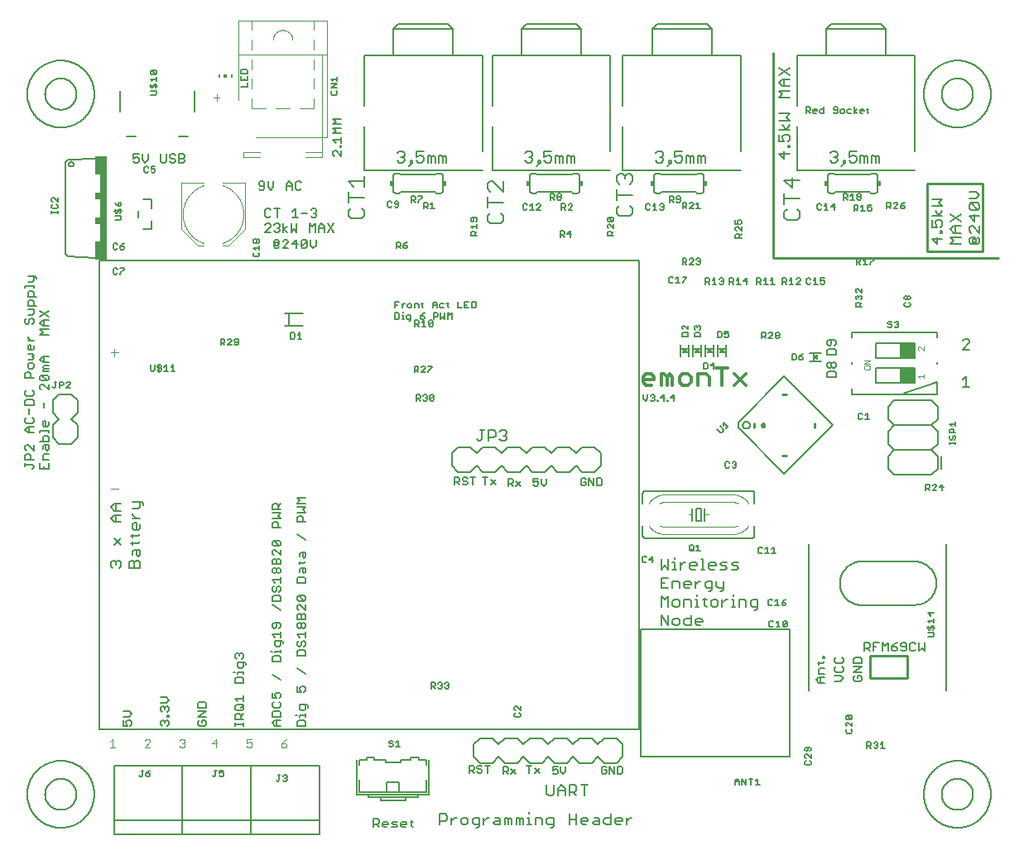
<source format=gto>
G75*
%MOIN*%
%OFA0B0*%
%FSLAX25Y25*%
%IPPOS*%
%LPD*%
%AMOC8*
5,1,8,0,0,1.08239X$1,22.5*
%
%ADD10C,0.00500*%
%ADD11C,0.01200*%
%ADD12C,0.00600*%
%ADD13C,0.00300*%
%ADD14C,0.00800*%
%ADD15C,0.01000*%
%ADD16C,0.00700*%
%ADD17R,0.01500X0.02000*%
%ADD18C,0.00400*%
%ADD19R,0.03000X0.42000*%
%ADD20R,0.02000X0.07500*%
%ADD21R,0.02000X0.03000*%
%ADD22R,0.00591X0.01181*%
%ADD23R,0.01181X0.01181*%
%ADD24C,0.00394*%
%ADD25C,0.00200*%
%ADD26R,0.05906X0.05906*%
%ADD27R,0.03150X0.00787*%
%ADD28R,0.00787X0.03150*%
D10*
X0042098Y0077582D02*
X0069657Y0077582D01*
X0069657Y0083094D01*
X0042098Y0083094D01*
X0042098Y0077582D01*
X0042098Y0083094D02*
X0042098Y0105141D01*
X0069657Y0105141D01*
X0069657Y0083094D01*
X0097217Y0083094D01*
X0097217Y0105141D01*
X0069657Y0105141D01*
X0069657Y0083094D01*
X0069657Y0077582D01*
X0097217Y0077582D01*
X0097217Y0083094D01*
X0124776Y0083094D01*
X0124776Y0105141D01*
X0097217Y0105141D01*
X0097217Y0083094D01*
X0097217Y0077582D01*
X0124776Y0077582D01*
X0124776Y0083094D01*
X0185027Y0102146D02*
X0185027Y0105148D01*
X0186528Y0105148D01*
X0187028Y0104648D01*
X0187028Y0103647D01*
X0186528Y0103147D01*
X0185027Y0103147D01*
X0186027Y0103147D02*
X0187028Y0102146D01*
X0188249Y0102646D02*
X0188750Y0102146D01*
X0189751Y0102146D01*
X0190251Y0102646D01*
X0190251Y0103147D01*
X0189751Y0103647D01*
X0188750Y0103647D01*
X0188249Y0104148D01*
X0188249Y0104648D01*
X0188750Y0105148D01*
X0189751Y0105148D01*
X0190251Y0104648D01*
X0191472Y0105148D02*
X0193474Y0105148D01*
X0192473Y0105148D02*
X0192473Y0102146D01*
X0198718Y0101646D02*
X0198718Y0104648D01*
X0200219Y0104648D01*
X0200720Y0104148D01*
X0200720Y0103147D01*
X0200219Y0102647D01*
X0198718Y0102647D01*
X0199719Y0102647D02*
X0200720Y0101646D01*
X0201941Y0101646D02*
X0203942Y0103648D01*
X0201941Y0103648D02*
X0203942Y0101646D01*
X0209219Y0102146D02*
X0209219Y0105148D01*
X0208218Y0105148D02*
X0210220Y0105148D01*
X0211441Y0104148D02*
X0213442Y0102146D01*
X0211441Y0102146D02*
X0213442Y0104148D01*
X0218749Y0104648D02*
X0218749Y0103147D01*
X0219750Y0103648D01*
X0220251Y0103648D01*
X0220751Y0103147D01*
X0220751Y0102146D01*
X0220251Y0101646D01*
X0219250Y0101646D01*
X0218749Y0102146D01*
X0218749Y0104648D02*
X0220751Y0104648D01*
X0221972Y0104648D02*
X0221972Y0102647D01*
X0222973Y0101646D01*
X0223974Y0102647D01*
X0223974Y0104648D01*
X0238364Y0104417D02*
X0238364Y0102415D01*
X0238865Y0101914D01*
X0239865Y0101914D01*
X0240366Y0102415D01*
X0240366Y0103416D01*
X0239365Y0103416D01*
X0238364Y0104417D02*
X0238865Y0104917D01*
X0239865Y0104917D01*
X0240366Y0104417D01*
X0241587Y0104917D02*
X0243589Y0101914D01*
X0243589Y0104917D01*
X0244810Y0104917D02*
X0246311Y0104917D01*
X0246811Y0104417D01*
X0246811Y0102415D01*
X0246311Y0101914D01*
X0244810Y0101914D01*
X0244810Y0104917D01*
X0241587Y0104917D02*
X0241587Y0101914D01*
X0253358Y0119747D02*
X0253358Y0308723D01*
X0036035Y0308723D01*
X0036035Y0119747D01*
X0253358Y0119747D01*
X0321941Y0135410D02*
X0321941Y0194465D01*
X0344500Y0187438D02*
X0364500Y0187438D01*
X0364713Y0187435D01*
X0364926Y0187428D01*
X0365139Y0187415D01*
X0365351Y0187397D01*
X0365563Y0187373D01*
X0365774Y0187345D01*
X0365984Y0187311D01*
X0366194Y0187272D01*
X0366403Y0187229D01*
X0366610Y0187180D01*
X0366816Y0187126D01*
X0367021Y0187067D01*
X0367224Y0187003D01*
X0367426Y0186934D01*
X0367626Y0186861D01*
X0367824Y0186782D01*
X0368020Y0186699D01*
X0368214Y0186611D01*
X0368406Y0186518D01*
X0368595Y0186420D01*
X0368782Y0186318D01*
X0368967Y0186212D01*
X0369149Y0186101D01*
X0369328Y0185985D01*
X0369504Y0185866D01*
X0369678Y0185742D01*
X0369848Y0185614D01*
X0370015Y0185481D01*
X0370179Y0185345D01*
X0370339Y0185205D01*
X0370496Y0185061D01*
X0370649Y0184913D01*
X0370799Y0184761D01*
X0370945Y0184606D01*
X0371087Y0184447D01*
X0371226Y0184285D01*
X0371360Y0184120D01*
X0371490Y0183951D01*
X0371616Y0183779D01*
X0371738Y0183604D01*
X0371856Y0183427D01*
X0371969Y0183246D01*
X0372078Y0183063D01*
X0372182Y0182877D01*
X0372282Y0182689D01*
X0372377Y0182498D01*
X0372467Y0182305D01*
X0372553Y0182110D01*
X0372634Y0181913D01*
X0372710Y0181714D01*
X0372781Y0181513D01*
X0372848Y0181311D01*
X0372909Y0181107D01*
X0372965Y0180901D01*
X0373017Y0180694D01*
X0373063Y0180486D01*
X0373104Y0180277D01*
X0373141Y0180067D01*
X0373172Y0179857D01*
X0373198Y0179645D01*
X0373218Y0179433D01*
X0373234Y0179220D01*
X0373244Y0179008D01*
X0373249Y0178795D01*
X0373249Y0178581D01*
X0373244Y0178368D01*
X0373234Y0178156D01*
X0373218Y0177943D01*
X0373198Y0177731D01*
X0373172Y0177519D01*
X0373141Y0177309D01*
X0373104Y0177099D01*
X0373063Y0176890D01*
X0373017Y0176682D01*
X0372965Y0176475D01*
X0372909Y0176269D01*
X0372848Y0176065D01*
X0372781Y0175863D01*
X0372710Y0175662D01*
X0372634Y0175463D01*
X0372553Y0175266D01*
X0372467Y0175071D01*
X0372377Y0174878D01*
X0372282Y0174687D01*
X0372182Y0174499D01*
X0372078Y0174313D01*
X0371969Y0174130D01*
X0371856Y0173949D01*
X0371738Y0173772D01*
X0371616Y0173597D01*
X0371490Y0173425D01*
X0371360Y0173256D01*
X0371226Y0173091D01*
X0371087Y0172929D01*
X0370945Y0172770D01*
X0370799Y0172615D01*
X0370649Y0172463D01*
X0370496Y0172315D01*
X0370339Y0172171D01*
X0370179Y0172031D01*
X0370015Y0171895D01*
X0369848Y0171762D01*
X0369678Y0171634D01*
X0369504Y0171510D01*
X0369328Y0171391D01*
X0369149Y0171275D01*
X0368967Y0171164D01*
X0368782Y0171058D01*
X0368595Y0170956D01*
X0368406Y0170858D01*
X0368214Y0170765D01*
X0368020Y0170677D01*
X0367824Y0170594D01*
X0367626Y0170515D01*
X0367426Y0170442D01*
X0367224Y0170373D01*
X0367021Y0170309D01*
X0366816Y0170250D01*
X0366610Y0170196D01*
X0366403Y0170147D01*
X0366194Y0170104D01*
X0365984Y0170065D01*
X0365774Y0170031D01*
X0365563Y0170003D01*
X0365351Y0169979D01*
X0365139Y0169961D01*
X0364926Y0169948D01*
X0364713Y0169941D01*
X0364500Y0169938D01*
X0344500Y0169938D01*
X0344286Y0169910D01*
X0344071Y0169887D01*
X0343855Y0169870D01*
X0343639Y0169858D01*
X0343423Y0169851D01*
X0343207Y0169849D01*
X0342990Y0169853D01*
X0342774Y0169862D01*
X0342559Y0169876D01*
X0342343Y0169896D01*
X0342128Y0169920D01*
X0341914Y0169951D01*
X0341701Y0169986D01*
X0341488Y0170026D01*
X0341277Y0170072D01*
X0341067Y0170123D01*
X0340858Y0170179D01*
X0340650Y0170240D01*
X0340445Y0170306D01*
X0340240Y0170377D01*
X0340038Y0170453D01*
X0339837Y0170534D01*
X0339639Y0170620D01*
X0339443Y0170711D01*
X0339249Y0170807D01*
X0339057Y0170907D01*
X0338868Y0171012D01*
X0338681Y0171121D01*
X0338498Y0171235D01*
X0338317Y0171354D01*
X0338139Y0171477D01*
X0337964Y0171604D01*
X0337792Y0171735D01*
X0337624Y0171871D01*
X0337459Y0172011D01*
X0337297Y0172154D01*
X0337139Y0172302D01*
X0336985Y0172453D01*
X0336834Y0172608D01*
X0336687Y0172767D01*
X0336544Y0172929D01*
X0336405Y0173095D01*
X0336271Y0173264D01*
X0336140Y0173437D01*
X0336014Y0173612D01*
X0335892Y0173791D01*
X0335774Y0173972D01*
X0335661Y0174157D01*
X0335552Y0174344D01*
X0335448Y0174533D01*
X0335349Y0174725D01*
X0335254Y0174920D01*
X0335165Y0175117D01*
X0335080Y0175315D01*
X0335000Y0175516D01*
X0334925Y0175719D01*
X0334854Y0175924D01*
X0334789Y0176130D01*
X0334729Y0176338D01*
X0334674Y0176547D01*
X0334624Y0176757D01*
X0334580Y0176969D01*
X0334540Y0177182D01*
X0334506Y0177395D01*
X0334477Y0177609D01*
X0334453Y0177824D01*
X0334435Y0178040D01*
X0334422Y0178256D01*
X0334414Y0178472D01*
X0334411Y0178688D01*
X0334414Y0178904D01*
X0334422Y0179120D01*
X0334435Y0179336D01*
X0334453Y0179552D01*
X0334477Y0179767D01*
X0334506Y0179981D01*
X0334540Y0180194D01*
X0334580Y0180407D01*
X0334624Y0180619D01*
X0334674Y0180829D01*
X0334729Y0181038D01*
X0334789Y0181246D01*
X0334854Y0181452D01*
X0334925Y0181657D01*
X0335000Y0181860D01*
X0335080Y0182061D01*
X0335165Y0182259D01*
X0335254Y0182456D01*
X0335349Y0182651D01*
X0335448Y0182843D01*
X0335552Y0183032D01*
X0335661Y0183219D01*
X0335774Y0183404D01*
X0335892Y0183585D01*
X0336014Y0183764D01*
X0336140Y0183939D01*
X0336271Y0184112D01*
X0336405Y0184281D01*
X0336544Y0184447D01*
X0336687Y0184609D01*
X0336834Y0184768D01*
X0336985Y0184923D01*
X0337139Y0185074D01*
X0337297Y0185222D01*
X0337459Y0185365D01*
X0337624Y0185505D01*
X0337792Y0185641D01*
X0337964Y0185772D01*
X0338139Y0185899D01*
X0338317Y0186022D01*
X0338498Y0186141D01*
X0338681Y0186255D01*
X0338868Y0186364D01*
X0339057Y0186469D01*
X0339249Y0186569D01*
X0339443Y0186665D01*
X0339639Y0186756D01*
X0339837Y0186842D01*
X0340038Y0186923D01*
X0340240Y0186999D01*
X0340445Y0187070D01*
X0340650Y0187136D01*
X0340858Y0187197D01*
X0341067Y0187253D01*
X0341277Y0187304D01*
X0341488Y0187350D01*
X0341701Y0187390D01*
X0341914Y0187425D01*
X0342128Y0187456D01*
X0342343Y0187480D01*
X0342559Y0187500D01*
X0342774Y0187514D01*
X0342990Y0187523D01*
X0343207Y0187527D01*
X0343423Y0187525D01*
X0343639Y0187518D01*
X0343855Y0187506D01*
X0344071Y0187489D01*
X0344286Y0187466D01*
X0344500Y0187438D01*
X0377059Y0194465D02*
X0377059Y0135410D01*
X0238544Y0218557D02*
X0238544Y0220558D01*
X0238043Y0221059D01*
X0236542Y0221059D01*
X0236542Y0218056D01*
X0238043Y0218056D01*
X0238544Y0218557D01*
X0235321Y0218056D02*
X0235321Y0221059D01*
X0233319Y0221059D02*
X0235321Y0218056D01*
X0233319Y0218056D02*
X0233319Y0221059D01*
X0232098Y0220558D02*
X0231598Y0221059D01*
X0230597Y0221059D01*
X0230096Y0220558D01*
X0230096Y0218557D01*
X0230597Y0218056D01*
X0231598Y0218056D01*
X0232098Y0218557D01*
X0232098Y0219557D01*
X0231097Y0219557D01*
X0216100Y0218789D02*
X0216100Y0220790D01*
X0216100Y0218789D02*
X0215099Y0217788D01*
X0214098Y0218789D01*
X0214098Y0220790D01*
X0212877Y0220790D02*
X0210875Y0220790D01*
X0210875Y0219289D01*
X0211876Y0219789D01*
X0212377Y0219789D01*
X0212877Y0219289D01*
X0212877Y0218288D01*
X0212377Y0217788D01*
X0211376Y0217788D01*
X0210875Y0218288D01*
X0205911Y0217788D02*
X0203909Y0219789D01*
X0202688Y0219289D02*
X0202188Y0218789D01*
X0200686Y0218789D01*
X0201687Y0218789D02*
X0202688Y0217788D01*
X0203909Y0217788D02*
X0205911Y0219789D01*
X0202688Y0220290D02*
X0202688Y0219289D01*
X0202688Y0220290D02*
X0202188Y0220790D01*
X0200686Y0220790D01*
X0200686Y0217788D01*
X0195726Y0218288D02*
X0193724Y0220289D01*
X0192503Y0221290D02*
X0190501Y0221290D01*
X0191502Y0221290D02*
X0191502Y0218288D01*
X0193724Y0218288D02*
X0195726Y0220289D01*
X0187568Y0221290D02*
X0185567Y0221290D01*
X0186567Y0221290D02*
X0186567Y0218288D01*
X0184346Y0218788D02*
X0183845Y0218288D01*
X0182844Y0218288D01*
X0182344Y0218788D01*
X0182844Y0219789D02*
X0183845Y0219789D01*
X0184346Y0219289D01*
X0184346Y0218788D01*
X0182844Y0219789D02*
X0182344Y0220289D01*
X0182344Y0220790D01*
X0182844Y0221290D01*
X0183845Y0221290D01*
X0184346Y0220790D01*
X0181123Y0220790D02*
X0180622Y0221290D01*
X0179121Y0221290D01*
X0179121Y0218288D01*
X0179121Y0219289D02*
X0180622Y0219289D01*
X0181123Y0219789D01*
X0181123Y0220790D01*
X0180122Y0219289D02*
X0181123Y0218288D01*
X0188831Y0235955D02*
X0189581Y0235955D01*
X0190332Y0236705D01*
X0190332Y0240458D01*
X0191082Y0240458D02*
X0189581Y0240458D01*
X0192684Y0240458D02*
X0192684Y0235955D01*
X0192684Y0237456D02*
X0194936Y0237456D01*
X0195686Y0238207D01*
X0195686Y0239708D01*
X0194936Y0240458D01*
X0192684Y0240458D01*
X0197288Y0239708D02*
X0198038Y0240458D01*
X0199540Y0240458D01*
X0200290Y0239708D01*
X0200290Y0238957D01*
X0199540Y0238207D01*
X0200290Y0237456D01*
X0200290Y0236705D01*
X0199540Y0235955D01*
X0198038Y0235955D01*
X0197288Y0236705D01*
X0198789Y0238207D02*
X0199540Y0238207D01*
X0188831Y0235955D02*
X0188080Y0236705D01*
X0161105Y0284360D02*
X0161522Y0284777D01*
X0161522Y0286862D01*
X0160271Y0286862D01*
X0159854Y0286445D01*
X0159854Y0285611D01*
X0160271Y0285194D01*
X0161522Y0285194D01*
X0161105Y0284360D02*
X0160688Y0284360D01*
X0158846Y0285194D02*
X0158012Y0285194D01*
X0158429Y0285194D02*
X0158429Y0286862D01*
X0158012Y0286862D01*
X0158429Y0287696D02*
X0158429Y0288113D01*
X0158012Y0289694D02*
X0158012Y0291362D01*
X0158012Y0290528D02*
X0158846Y0291362D01*
X0159263Y0291362D01*
X0160314Y0290945D02*
X0160314Y0290111D01*
X0160731Y0289694D01*
X0161565Y0289694D01*
X0161982Y0290111D01*
X0161982Y0290945D01*
X0161565Y0291362D01*
X0160731Y0291362D01*
X0160314Y0290945D01*
X0163077Y0291362D02*
X0164328Y0291362D01*
X0164745Y0290945D01*
X0164745Y0289694D01*
X0166256Y0290111D02*
X0166673Y0289694D01*
X0166256Y0290111D02*
X0166256Y0291779D01*
X0165839Y0291362D02*
X0166673Y0291362D01*
X0163077Y0291362D02*
X0163077Y0289694D01*
X0166213Y0287279D02*
X0165379Y0286445D01*
X0166630Y0286445D01*
X0167047Y0286028D01*
X0167047Y0285611D01*
X0166630Y0285194D01*
X0165796Y0285194D01*
X0165379Y0285611D01*
X0165379Y0286445D01*
X0166213Y0287279D02*
X0167047Y0287696D01*
X0170903Y0287696D02*
X0172154Y0287696D01*
X0172571Y0287279D01*
X0172571Y0286445D01*
X0172154Y0286028D01*
X0170903Y0286028D01*
X0170903Y0285194D02*
X0170903Y0287696D01*
X0170443Y0289694D02*
X0170443Y0291362D01*
X0171277Y0292196D01*
X0172111Y0291362D01*
X0172111Y0289694D01*
X0173205Y0290111D02*
X0173622Y0289694D01*
X0174873Y0289694D01*
X0176385Y0290111D02*
X0176802Y0289694D01*
X0176385Y0290111D02*
X0176385Y0291779D01*
X0175968Y0291362D02*
X0176802Y0291362D01*
X0174873Y0291362D02*
X0173622Y0291362D01*
X0173205Y0290945D01*
X0173205Y0290111D01*
X0172111Y0290945D02*
X0170443Y0290945D01*
X0173666Y0287696D02*
X0173666Y0285194D01*
X0174500Y0286028D01*
X0175334Y0285194D01*
X0175334Y0287696D01*
X0176428Y0287696D02*
X0177262Y0286862D01*
X0178096Y0287696D01*
X0178096Y0285194D01*
X0176428Y0285194D02*
X0176428Y0287696D01*
X0180572Y0289694D02*
X0182240Y0289694D01*
X0183334Y0289694D02*
X0185002Y0289694D01*
X0186096Y0289694D02*
X0187347Y0289694D01*
X0187764Y0290111D01*
X0187764Y0291779D01*
X0187347Y0292196D01*
X0186096Y0292196D01*
X0186096Y0289694D01*
X0184168Y0290945D02*
X0183334Y0290945D01*
X0183334Y0292196D02*
X0183334Y0289694D01*
X0183334Y0292196D02*
X0185002Y0292196D01*
X0180572Y0292196D02*
X0180572Y0289694D01*
X0156918Y0287279D02*
X0156501Y0287696D01*
X0155250Y0287696D01*
X0155250Y0285194D01*
X0156501Y0285194D01*
X0156918Y0285611D01*
X0156918Y0287279D01*
X0155250Y0289694D02*
X0155250Y0292196D01*
X0156918Y0292196D01*
X0156084Y0290945D02*
X0155250Y0290945D01*
X0160689Y0346764D02*
X0162190Y0348265D01*
X0161439Y0348265D01*
X0161439Y0349015D01*
X0162190Y0349015D01*
X0162190Y0348265D01*
X0163758Y0349015D02*
X0164508Y0348265D01*
X0166010Y0348265D01*
X0166760Y0349015D01*
X0166760Y0350517D01*
X0166010Y0351267D01*
X0165259Y0351267D01*
X0163758Y0350517D01*
X0163758Y0352769D01*
X0166760Y0352769D01*
X0168362Y0351267D02*
X0169112Y0351267D01*
X0169863Y0350517D01*
X0170614Y0351267D01*
X0171364Y0350517D01*
X0171364Y0348265D01*
X0169863Y0348265D02*
X0169863Y0350517D01*
X0168362Y0351267D02*
X0168362Y0348265D01*
X0172966Y0348265D02*
X0172966Y0351267D01*
X0173716Y0351267D01*
X0174467Y0350517D01*
X0175218Y0351267D01*
X0175968Y0350517D01*
X0175968Y0348265D01*
X0174467Y0348265D02*
X0174467Y0350517D01*
X0159087Y0351267D02*
X0158337Y0350517D01*
X0159087Y0349766D01*
X0159087Y0349015D01*
X0158337Y0348265D01*
X0156835Y0348265D01*
X0156085Y0349015D01*
X0157586Y0350517D02*
X0158337Y0350517D01*
X0159087Y0351267D02*
X0159087Y0352018D01*
X0158337Y0352769D01*
X0156835Y0352769D01*
X0156085Y0352018D01*
X0207640Y0352018D02*
X0208390Y0352769D01*
X0209892Y0352769D01*
X0210642Y0352018D01*
X0210642Y0351267D01*
X0209892Y0350517D01*
X0210642Y0349766D01*
X0210642Y0349015D01*
X0209892Y0348265D01*
X0208390Y0348265D01*
X0207640Y0349015D01*
X0209141Y0350517D02*
X0209892Y0350517D01*
X0212994Y0349015D02*
X0212994Y0348265D01*
X0213745Y0348265D01*
X0213745Y0349015D01*
X0212994Y0349015D01*
X0213745Y0348265D02*
X0212244Y0346764D01*
X0215313Y0349015D02*
X0216064Y0348265D01*
X0217565Y0348265D01*
X0218316Y0349015D01*
X0218316Y0350517D01*
X0217565Y0351267D01*
X0216814Y0351267D01*
X0215313Y0350517D01*
X0215313Y0352769D01*
X0218316Y0352769D01*
X0219917Y0351267D02*
X0220668Y0351267D01*
X0221418Y0350517D01*
X0222169Y0351267D01*
X0222919Y0350517D01*
X0222919Y0348265D01*
X0221418Y0348265D02*
X0221418Y0350517D01*
X0219917Y0351267D02*
X0219917Y0348265D01*
X0224521Y0348265D02*
X0224521Y0351267D01*
X0225271Y0351267D01*
X0226022Y0350517D01*
X0226773Y0351267D01*
X0227523Y0350517D01*
X0227523Y0348265D01*
X0226022Y0348265D02*
X0226022Y0350517D01*
X0260258Y0352018D02*
X0261009Y0352769D01*
X0262510Y0352769D01*
X0263260Y0352018D01*
X0263260Y0351267D01*
X0262510Y0350517D01*
X0263260Y0349766D01*
X0263260Y0349015D01*
X0262510Y0348265D01*
X0261009Y0348265D01*
X0260258Y0349015D01*
X0261759Y0350517D02*
X0262510Y0350517D01*
X0265612Y0349015D02*
X0265612Y0348265D01*
X0266363Y0348265D01*
X0266363Y0349015D01*
X0265612Y0349015D01*
X0266363Y0348265D02*
X0264862Y0346764D01*
X0267931Y0349015D02*
X0268682Y0348265D01*
X0270183Y0348265D01*
X0270934Y0349015D01*
X0270934Y0350517D01*
X0270183Y0351267D01*
X0269432Y0351267D01*
X0267931Y0350517D01*
X0267931Y0352769D01*
X0270934Y0352769D01*
X0272535Y0351267D02*
X0273286Y0351267D01*
X0274036Y0350517D01*
X0274787Y0351267D01*
X0275538Y0350517D01*
X0275538Y0348265D01*
X0274036Y0348265D02*
X0274036Y0350517D01*
X0272535Y0351267D02*
X0272535Y0348265D01*
X0277139Y0348265D02*
X0277139Y0351267D01*
X0277890Y0351267D01*
X0278640Y0350517D01*
X0279391Y0351267D01*
X0280141Y0350517D01*
X0280141Y0348265D01*
X0278640Y0348265D02*
X0278640Y0350517D01*
X0320750Y0368194D02*
X0320750Y0370696D01*
X0322001Y0370696D01*
X0322418Y0370279D01*
X0322418Y0369445D01*
X0322001Y0369028D01*
X0320750Y0369028D01*
X0321584Y0369028D02*
X0322418Y0368194D01*
X0323512Y0368611D02*
X0323512Y0369445D01*
X0323929Y0369862D01*
X0324763Y0369862D01*
X0325180Y0369445D01*
X0325180Y0369028D01*
X0323512Y0369028D01*
X0323512Y0368611D02*
X0323929Y0368194D01*
X0324763Y0368194D01*
X0326275Y0368611D02*
X0326275Y0369445D01*
X0326692Y0369862D01*
X0327943Y0369862D01*
X0327943Y0370696D02*
X0327943Y0368194D01*
X0326692Y0368194D01*
X0326275Y0368611D01*
X0331799Y0368611D02*
X0332216Y0368194D01*
X0333050Y0368194D01*
X0333467Y0368611D01*
X0333467Y0369028D01*
X0333050Y0369445D01*
X0332216Y0369445D01*
X0331799Y0369862D01*
X0331799Y0370279D01*
X0332216Y0370696D01*
X0333050Y0370696D01*
X0333467Y0370279D01*
X0334562Y0369445D02*
X0334562Y0368611D01*
X0334979Y0368194D01*
X0335813Y0368194D01*
X0336230Y0368611D01*
X0336230Y0369445D01*
X0335813Y0369862D01*
X0334979Y0369862D01*
X0334562Y0369445D01*
X0337324Y0369445D02*
X0337324Y0368611D01*
X0337741Y0368194D01*
X0338992Y0368194D01*
X0340086Y0368194D02*
X0340086Y0370696D01*
X0338992Y0369862D02*
X0337741Y0369862D01*
X0337324Y0369445D01*
X0340086Y0369028D02*
X0341338Y0369862D01*
X0342388Y0369445D02*
X0342805Y0369862D01*
X0343639Y0369862D01*
X0344057Y0369445D01*
X0344057Y0369028D01*
X0342388Y0369028D01*
X0342388Y0368611D02*
X0342388Y0369445D01*
X0342388Y0368611D02*
X0342805Y0368194D01*
X0343639Y0368194D01*
X0345568Y0368611D02*
X0345985Y0368194D01*
X0345568Y0368611D02*
X0345568Y0370279D01*
X0345151Y0369862D02*
X0345985Y0369862D01*
X0341338Y0368194D02*
X0340086Y0369028D01*
X0341052Y0352769D02*
X0338049Y0352769D01*
X0338049Y0350517D01*
X0339550Y0351267D01*
X0340301Y0351267D01*
X0341052Y0350517D01*
X0341052Y0349015D01*
X0340301Y0348265D01*
X0338800Y0348265D01*
X0338049Y0349015D01*
X0336481Y0349015D02*
X0335731Y0349015D01*
X0335731Y0348265D01*
X0336481Y0348265D01*
X0336481Y0349015D01*
X0336481Y0348265D02*
X0334980Y0346764D01*
X0333379Y0349015D02*
X0332628Y0348265D01*
X0331127Y0348265D01*
X0330376Y0349015D01*
X0331877Y0350517D02*
X0332628Y0350517D01*
X0333379Y0349766D01*
X0333379Y0349015D01*
X0332628Y0350517D02*
X0333379Y0351267D01*
X0333379Y0352018D01*
X0332628Y0352769D01*
X0331127Y0352769D01*
X0330376Y0352018D01*
X0342653Y0351267D02*
X0343404Y0351267D01*
X0344154Y0350517D01*
X0344905Y0351267D01*
X0345656Y0350517D01*
X0345656Y0348265D01*
X0344154Y0348265D02*
X0344154Y0350517D01*
X0342653Y0351267D02*
X0342653Y0348265D01*
X0347257Y0348265D02*
X0347257Y0351267D01*
X0348008Y0351267D01*
X0348758Y0350517D01*
X0349509Y0351267D01*
X0350260Y0350517D01*
X0350260Y0348265D01*
X0348758Y0348265D02*
X0348758Y0350517D01*
X0326862Y0271612D02*
X0322138Y0271612D01*
X0324303Y0269938D02*
X0325287Y0270922D01*
X0325287Y0268953D01*
X0324303Y0269938D01*
X0322138Y0268263D02*
X0326862Y0268263D01*
X0288675Y0270075D02*
X0288675Y0274800D01*
X0287000Y0272635D02*
X0286016Y0271650D01*
X0287984Y0271650D01*
X0287000Y0272635D01*
X0285325Y0274800D02*
X0285325Y0270075D01*
X0283675Y0270075D02*
X0283675Y0274800D01*
X0282000Y0272635D02*
X0281016Y0271650D01*
X0282984Y0271650D01*
X0282000Y0272635D01*
X0280325Y0274800D02*
X0280325Y0270075D01*
X0278675Y0270075D02*
X0278675Y0274800D01*
X0277000Y0272635D02*
X0276016Y0271650D01*
X0277984Y0271650D01*
X0277000Y0272635D01*
X0275325Y0274800D02*
X0275325Y0270075D01*
X0273675Y0270075D02*
X0273675Y0274800D01*
X0272000Y0272635D02*
X0272984Y0271650D01*
X0271016Y0271650D01*
X0272000Y0272635D01*
X0270325Y0274800D02*
X0270325Y0270075D01*
X0267550Y0254696D02*
X0266299Y0253445D01*
X0267967Y0253445D01*
X0267550Y0252194D02*
X0267550Y0254696D01*
X0265335Y0252611D02*
X0265335Y0252194D01*
X0264918Y0252194D01*
X0264918Y0252611D01*
X0265335Y0252611D01*
X0263824Y0253445D02*
X0262156Y0253445D01*
X0263407Y0254696D01*
X0263407Y0252194D01*
X0261192Y0252194D02*
X0260775Y0252194D01*
X0260775Y0252611D01*
X0261192Y0252611D01*
X0261192Y0252194D01*
X0259680Y0252611D02*
X0259263Y0252194D01*
X0258429Y0252194D01*
X0258012Y0252611D01*
X0256918Y0253028D02*
X0256084Y0252194D01*
X0255250Y0253028D01*
X0255250Y0254696D01*
X0256918Y0254696D02*
X0256918Y0253028D01*
X0258012Y0254279D02*
X0258429Y0254696D01*
X0259263Y0254696D01*
X0259680Y0254279D01*
X0259680Y0253862D01*
X0259263Y0253445D01*
X0259680Y0253028D01*
X0259680Y0252611D01*
X0259263Y0253445D02*
X0258846Y0253445D01*
X0095744Y0378688D02*
X0093242Y0378688D01*
X0095744Y0378688D02*
X0095744Y0380356D01*
X0095744Y0381450D02*
X0095744Y0383118D01*
X0095744Y0384212D02*
X0093242Y0384212D01*
X0093242Y0385463D01*
X0093659Y0385880D01*
X0095327Y0385880D01*
X0095744Y0385463D01*
X0095744Y0384212D01*
X0094493Y0382284D02*
X0094493Y0381450D01*
X0093242Y0381450D02*
X0095744Y0381450D01*
X0093242Y0381450D02*
X0093242Y0383118D01*
X0035000Y0349944D02*
X0023500Y0349444D01*
X0022500Y0348444D01*
X0022500Y0311444D01*
X0023500Y0310444D01*
X0035000Y0309944D01*
X0023900Y0347644D02*
X0023902Y0347707D01*
X0023908Y0347769D01*
X0023918Y0347831D01*
X0023931Y0347893D01*
X0023949Y0347953D01*
X0023970Y0348012D01*
X0023995Y0348070D01*
X0024024Y0348126D01*
X0024056Y0348180D01*
X0024091Y0348232D01*
X0024129Y0348281D01*
X0024171Y0348329D01*
X0024215Y0348373D01*
X0024263Y0348415D01*
X0024312Y0348453D01*
X0024364Y0348488D01*
X0024418Y0348520D01*
X0024474Y0348549D01*
X0024532Y0348574D01*
X0024591Y0348595D01*
X0024651Y0348613D01*
X0024713Y0348626D01*
X0024775Y0348636D01*
X0024837Y0348642D01*
X0024900Y0348644D01*
X0024963Y0348642D01*
X0025025Y0348636D01*
X0025087Y0348626D01*
X0025149Y0348613D01*
X0025209Y0348595D01*
X0025268Y0348574D01*
X0025326Y0348549D01*
X0025382Y0348520D01*
X0025436Y0348488D01*
X0025488Y0348453D01*
X0025537Y0348415D01*
X0025585Y0348373D01*
X0025629Y0348329D01*
X0025671Y0348281D01*
X0025709Y0348232D01*
X0025744Y0348180D01*
X0025776Y0348126D01*
X0025805Y0348070D01*
X0025830Y0348012D01*
X0025851Y0347953D01*
X0025869Y0347893D01*
X0025882Y0347831D01*
X0025892Y0347769D01*
X0025898Y0347707D01*
X0025900Y0347644D01*
X0025898Y0347581D01*
X0025892Y0347519D01*
X0025882Y0347457D01*
X0025869Y0347395D01*
X0025851Y0347335D01*
X0025830Y0347276D01*
X0025805Y0347218D01*
X0025776Y0347162D01*
X0025744Y0347108D01*
X0025709Y0347056D01*
X0025671Y0347007D01*
X0025629Y0346959D01*
X0025585Y0346915D01*
X0025537Y0346873D01*
X0025488Y0346835D01*
X0025436Y0346800D01*
X0025382Y0346768D01*
X0025326Y0346739D01*
X0025268Y0346714D01*
X0025209Y0346693D01*
X0025149Y0346675D01*
X0025087Y0346662D01*
X0025025Y0346652D01*
X0024963Y0346646D01*
X0024900Y0346644D01*
X0024837Y0346646D01*
X0024775Y0346652D01*
X0024713Y0346662D01*
X0024651Y0346675D01*
X0024591Y0346693D01*
X0024532Y0346714D01*
X0024474Y0346739D01*
X0024418Y0346768D01*
X0024364Y0346800D01*
X0024312Y0346835D01*
X0024263Y0346873D01*
X0024215Y0346915D01*
X0024171Y0346959D01*
X0024129Y0347007D01*
X0024091Y0347056D01*
X0024056Y0347108D01*
X0024024Y0347162D01*
X0023995Y0347218D01*
X0023970Y0347276D01*
X0023949Y0347335D01*
X0023931Y0347395D01*
X0023918Y0347457D01*
X0023908Y0347519D01*
X0023902Y0347581D01*
X0023900Y0347644D01*
D11*
X0255100Y0261947D02*
X0255100Y0259678D01*
X0256234Y0258544D01*
X0258503Y0258544D01*
X0259637Y0260813D02*
X0255100Y0260813D01*
X0255100Y0261947D02*
X0256234Y0263081D01*
X0258503Y0263081D01*
X0259637Y0261947D01*
X0259637Y0260813D01*
X0262466Y0263081D02*
X0262466Y0258544D01*
X0264735Y0258544D02*
X0264735Y0261947D01*
X0265869Y0263081D01*
X0267003Y0261947D01*
X0267003Y0258544D01*
X0269833Y0259678D02*
X0270967Y0258544D01*
X0273235Y0258544D01*
X0274370Y0259678D01*
X0274370Y0261947D01*
X0273235Y0263081D01*
X0270967Y0263081D01*
X0269833Y0261947D01*
X0269833Y0259678D01*
X0264735Y0261947D02*
X0263601Y0263081D01*
X0262466Y0263081D01*
X0277199Y0263081D02*
X0277199Y0258544D01*
X0281736Y0258544D02*
X0281736Y0261947D01*
X0280602Y0263081D01*
X0277199Y0263081D01*
X0284565Y0265350D02*
X0289102Y0265350D01*
X0286834Y0265350D02*
X0286834Y0258544D01*
X0291931Y0258544D02*
X0296469Y0263081D01*
X0296469Y0258544D02*
X0291931Y0263081D01*
D12*
X0283820Y0266376D02*
X0282219Y0266376D01*
X0283420Y0267577D01*
X0283420Y0265175D01*
X0281058Y0265575D02*
X0281058Y0267176D01*
X0280657Y0267577D01*
X0279456Y0267577D01*
X0279456Y0265175D01*
X0280657Y0265175D01*
X0281058Y0265575D01*
X0278137Y0278057D02*
X0278137Y0279258D01*
X0277737Y0279658D01*
X0276135Y0279658D01*
X0275735Y0279258D01*
X0275735Y0278057D01*
X0278137Y0278057D01*
X0277737Y0280819D02*
X0278137Y0281219D01*
X0278137Y0282020D01*
X0277737Y0282420D01*
X0277336Y0282420D01*
X0276936Y0282020D01*
X0276936Y0281620D01*
X0276936Y0282020D02*
X0276536Y0282420D01*
X0276135Y0282420D01*
X0275735Y0282020D01*
X0275735Y0281219D01*
X0276135Y0280819D01*
X0273200Y0281000D02*
X0271599Y0282601D01*
X0271198Y0282601D01*
X0270798Y0282201D01*
X0270798Y0281400D01*
X0271198Y0281000D01*
X0271198Y0279839D02*
X0270798Y0279439D01*
X0270798Y0278238D01*
X0273200Y0278238D01*
X0273200Y0279439D01*
X0272800Y0279839D01*
X0271198Y0279839D01*
X0273200Y0281000D02*
X0273200Y0282601D01*
X0285119Y0280203D02*
X0285119Y0277801D01*
X0286320Y0277801D01*
X0286720Y0278201D01*
X0286720Y0279802D01*
X0286320Y0280203D01*
X0285119Y0280203D01*
X0287881Y0280203D02*
X0287881Y0279002D01*
X0288682Y0279402D01*
X0289082Y0279402D01*
X0289483Y0279002D01*
X0289483Y0278201D01*
X0289082Y0277801D01*
X0288282Y0277801D01*
X0287881Y0278201D01*
X0287881Y0280203D02*
X0289483Y0280203D01*
X0302885Y0279687D02*
X0304086Y0279687D01*
X0304486Y0279287D01*
X0304486Y0278486D01*
X0304086Y0278086D01*
X0302885Y0278086D01*
X0303685Y0278086D02*
X0304486Y0277285D01*
X0305647Y0277285D02*
X0307248Y0278886D01*
X0307248Y0279287D01*
X0306848Y0279687D01*
X0306047Y0279687D01*
X0305647Y0279287D01*
X0305647Y0277285D02*
X0307248Y0277285D01*
X0308409Y0277685D02*
X0308409Y0278086D01*
X0308810Y0278486D01*
X0309610Y0278486D01*
X0310011Y0278086D01*
X0310011Y0277685D01*
X0309610Y0277285D01*
X0308810Y0277285D01*
X0308409Y0277685D01*
X0308810Y0278486D02*
X0308409Y0278886D01*
X0308409Y0279287D01*
X0308810Y0279687D01*
X0309610Y0279687D01*
X0310011Y0279287D01*
X0310011Y0278886D01*
X0309610Y0278486D01*
X0302885Y0277285D02*
X0302885Y0279687D01*
X0315119Y0271203D02*
X0315119Y0268801D01*
X0316320Y0268801D01*
X0316720Y0269201D01*
X0316720Y0270802D01*
X0316320Y0271203D01*
X0315119Y0271203D01*
X0317881Y0270002D02*
X0319082Y0270002D01*
X0319483Y0269601D01*
X0319483Y0269201D01*
X0319082Y0268801D01*
X0318282Y0268801D01*
X0317881Y0269201D01*
X0317881Y0270002D01*
X0318682Y0270802D01*
X0319483Y0271203D01*
X0329291Y0270738D02*
X0329291Y0272439D01*
X0329858Y0273006D01*
X0332127Y0273006D01*
X0332694Y0272439D01*
X0332694Y0270738D01*
X0329291Y0270738D01*
X0329858Y0267689D02*
X0330425Y0267689D01*
X0330992Y0267122D01*
X0330992Y0265988D01*
X0330425Y0265421D01*
X0329858Y0265421D01*
X0329291Y0265988D01*
X0329291Y0267122D01*
X0329858Y0267689D01*
X0330992Y0267122D02*
X0331559Y0267689D01*
X0332127Y0267689D01*
X0332694Y0267122D01*
X0332694Y0265988D01*
X0332127Y0265421D01*
X0331559Y0265421D01*
X0330992Y0265988D01*
X0329858Y0264006D02*
X0329291Y0263439D01*
X0329291Y0261738D01*
X0332694Y0261738D01*
X0332694Y0263439D01*
X0332127Y0264006D01*
X0329858Y0264006D01*
X0329858Y0274421D02*
X0330425Y0274421D01*
X0330992Y0274988D01*
X0330992Y0276689D01*
X0329858Y0276689D02*
X0329291Y0276122D01*
X0329291Y0274988D01*
X0329858Y0274421D01*
X0329858Y0276689D02*
X0332127Y0276689D01*
X0332694Y0276122D01*
X0332694Y0274988D01*
X0332127Y0274421D01*
X0353618Y0282232D02*
X0354018Y0281832D01*
X0354819Y0281832D01*
X0355219Y0282232D01*
X0355219Y0282633D01*
X0354819Y0283033D01*
X0354018Y0283033D01*
X0353618Y0283434D01*
X0353618Y0283834D01*
X0354018Y0284234D01*
X0354819Y0284234D01*
X0355219Y0283834D01*
X0356380Y0283834D02*
X0356780Y0284234D01*
X0357581Y0284234D01*
X0357982Y0283834D01*
X0357982Y0283434D01*
X0357581Y0283033D01*
X0357982Y0282633D01*
X0357982Y0282232D01*
X0357581Y0281832D01*
X0356780Y0281832D01*
X0356380Y0282232D01*
X0357181Y0283033D02*
X0357581Y0283033D01*
X0360698Y0290238D02*
X0362300Y0290238D01*
X0362700Y0290638D01*
X0362700Y0291439D01*
X0362300Y0291839D01*
X0362300Y0293000D02*
X0361899Y0293000D01*
X0361499Y0293400D01*
X0361499Y0294201D01*
X0361899Y0294601D01*
X0362300Y0294601D01*
X0362700Y0294201D01*
X0362700Y0293400D01*
X0362300Y0293000D01*
X0361499Y0293400D02*
X0361099Y0293000D01*
X0360698Y0293000D01*
X0360298Y0293400D01*
X0360298Y0294201D01*
X0360698Y0294601D01*
X0361099Y0294601D01*
X0361499Y0294201D01*
X0360698Y0291839D02*
X0360298Y0291439D01*
X0360298Y0290638D01*
X0360698Y0290238D01*
X0343200Y0290238D02*
X0340798Y0290238D01*
X0340798Y0291439D01*
X0341198Y0291839D01*
X0341999Y0291839D01*
X0342399Y0291439D01*
X0342399Y0290238D01*
X0342399Y0291038D02*
X0343200Y0291839D01*
X0342800Y0293000D02*
X0343200Y0293400D01*
X0343200Y0294201D01*
X0342800Y0294601D01*
X0342399Y0294601D01*
X0341999Y0294201D01*
X0341999Y0293801D01*
X0341999Y0294201D02*
X0341599Y0294601D01*
X0341198Y0294601D01*
X0340798Y0294201D01*
X0340798Y0293400D01*
X0341198Y0293000D01*
X0341198Y0295762D02*
X0340798Y0296163D01*
X0340798Y0296963D01*
X0341198Y0297364D01*
X0341599Y0297364D01*
X0343200Y0295762D01*
X0343200Y0297364D01*
X0328133Y0299638D02*
X0327732Y0299238D01*
X0326932Y0299238D01*
X0326531Y0299638D01*
X0326531Y0300439D02*
X0327332Y0300839D01*
X0327732Y0300839D01*
X0328133Y0300439D01*
X0328133Y0299638D01*
X0326531Y0300439D02*
X0326531Y0301640D01*
X0328133Y0301640D01*
X0324570Y0301640D02*
X0324570Y0299238D01*
X0325370Y0299238D02*
X0323769Y0299238D01*
X0322608Y0299638D02*
X0322208Y0299238D01*
X0321407Y0299238D01*
X0321007Y0299638D01*
X0321007Y0301239D01*
X0321407Y0301640D01*
X0322208Y0301640D01*
X0322608Y0301239D01*
X0323769Y0300839D02*
X0324570Y0301640D01*
X0318420Y0301239D02*
X0318019Y0301640D01*
X0317219Y0301640D01*
X0316818Y0301239D01*
X0318420Y0301239D02*
X0318420Y0300839D01*
X0316818Y0299238D01*
X0318420Y0299238D01*
X0315657Y0299238D02*
X0314056Y0299238D01*
X0314857Y0299238D02*
X0314857Y0301640D01*
X0314056Y0300839D01*
X0312895Y0300439D02*
X0312495Y0300038D01*
X0311294Y0300038D01*
X0311294Y0299238D02*
X0311294Y0301640D01*
X0312495Y0301640D01*
X0312895Y0301239D01*
X0312895Y0300439D01*
X0312094Y0300038D02*
X0312895Y0299238D01*
X0308133Y0299238D02*
X0306531Y0299238D01*
X0307332Y0299238D02*
X0307332Y0301640D01*
X0306531Y0300839D01*
X0305370Y0299238D02*
X0303769Y0299238D01*
X0304570Y0299238D02*
X0304570Y0301640D01*
X0303769Y0300839D01*
X0302608Y0300439D02*
X0302208Y0300038D01*
X0301007Y0300038D01*
X0301807Y0300038D02*
X0302608Y0299238D01*
X0302608Y0300439D02*
X0302608Y0301239D01*
X0302208Y0301640D01*
X0301007Y0301640D01*
X0301007Y0299238D01*
X0297133Y0300439D02*
X0295531Y0300439D01*
X0296732Y0301640D01*
X0296732Y0299238D01*
X0294370Y0299238D02*
X0292769Y0299238D01*
X0293570Y0299238D02*
X0293570Y0301640D01*
X0292769Y0300839D01*
X0291608Y0300439D02*
X0291208Y0300038D01*
X0290007Y0300038D01*
X0290807Y0300038D02*
X0291608Y0299238D01*
X0291608Y0300439D02*
X0291608Y0301239D01*
X0291208Y0301640D01*
X0290007Y0301640D01*
X0290007Y0299238D01*
X0287420Y0299638D02*
X0287019Y0299238D01*
X0286219Y0299238D01*
X0285818Y0299638D01*
X0286619Y0300439D02*
X0287019Y0300439D01*
X0287420Y0300038D01*
X0287420Y0299638D01*
X0287019Y0300439D02*
X0287420Y0300839D01*
X0287420Y0301239D01*
X0287019Y0301640D01*
X0286219Y0301640D01*
X0285818Y0301239D01*
X0283857Y0301640D02*
X0283857Y0299238D01*
X0284657Y0299238D02*
X0283056Y0299238D01*
X0281895Y0299238D02*
X0281094Y0300038D01*
X0281495Y0300038D02*
X0280294Y0300038D01*
X0280294Y0299238D02*
X0280294Y0301640D01*
X0281495Y0301640D01*
X0281895Y0301239D01*
X0281895Y0300439D01*
X0281495Y0300038D01*
X0283056Y0300839D02*
X0283857Y0301640D01*
X0278139Y0307644D02*
X0277739Y0307244D01*
X0276938Y0307244D01*
X0276538Y0307644D01*
X0277338Y0308445D02*
X0277739Y0308445D01*
X0278139Y0308045D01*
X0278139Y0307644D01*
X0277739Y0308445D02*
X0278139Y0308845D01*
X0278139Y0309246D01*
X0277739Y0309646D01*
X0276938Y0309646D01*
X0276538Y0309246D01*
X0275377Y0309246D02*
X0274976Y0309646D01*
X0274176Y0309646D01*
X0273775Y0309246D01*
X0272614Y0309246D02*
X0272614Y0308445D01*
X0272214Y0308045D01*
X0271013Y0308045D01*
X0271814Y0308045D02*
X0272614Y0307244D01*
X0273775Y0307244D02*
X0275377Y0308845D01*
X0275377Y0309246D01*
X0275377Y0307244D02*
X0273775Y0307244D01*
X0272614Y0309246D02*
X0272214Y0309646D01*
X0271013Y0309646D01*
X0271013Y0307244D01*
X0271038Y0302146D02*
X0272639Y0302146D01*
X0272639Y0301746D01*
X0271038Y0300144D01*
X0271038Y0299744D01*
X0269877Y0299744D02*
X0268275Y0299744D01*
X0269076Y0299744D02*
X0269076Y0302146D01*
X0268275Y0301345D01*
X0267114Y0301746D02*
X0266714Y0302146D01*
X0265913Y0302146D01*
X0265513Y0301746D01*
X0265513Y0300144D01*
X0265913Y0299744D01*
X0266714Y0299744D01*
X0267114Y0300144D01*
X0243200Y0318951D02*
X0240798Y0318951D01*
X0240798Y0320152D01*
X0241198Y0320552D01*
X0241999Y0320552D01*
X0242399Y0320152D01*
X0242399Y0318951D01*
X0242399Y0319751D02*
X0243200Y0320552D01*
X0243200Y0321713D02*
X0241599Y0323314D01*
X0241198Y0323314D01*
X0240798Y0322914D01*
X0240798Y0322113D01*
X0241198Y0321713D01*
X0243200Y0321713D02*
X0243200Y0323314D01*
X0242800Y0324475D02*
X0241198Y0326077D01*
X0242800Y0326077D01*
X0243200Y0325676D01*
X0243200Y0324876D01*
X0242800Y0324475D01*
X0241198Y0324475D01*
X0240798Y0324876D01*
X0240798Y0325676D01*
X0241198Y0326077D01*
X0226639Y0329244D02*
X0225038Y0329244D01*
X0226639Y0330845D01*
X0226639Y0331246D01*
X0226239Y0331646D01*
X0225438Y0331646D01*
X0225038Y0331246D01*
X0223877Y0331246D02*
X0223877Y0330445D01*
X0223476Y0330045D01*
X0222275Y0330045D01*
X0223076Y0330045D02*
X0223877Y0329244D01*
X0222275Y0329244D02*
X0222275Y0331646D01*
X0223476Y0331646D01*
X0223877Y0331246D01*
X0221763Y0333244D02*
X0220963Y0333244D01*
X0220562Y0333644D01*
X0220562Y0334045D01*
X0220963Y0334445D01*
X0221763Y0334445D01*
X0222164Y0334045D01*
X0222164Y0333644D01*
X0221763Y0333244D01*
X0221763Y0334445D02*
X0222164Y0334845D01*
X0222164Y0335246D01*
X0221763Y0335646D01*
X0220963Y0335646D01*
X0220562Y0335246D01*
X0220562Y0334845D01*
X0220963Y0334445D01*
X0219401Y0334445D02*
X0219001Y0334045D01*
X0217800Y0334045D01*
X0218601Y0334045D02*
X0219401Y0333244D01*
X0219401Y0334445D02*
X0219401Y0335246D01*
X0219001Y0335646D01*
X0217800Y0335646D01*
X0217800Y0333244D01*
X0213926Y0331246D02*
X0213526Y0331646D01*
X0212725Y0331646D01*
X0212325Y0331246D01*
X0213926Y0331246D02*
X0213926Y0330845D01*
X0212325Y0329244D01*
X0213926Y0329244D01*
X0211164Y0329244D02*
X0209562Y0329244D01*
X0210363Y0329244D02*
X0210363Y0331646D01*
X0209562Y0330845D01*
X0208401Y0331246D02*
X0208001Y0331646D01*
X0207200Y0331646D01*
X0206800Y0331246D01*
X0206800Y0329644D01*
X0207200Y0329244D01*
X0208001Y0329244D01*
X0208401Y0329644D01*
X0210500Y0335944D02*
X0212000Y0335944D01*
X0212500Y0336444D01*
X0226500Y0336444D01*
X0227000Y0335944D01*
X0228500Y0335944D01*
X0228560Y0335946D01*
X0228621Y0335951D01*
X0228680Y0335960D01*
X0228739Y0335973D01*
X0228798Y0335989D01*
X0228855Y0336009D01*
X0228910Y0336032D01*
X0228965Y0336059D01*
X0229017Y0336088D01*
X0229068Y0336121D01*
X0229117Y0336157D01*
X0229163Y0336195D01*
X0229207Y0336237D01*
X0229249Y0336281D01*
X0229287Y0336327D01*
X0229323Y0336376D01*
X0229356Y0336427D01*
X0229385Y0336479D01*
X0229412Y0336534D01*
X0229435Y0336589D01*
X0229455Y0336646D01*
X0229471Y0336705D01*
X0229484Y0336764D01*
X0229493Y0336823D01*
X0229498Y0336884D01*
X0229500Y0336944D01*
X0229500Y0342944D01*
X0229498Y0343004D01*
X0229493Y0343065D01*
X0229484Y0343124D01*
X0229471Y0343183D01*
X0229455Y0343242D01*
X0229435Y0343299D01*
X0229412Y0343354D01*
X0229385Y0343409D01*
X0229356Y0343461D01*
X0229323Y0343512D01*
X0229287Y0343561D01*
X0229249Y0343607D01*
X0229207Y0343651D01*
X0229163Y0343693D01*
X0229117Y0343731D01*
X0229068Y0343767D01*
X0229017Y0343800D01*
X0228965Y0343829D01*
X0228910Y0343856D01*
X0228855Y0343879D01*
X0228798Y0343899D01*
X0228739Y0343915D01*
X0228680Y0343928D01*
X0228621Y0343937D01*
X0228560Y0343942D01*
X0228500Y0343944D01*
X0227000Y0343944D01*
X0226500Y0343444D01*
X0212500Y0343444D01*
X0212000Y0343944D01*
X0210500Y0343944D01*
X0210440Y0343942D01*
X0210379Y0343937D01*
X0210320Y0343928D01*
X0210261Y0343915D01*
X0210202Y0343899D01*
X0210145Y0343879D01*
X0210090Y0343856D01*
X0210035Y0343829D01*
X0209983Y0343800D01*
X0209932Y0343767D01*
X0209883Y0343731D01*
X0209837Y0343693D01*
X0209793Y0343651D01*
X0209751Y0343607D01*
X0209713Y0343561D01*
X0209677Y0343512D01*
X0209644Y0343461D01*
X0209615Y0343409D01*
X0209588Y0343354D01*
X0209565Y0343299D01*
X0209545Y0343242D01*
X0209529Y0343183D01*
X0209516Y0343124D01*
X0209507Y0343065D01*
X0209502Y0343004D01*
X0209500Y0342944D01*
X0209500Y0336944D01*
X0209502Y0336884D01*
X0209507Y0336823D01*
X0209516Y0336764D01*
X0209529Y0336705D01*
X0209545Y0336646D01*
X0209565Y0336589D01*
X0209588Y0336534D01*
X0209615Y0336479D01*
X0209644Y0336427D01*
X0209677Y0336376D01*
X0209713Y0336327D01*
X0209751Y0336281D01*
X0209793Y0336237D01*
X0209837Y0336195D01*
X0209883Y0336157D01*
X0209932Y0336121D01*
X0209983Y0336088D01*
X0210035Y0336059D01*
X0210090Y0336032D01*
X0210145Y0336009D01*
X0210202Y0335989D01*
X0210261Y0335973D01*
X0210320Y0335960D01*
X0210379Y0335951D01*
X0210440Y0335946D01*
X0210500Y0335944D01*
X0194354Y0345172D02*
X0194354Y0362680D01*
X0194354Y0371180D02*
X0194354Y0391330D01*
X0206142Y0391330D01*
X0230142Y0391330D01*
X0241929Y0391330D01*
X0241929Y0352680D01*
X0241929Y0345180D02*
X0241929Y0345172D01*
X0194354Y0345172D01*
X0190374Y0345172D02*
X0190374Y0345180D01*
X0190374Y0345172D02*
X0142799Y0345172D01*
X0142799Y0362680D01*
X0133676Y0362224D02*
X0130273Y0362224D01*
X0131408Y0361090D01*
X0130273Y0359956D01*
X0133676Y0359956D01*
X0133676Y0358541D02*
X0133676Y0356272D01*
X0133676Y0357407D02*
X0130273Y0357407D01*
X0131408Y0356272D01*
X0133109Y0354998D02*
X0133676Y0354998D01*
X0133676Y0354431D01*
X0133109Y0354431D01*
X0133109Y0354998D01*
X0133676Y0353016D02*
X0133676Y0350748D01*
X0131408Y0353016D01*
X0130841Y0353016D01*
X0130273Y0352449D01*
X0130273Y0351315D01*
X0130841Y0350748D01*
X0117379Y0340073D02*
X0116812Y0340641D01*
X0115678Y0340641D01*
X0115111Y0340073D01*
X0115111Y0337805D01*
X0115678Y0337238D01*
X0116812Y0337238D01*
X0117379Y0337805D01*
X0113696Y0337238D02*
X0113696Y0339506D01*
X0112562Y0340641D01*
X0111427Y0339506D01*
X0111427Y0337238D01*
X0111427Y0338939D02*
X0113696Y0338939D01*
X0106330Y0338372D02*
X0106330Y0340641D01*
X0104061Y0340641D02*
X0104061Y0338372D01*
X0105195Y0337238D01*
X0106330Y0338372D01*
X0102647Y0338939D02*
X0100945Y0338939D01*
X0100378Y0339506D01*
X0100378Y0340073D01*
X0100945Y0340641D01*
X0102079Y0340641D01*
X0102647Y0340073D01*
X0102647Y0337805D01*
X0102079Y0337238D01*
X0100945Y0337238D01*
X0100378Y0337805D01*
X0103510Y0329641D02*
X0102942Y0329073D01*
X0102942Y0326805D01*
X0103510Y0326238D01*
X0104644Y0326238D01*
X0105211Y0326805D01*
X0105211Y0329073D02*
X0104644Y0329641D01*
X0103510Y0329641D01*
X0106626Y0329641D02*
X0108894Y0329641D01*
X0107760Y0329641D02*
X0107760Y0326238D01*
X0108327Y0323641D02*
X0108894Y0323073D01*
X0108894Y0322506D01*
X0108327Y0321939D01*
X0108894Y0321372D01*
X0108894Y0320805D01*
X0108327Y0320238D01*
X0107193Y0320238D01*
X0106626Y0320805D01*
X0105211Y0320238D02*
X0102942Y0320238D01*
X0105211Y0322506D01*
X0105211Y0323073D01*
X0104644Y0323641D01*
X0103510Y0323641D01*
X0102942Y0323073D01*
X0106626Y0323073D02*
X0107193Y0323641D01*
X0108327Y0323641D01*
X0108327Y0321939D02*
X0107760Y0321939D01*
X0110309Y0321372D02*
X0112010Y0320238D01*
X0113378Y0320238D02*
X0114512Y0321372D01*
X0115647Y0320238D01*
X0115647Y0323641D01*
X0113378Y0323641D02*
X0113378Y0320238D01*
X0112010Y0322506D02*
X0110309Y0321372D01*
X0110309Y0320238D02*
X0110309Y0323641D01*
X0113992Y0326238D02*
X0116260Y0326238D01*
X0115126Y0326238D02*
X0115126Y0329641D01*
X0113992Y0328506D01*
X0117675Y0327939D02*
X0119944Y0327939D01*
X0121358Y0326805D02*
X0121925Y0326238D01*
X0123060Y0326238D01*
X0123627Y0326805D01*
X0123627Y0327372D01*
X0123060Y0327939D01*
X0122492Y0327939D01*
X0123060Y0327939D02*
X0123627Y0328506D01*
X0123627Y0329073D01*
X0123060Y0329641D01*
X0121925Y0329641D01*
X0121358Y0329073D01*
X0120744Y0323641D02*
X0121879Y0322506D01*
X0123013Y0323641D01*
X0123013Y0320238D01*
X0124427Y0320238D02*
X0124427Y0322506D01*
X0125562Y0323641D01*
X0126696Y0322506D01*
X0126696Y0320238D01*
X0128111Y0320238D02*
X0130379Y0323641D01*
X0128111Y0323641D02*
X0130379Y0320238D01*
X0126696Y0321939D02*
X0124427Y0321939D01*
X0120744Y0320238D02*
X0120744Y0323641D01*
X0121111Y0317141D02*
X0121111Y0314872D01*
X0122245Y0313738D01*
X0123379Y0314872D01*
X0123379Y0317141D01*
X0119696Y0316573D02*
X0117427Y0314305D01*
X0117995Y0313738D01*
X0119129Y0313738D01*
X0119696Y0314305D01*
X0119696Y0316573D01*
X0119129Y0317141D01*
X0117995Y0317141D01*
X0117427Y0316573D01*
X0117427Y0314305D01*
X0116013Y0315439D02*
X0113744Y0315439D01*
X0115446Y0317141D01*
X0115446Y0313738D01*
X0112330Y0313738D02*
X0110061Y0313738D01*
X0112330Y0316006D01*
X0112330Y0316573D01*
X0111763Y0317141D01*
X0110628Y0317141D01*
X0110061Y0316573D01*
X0108647Y0316573D02*
X0108647Y0315439D01*
X0108079Y0314872D01*
X0108079Y0316006D01*
X0106945Y0316006D01*
X0106945Y0314872D01*
X0108079Y0314872D01*
X0108647Y0314305D02*
X0108079Y0313738D01*
X0106945Y0313738D01*
X0106378Y0314305D01*
X0106378Y0316573D01*
X0106945Y0317141D01*
X0108079Y0317141D01*
X0108647Y0316573D01*
X0100631Y0316265D02*
X0100230Y0315865D01*
X0099830Y0315865D01*
X0099430Y0316265D01*
X0099430Y0317066D01*
X0099830Y0317466D01*
X0100230Y0317466D01*
X0100631Y0317066D01*
X0100631Y0316265D01*
X0099430Y0316265D02*
X0099029Y0315865D01*
X0098629Y0315865D01*
X0098229Y0316265D01*
X0098229Y0317066D01*
X0098629Y0317466D01*
X0099029Y0317466D01*
X0099430Y0317066D01*
X0100631Y0314704D02*
X0100631Y0313103D01*
X0100631Y0313903D02*
X0098229Y0313903D01*
X0099029Y0313103D01*
X0098629Y0311942D02*
X0098229Y0311541D01*
X0098229Y0310741D01*
X0098629Y0310340D01*
X0100230Y0310340D01*
X0100631Y0310741D01*
X0100631Y0311541D01*
X0100230Y0311942D01*
X0057300Y0321438D02*
X0057300Y0324938D01*
X0057300Y0321438D02*
X0053900Y0321438D01*
X0051700Y0326238D02*
X0051700Y0328638D01*
X0053900Y0333438D02*
X0057300Y0333438D01*
X0057300Y0329938D01*
X0045300Y0328688D02*
X0042098Y0328688D01*
X0042498Y0328288D02*
X0042498Y0329088D01*
X0042898Y0329489D01*
X0043699Y0329088D02*
X0043699Y0328288D01*
X0043299Y0327887D01*
X0042898Y0327887D01*
X0042498Y0328288D01*
X0043699Y0329088D02*
X0044099Y0329489D01*
X0044500Y0329489D01*
X0044900Y0329088D01*
X0044900Y0328288D01*
X0044500Y0327887D01*
X0044500Y0326726D02*
X0042498Y0326726D01*
X0042498Y0325125D02*
X0044500Y0325125D01*
X0044900Y0325525D01*
X0044900Y0326326D01*
X0044500Y0326726D01*
X0044500Y0330650D02*
X0044900Y0331050D01*
X0044900Y0331851D01*
X0044500Y0332251D01*
X0044099Y0332251D01*
X0043699Y0331851D01*
X0043699Y0330650D01*
X0044500Y0330650D01*
X0043699Y0330650D02*
X0042898Y0331450D01*
X0042498Y0332251D01*
X0054700Y0344244D02*
X0054300Y0344644D01*
X0054300Y0346246D01*
X0054700Y0346646D01*
X0055501Y0346646D01*
X0055901Y0346246D01*
X0057062Y0346646D02*
X0057062Y0345445D01*
X0057863Y0345845D01*
X0058263Y0345845D01*
X0058664Y0345445D01*
X0058664Y0344644D01*
X0058263Y0344244D01*
X0057463Y0344244D01*
X0057062Y0344644D01*
X0055901Y0344644D02*
X0055501Y0344244D01*
X0054700Y0344244D01*
X0057062Y0346646D02*
X0058664Y0346646D01*
X0060856Y0348805D02*
X0061423Y0348238D01*
X0062557Y0348238D01*
X0063124Y0348805D01*
X0063124Y0351641D01*
X0064539Y0351073D02*
X0064539Y0350506D01*
X0065106Y0349939D01*
X0066240Y0349939D01*
X0066807Y0349372D01*
X0066807Y0348805D01*
X0066240Y0348238D01*
X0065106Y0348238D01*
X0064539Y0348805D01*
X0064539Y0351073D02*
X0065106Y0351641D01*
X0066240Y0351641D01*
X0066807Y0351073D01*
X0068222Y0351641D02*
X0069923Y0351641D01*
X0070491Y0351073D01*
X0070491Y0350506D01*
X0069923Y0349939D01*
X0068222Y0349939D01*
X0068222Y0348238D02*
X0069923Y0348238D01*
X0070491Y0348805D01*
X0070491Y0349372D01*
X0069923Y0349939D01*
X0068222Y0348238D02*
X0068222Y0351641D01*
X0060856Y0351641D02*
X0060856Y0348805D01*
X0055758Y0349372D02*
X0055758Y0351641D01*
X0053489Y0351641D02*
X0053489Y0349372D01*
X0054624Y0348238D01*
X0055758Y0349372D01*
X0052075Y0348805D02*
X0051508Y0348238D01*
X0050373Y0348238D01*
X0049806Y0348805D01*
X0049806Y0349939D02*
X0050941Y0350506D01*
X0051508Y0350506D01*
X0052075Y0349939D01*
X0052075Y0348805D01*
X0049806Y0349939D02*
X0049806Y0351641D01*
X0052075Y0351641D01*
X0019400Y0334083D02*
X0019400Y0332482D01*
X0017799Y0334083D01*
X0017398Y0334083D01*
X0016998Y0333683D01*
X0016998Y0332882D01*
X0017398Y0332482D01*
X0017398Y0331321D02*
X0016998Y0330920D01*
X0016998Y0330120D01*
X0017398Y0329719D01*
X0019000Y0329719D01*
X0019400Y0330120D01*
X0019400Y0330920D01*
X0019000Y0331321D01*
X0019400Y0328678D02*
X0019400Y0327878D01*
X0019400Y0328278D02*
X0016998Y0328278D01*
X0016998Y0327878D02*
X0016998Y0328678D01*
X0041775Y0315246D02*
X0041775Y0313644D01*
X0042176Y0313244D01*
X0042976Y0313244D01*
X0043377Y0313644D01*
X0044538Y0313644D02*
X0044938Y0313244D01*
X0045739Y0313244D01*
X0046139Y0313644D01*
X0046139Y0314045D01*
X0045739Y0314445D01*
X0044538Y0314445D01*
X0044538Y0313644D01*
X0044538Y0314445D02*
X0045338Y0315246D01*
X0046139Y0315646D01*
X0043377Y0315246D02*
X0042976Y0315646D01*
X0042176Y0315646D01*
X0041775Y0315246D01*
X0042176Y0305646D02*
X0041775Y0305246D01*
X0041775Y0303644D01*
X0042176Y0303244D01*
X0042976Y0303244D01*
X0043377Y0303644D01*
X0044538Y0303644D02*
X0044538Y0303244D01*
X0044538Y0303644D02*
X0046139Y0305246D01*
X0046139Y0305646D01*
X0044538Y0305646D01*
X0043377Y0305246D02*
X0042976Y0305646D01*
X0042176Y0305646D01*
X0015700Y0288398D02*
X0012297Y0286130D01*
X0013431Y0284715D02*
X0015700Y0284715D01*
X0015700Y0286130D02*
X0012297Y0288398D01*
X0010834Y0290427D02*
X0007431Y0290427D01*
X0007431Y0292128D01*
X0007999Y0292695D01*
X0009133Y0292695D01*
X0009700Y0292128D01*
X0009700Y0290427D01*
X0009700Y0289012D02*
X0007431Y0289012D01*
X0007431Y0286744D02*
X0009133Y0286744D01*
X0009700Y0287311D01*
X0009700Y0289012D01*
X0009133Y0285329D02*
X0009700Y0284762D01*
X0009700Y0283628D01*
X0009133Y0283060D01*
X0007999Y0283628D02*
X0007999Y0284762D01*
X0008566Y0285329D01*
X0009133Y0285329D01*
X0007999Y0283628D02*
X0007431Y0283060D01*
X0006864Y0283060D01*
X0006297Y0283628D01*
X0006297Y0284762D01*
X0006864Y0285329D01*
X0012297Y0283581D02*
X0013431Y0284715D01*
X0013999Y0284715D02*
X0013999Y0282447D01*
X0013431Y0282447D02*
X0015700Y0282447D01*
X0015700Y0281032D02*
X0012297Y0281032D01*
X0013431Y0279898D01*
X0012297Y0278763D01*
X0015700Y0278763D01*
X0013431Y0282447D02*
X0012297Y0283581D01*
X0007431Y0278009D02*
X0007431Y0277442D01*
X0008566Y0276308D01*
X0009700Y0276308D02*
X0007431Y0276308D01*
X0007999Y0274893D02*
X0008566Y0274893D01*
X0008566Y0272625D01*
X0009133Y0272625D02*
X0007999Y0272625D01*
X0007431Y0273192D01*
X0007431Y0274326D01*
X0007999Y0274893D01*
X0009700Y0274326D02*
X0009700Y0273192D01*
X0009133Y0272625D01*
X0009133Y0271210D02*
X0007431Y0271210D01*
X0009133Y0271210D02*
X0009700Y0270643D01*
X0009133Y0270076D01*
X0009700Y0269509D01*
X0009133Y0268942D01*
X0007431Y0268942D01*
X0007999Y0267527D02*
X0007431Y0266960D01*
X0007431Y0265826D01*
X0007999Y0265259D01*
X0009133Y0265259D01*
X0009700Y0265826D01*
X0009700Y0266960D01*
X0009133Y0267527D01*
X0007999Y0267527D01*
X0007999Y0263844D02*
X0008566Y0263277D01*
X0008566Y0261575D01*
X0009700Y0261575D02*
X0006297Y0261575D01*
X0006297Y0263277D01*
X0006864Y0263844D01*
X0007999Y0263844D01*
X0012297Y0262049D02*
X0012864Y0262616D01*
X0015133Y0260348D01*
X0015700Y0260915D01*
X0015700Y0262049D01*
X0015133Y0262616D01*
X0012864Y0262616D01*
X0012297Y0262049D02*
X0012297Y0260915D01*
X0012864Y0260348D01*
X0015133Y0260348D01*
X0015700Y0258933D02*
X0015700Y0256665D01*
X0013431Y0258933D01*
X0012864Y0258933D01*
X0012297Y0258366D01*
X0012297Y0257232D01*
X0012864Y0256665D01*
X0009700Y0255911D02*
X0009133Y0256478D01*
X0009700Y0255911D02*
X0009700Y0254776D01*
X0009133Y0254209D01*
X0006864Y0254209D01*
X0006297Y0254776D01*
X0006297Y0255911D01*
X0006864Y0256478D01*
X0006864Y0252795D02*
X0006297Y0252227D01*
X0006297Y0250526D01*
X0009700Y0250526D01*
X0009700Y0252227D01*
X0009133Y0252795D01*
X0006864Y0252795D01*
X0007999Y0249111D02*
X0007999Y0246843D01*
X0009133Y0245428D02*
X0009700Y0244861D01*
X0009700Y0243727D01*
X0009133Y0243160D01*
X0006864Y0243160D01*
X0006297Y0243727D01*
X0006297Y0244861D01*
X0006864Y0245428D01*
X0007431Y0241745D02*
X0006297Y0240611D01*
X0007431Y0239477D01*
X0009700Y0239477D01*
X0007999Y0239477D02*
X0007999Y0241745D01*
X0007431Y0241745D02*
X0009700Y0241745D01*
X0012297Y0240044D02*
X0015700Y0240044D01*
X0015700Y0239477D02*
X0015700Y0240611D01*
X0015133Y0241932D02*
X0013999Y0241932D01*
X0013431Y0242499D01*
X0013431Y0243633D01*
X0013999Y0244201D01*
X0014566Y0244201D01*
X0014566Y0241932D01*
X0015133Y0241932D02*
X0015700Y0242499D01*
X0015700Y0243633D01*
X0012297Y0240044D02*
X0012297Y0239477D01*
X0013999Y0238062D02*
X0013431Y0237495D01*
X0013431Y0235793D01*
X0012297Y0235793D02*
X0015700Y0235793D01*
X0015700Y0237495D01*
X0015133Y0238062D01*
X0013999Y0238062D01*
X0013999Y0234379D02*
X0013431Y0233812D01*
X0013431Y0232677D01*
X0014566Y0232677D02*
X0014566Y0234379D01*
X0013999Y0234379D02*
X0015700Y0234379D01*
X0015700Y0232677D01*
X0015133Y0232110D01*
X0014566Y0232677D01*
X0013999Y0230696D02*
X0015700Y0230696D01*
X0013999Y0230696D02*
X0013431Y0230129D01*
X0013431Y0228427D01*
X0015700Y0228427D01*
X0015700Y0227013D02*
X0015700Y0224744D01*
X0012297Y0224744D01*
X0012297Y0227013D01*
X0013999Y0225878D02*
X0013999Y0224744D01*
X0009700Y0225311D02*
X0009700Y0225878D01*
X0009133Y0226445D01*
X0006297Y0226445D01*
X0006297Y0225878D02*
X0006297Y0227013D01*
X0006297Y0228427D02*
X0006297Y0230129D01*
X0006864Y0230696D01*
X0007999Y0230696D01*
X0008566Y0230129D01*
X0008566Y0228427D01*
X0009700Y0228427D02*
X0006297Y0228427D01*
X0006864Y0232110D02*
X0006297Y0232677D01*
X0006297Y0233812D01*
X0006864Y0234379D01*
X0007431Y0234379D01*
X0009700Y0232110D01*
X0009700Y0234379D01*
X0009700Y0225311D02*
X0009133Y0224744D01*
X0013999Y0249298D02*
X0013999Y0251567D01*
X0017720Y0257538D02*
X0018120Y0257538D01*
X0018520Y0257938D01*
X0018520Y0259940D01*
X0018120Y0259940D02*
X0018921Y0259940D01*
X0020082Y0259940D02*
X0021283Y0259940D01*
X0021683Y0259539D01*
X0021683Y0258739D01*
X0021283Y0258338D01*
X0020082Y0258338D01*
X0020082Y0257538D02*
X0020082Y0259940D01*
X0022844Y0259539D02*
X0023244Y0259940D01*
X0024045Y0259940D01*
X0024445Y0259539D01*
X0024445Y0259139D01*
X0022844Y0257538D01*
X0024445Y0257538D01*
X0017720Y0257538D02*
X0017319Y0257938D01*
X0015700Y0264031D02*
X0013431Y0264031D01*
X0013431Y0264598D01*
X0013999Y0265165D01*
X0013431Y0265732D01*
X0013999Y0266299D01*
X0015700Y0266299D01*
X0015700Y0265165D02*
X0013999Y0265165D01*
X0013999Y0267714D02*
X0013999Y0269983D01*
X0013431Y0269983D02*
X0015700Y0269983D01*
X0013431Y0269983D02*
X0012297Y0268848D01*
X0013431Y0267714D01*
X0015700Y0267714D01*
X0010834Y0294110D02*
X0007431Y0294110D01*
X0007431Y0295811D01*
X0007999Y0296378D01*
X0009133Y0296378D01*
X0009700Y0295811D01*
X0009700Y0294110D01*
X0009700Y0297793D02*
X0009700Y0298927D01*
X0009700Y0298360D02*
X0006297Y0298360D01*
X0006297Y0297793D01*
X0007431Y0300248D02*
X0009133Y0300248D01*
X0009700Y0300816D01*
X0009700Y0302517D01*
X0010267Y0302517D02*
X0010834Y0301950D01*
X0010834Y0301383D01*
X0010267Y0302517D02*
X0007431Y0302517D01*
X0056751Y0266640D02*
X0056751Y0264638D01*
X0057151Y0264238D01*
X0057952Y0264238D01*
X0058352Y0264638D01*
X0058352Y0266640D01*
X0059513Y0266239D02*
X0059913Y0266640D01*
X0060714Y0266640D01*
X0061114Y0266239D01*
X0060714Y0265439D02*
X0059913Y0265439D01*
X0059513Y0265839D01*
X0059513Y0266239D01*
X0060314Y0267040D02*
X0060314Y0263837D01*
X0060714Y0264238D02*
X0061114Y0264638D01*
X0061114Y0265038D01*
X0060714Y0265439D01*
X0060714Y0264238D02*
X0059913Y0264238D01*
X0059513Y0264638D01*
X0062275Y0264238D02*
X0063877Y0264238D01*
X0063076Y0264238D02*
X0063076Y0266640D01*
X0062275Y0265839D01*
X0065038Y0265839D02*
X0065838Y0266640D01*
X0065838Y0264238D01*
X0065038Y0264238D02*
X0066639Y0264238D01*
X0085013Y0274744D02*
X0085013Y0277146D01*
X0086214Y0277146D01*
X0086614Y0276746D01*
X0086614Y0275945D01*
X0086214Y0275545D01*
X0085013Y0275545D01*
X0085814Y0275545D02*
X0086614Y0274744D01*
X0087775Y0274744D02*
X0089377Y0276345D01*
X0089377Y0276746D01*
X0088976Y0277146D01*
X0088176Y0277146D01*
X0087775Y0276746D01*
X0087775Y0274744D02*
X0089377Y0274744D01*
X0090538Y0275144D02*
X0090938Y0274744D01*
X0091739Y0274744D01*
X0092139Y0275144D01*
X0092139Y0276746D01*
X0091739Y0277146D01*
X0090938Y0277146D01*
X0090538Y0276746D01*
X0090538Y0276345D01*
X0090938Y0275945D01*
X0092139Y0275945D01*
X0113300Y0277244D02*
X0114501Y0277244D01*
X0114901Y0277644D01*
X0114901Y0279246D01*
X0114501Y0279646D01*
X0113300Y0279646D01*
X0113300Y0277244D01*
X0116062Y0277244D02*
X0117664Y0277244D01*
X0116863Y0277244D02*
X0116863Y0279646D01*
X0116062Y0278845D01*
X0163300Y0282238D02*
X0163300Y0284640D01*
X0164501Y0284640D01*
X0164901Y0284239D01*
X0164901Y0283439D01*
X0164501Y0283038D01*
X0163300Y0283038D01*
X0164101Y0283038D02*
X0164901Y0282238D01*
X0166062Y0282238D02*
X0167664Y0282238D01*
X0166863Y0282238D02*
X0166863Y0284640D01*
X0166062Y0283839D01*
X0168825Y0284239D02*
X0169225Y0284640D01*
X0170026Y0284640D01*
X0170426Y0284239D01*
X0168825Y0282638D01*
X0169225Y0282238D01*
X0170026Y0282238D01*
X0170426Y0282638D01*
X0170426Y0284239D01*
X0168825Y0284239D02*
X0168825Y0282638D01*
X0168538Y0266140D02*
X0170139Y0266140D01*
X0170139Y0265739D01*
X0168538Y0264138D01*
X0168538Y0263738D01*
X0167377Y0263738D02*
X0165775Y0263738D01*
X0167377Y0265339D01*
X0167377Y0265739D01*
X0166976Y0266140D01*
X0166176Y0266140D01*
X0165775Y0265739D01*
X0164614Y0265739D02*
X0164614Y0264939D01*
X0164214Y0264538D01*
X0163013Y0264538D01*
X0163013Y0263738D02*
X0163013Y0266140D01*
X0164214Y0266140D01*
X0164614Y0265739D01*
X0163814Y0264538D02*
X0164614Y0263738D01*
X0165001Y0254640D02*
X0165401Y0254239D01*
X0165401Y0253439D01*
X0165001Y0253038D01*
X0163800Y0253038D01*
X0163800Y0252238D02*
X0163800Y0254640D01*
X0165001Y0254640D01*
X0166562Y0254239D02*
X0166963Y0254640D01*
X0167763Y0254640D01*
X0168164Y0254239D01*
X0168164Y0253839D01*
X0167763Y0253439D01*
X0168164Y0253038D01*
X0168164Y0252638D01*
X0167763Y0252238D01*
X0166963Y0252238D01*
X0166562Y0252638D01*
X0167363Y0253439D02*
X0167763Y0253439D01*
X0169325Y0254239D02*
X0169725Y0254640D01*
X0170526Y0254640D01*
X0170926Y0254239D01*
X0169325Y0252638D01*
X0169725Y0252238D01*
X0170526Y0252238D01*
X0170926Y0252638D01*
X0170926Y0254239D01*
X0169325Y0254239D02*
X0169325Y0252638D01*
X0165401Y0252238D02*
X0164601Y0253038D01*
X0119200Y0213136D02*
X0115797Y0213136D01*
X0116931Y0212001D01*
X0115797Y0210867D01*
X0119200Y0210867D01*
X0119200Y0209453D02*
X0115797Y0209453D01*
X0115797Y0207184D02*
X0119200Y0207184D01*
X0118066Y0208318D01*
X0119200Y0209453D01*
X0117499Y0205769D02*
X0118066Y0205202D01*
X0118066Y0203501D01*
X0119200Y0203501D02*
X0115797Y0203501D01*
X0115797Y0205202D01*
X0116364Y0205769D01*
X0117499Y0205769D01*
X0109200Y0204729D02*
X0108066Y0205863D01*
X0109200Y0206997D01*
X0105797Y0206997D01*
X0105797Y0208412D02*
X0105797Y0210113D01*
X0106364Y0210680D01*
X0107499Y0210680D01*
X0108066Y0210113D01*
X0108066Y0208412D01*
X0109200Y0208412D02*
X0105797Y0208412D01*
X0108066Y0209546D02*
X0109200Y0210680D01*
X0109200Y0204729D02*
X0105797Y0204729D01*
X0106364Y0203314D02*
X0107499Y0203314D01*
X0108066Y0202747D01*
X0108066Y0201045D01*
X0109200Y0201045D02*
X0105797Y0201045D01*
X0105797Y0202747D01*
X0106364Y0203314D01*
X0106364Y0195948D02*
X0108633Y0193679D01*
X0109200Y0194246D01*
X0109200Y0195381D01*
X0108633Y0195948D01*
X0106364Y0195948D01*
X0105797Y0195381D01*
X0105797Y0194246D01*
X0106364Y0193679D01*
X0108633Y0193679D01*
X0109200Y0192265D02*
X0109200Y0189996D01*
X0106931Y0192265D01*
X0106364Y0192265D01*
X0105797Y0191697D01*
X0105797Y0190563D01*
X0106364Y0189996D01*
X0106364Y0188581D02*
X0106931Y0188581D01*
X0107499Y0188014D01*
X0107499Y0186313D01*
X0108066Y0184898D02*
X0108633Y0184898D01*
X0109200Y0184331D01*
X0109200Y0183197D01*
X0108633Y0182630D01*
X0108066Y0182630D01*
X0107499Y0183197D01*
X0107499Y0184331D01*
X0108066Y0184898D01*
X0107499Y0184331D02*
X0106931Y0184898D01*
X0106364Y0184898D01*
X0105797Y0184331D01*
X0105797Y0183197D01*
X0106364Y0182630D01*
X0106931Y0182630D01*
X0107499Y0183197D01*
X0109200Y0181215D02*
X0109200Y0178947D01*
X0109200Y0180081D02*
X0105797Y0180081D01*
X0106931Y0178947D01*
X0106364Y0177532D02*
X0105797Y0176965D01*
X0105797Y0175831D01*
X0106364Y0175263D01*
X0106931Y0175263D01*
X0107499Y0175831D01*
X0107499Y0176965D01*
X0108066Y0177532D01*
X0108633Y0177532D01*
X0109200Y0176965D01*
X0109200Y0175831D01*
X0108633Y0175263D01*
X0108633Y0173849D02*
X0106364Y0173849D01*
X0105797Y0173282D01*
X0105797Y0171580D01*
X0109200Y0171580D01*
X0109200Y0173282D01*
X0108633Y0173849D01*
X0105797Y0170166D02*
X0109200Y0167897D01*
X0108633Y0162799D02*
X0106364Y0162799D01*
X0105797Y0162232D01*
X0105797Y0161098D01*
X0106364Y0160531D01*
X0106931Y0160531D01*
X0107499Y0161098D01*
X0107499Y0162799D01*
X0108633Y0162799D02*
X0109200Y0162232D01*
X0109200Y0161098D01*
X0108633Y0160531D01*
X0109200Y0159116D02*
X0109200Y0156848D01*
X0109200Y0157982D02*
X0105797Y0157982D01*
X0106931Y0156848D01*
X0106931Y0155433D02*
X0106931Y0153732D01*
X0107499Y0153165D01*
X0108633Y0153165D01*
X0109200Y0153732D01*
X0109200Y0155433D01*
X0109767Y0155433D02*
X0106931Y0155433D01*
X0109767Y0155433D02*
X0110334Y0154866D01*
X0110334Y0154299D01*
X0109200Y0151843D02*
X0109200Y0150709D01*
X0109200Y0151276D02*
X0106931Y0151276D01*
X0106931Y0150709D01*
X0105797Y0151276D02*
X0105230Y0151276D01*
X0106364Y0149295D02*
X0105797Y0148727D01*
X0105797Y0147026D01*
X0109200Y0147026D01*
X0109200Y0148727D01*
X0108633Y0149295D01*
X0106364Y0149295D01*
X0115797Y0149481D02*
X0115797Y0151183D01*
X0116364Y0151750D01*
X0118633Y0151750D01*
X0119200Y0151183D01*
X0119200Y0149481D01*
X0115797Y0149481D01*
X0116364Y0153165D02*
X0115797Y0153732D01*
X0115797Y0154866D01*
X0116364Y0155433D01*
X0117499Y0154866D02*
X0118066Y0155433D01*
X0118633Y0155433D01*
X0119200Y0154866D01*
X0119200Y0153732D01*
X0118633Y0153165D01*
X0117499Y0153732D02*
X0116931Y0153165D01*
X0116364Y0153165D01*
X0117499Y0153732D02*
X0117499Y0154866D01*
X0116931Y0156848D02*
X0115797Y0157982D01*
X0119200Y0157982D01*
X0119200Y0156848D02*
X0119200Y0159116D01*
X0118633Y0160531D02*
X0118066Y0160531D01*
X0117499Y0161098D01*
X0117499Y0162232D01*
X0118066Y0162799D01*
X0118633Y0162799D01*
X0119200Y0162232D01*
X0119200Y0161098D01*
X0118633Y0160531D01*
X0117499Y0161098D02*
X0116931Y0160531D01*
X0116364Y0160531D01*
X0115797Y0161098D01*
X0115797Y0162232D01*
X0116364Y0162799D01*
X0116931Y0162799D01*
X0117499Y0162232D01*
X0117499Y0164214D02*
X0117499Y0165915D01*
X0118066Y0166483D01*
X0118633Y0166483D01*
X0119200Y0165915D01*
X0119200Y0164214D01*
X0115797Y0164214D01*
X0115797Y0165915D01*
X0116364Y0166483D01*
X0116931Y0166483D01*
X0117499Y0165915D01*
X0116364Y0167897D02*
X0115797Y0168464D01*
X0115797Y0169599D01*
X0116364Y0170166D01*
X0116931Y0170166D01*
X0119200Y0167897D01*
X0119200Y0170166D01*
X0118633Y0171580D02*
X0116364Y0173849D01*
X0118633Y0173849D01*
X0119200Y0173282D01*
X0119200Y0172147D01*
X0118633Y0171580D01*
X0116364Y0171580D01*
X0115797Y0172147D01*
X0115797Y0173282D01*
X0116364Y0173849D01*
X0115797Y0178947D02*
X0115797Y0180648D01*
X0116364Y0181215D01*
X0118633Y0181215D01*
X0119200Y0180648D01*
X0119200Y0178947D01*
X0115797Y0178947D01*
X0116931Y0183197D02*
X0116931Y0184331D01*
X0117499Y0184898D01*
X0119200Y0184898D01*
X0119200Y0183197D01*
X0118633Y0182630D01*
X0118066Y0183197D01*
X0118066Y0184898D01*
X0116931Y0186313D02*
X0116931Y0187447D01*
X0116364Y0186880D02*
X0118633Y0186880D01*
X0119200Y0187447D01*
X0118633Y0188768D02*
X0118066Y0189335D01*
X0118066Y0191037D01*
X0117499Y0191037D02*
X0119200Y0191037D01*
X0119200Y0189335D01*
X0118633Y0188768D01*
X0116931Y0189335D02*
X0116931Y0190470D01*
X0117499Y0191037D01*
X0119200Y0196135D02*
X0115797Y0198403D01*
X0108633Y0188581D02*
X0109200Y0188014D01*
X0109200Y0186313D01*
X0105797Y0186313D01*
X0105797Y0188014D01*
X0106364Y0188581D01*
X0107499Y0188014D02*
X0108066Y0188581D01*
X0108633Y0188581D01*
X0093633Y0150522D02*
X0094200Y0149955D01*
X0094200Y0148821D01*
X0093633Y0148254D01*
X0094200Y0146839D02*
X0094200Y0145138D01*
X0093633Y0144571D01*
X0092499Y0144571D01*
X0091931Y0145138D01*
X0091931Y0146839D01*
X0094767Y0146839D01*
X0095334Y0146272D01*
X0095334Y0145705D01*
X0094200Y0143249D02*
X0094200Y0142115D01*
X0094200Y0142682D02*
X0091931Y0142682D01*
X0091931Y0142115D01*
X0090797Y0142682D02*
X0090230Y0142682D01*
X0091364Y0140701D02*
X0090797Y0140133D01*
X0090797Y0138432D01*
X0094200Y0138432D01*
X0094200Y0140133D01*
X0093633Y0140701D01*
X0091364Y0140701D01*
X0091364Y0148254D02*
X0090797Y0148821D01*
X0090797Y0149955D01*
X0091364Y0150522D01*
X0091931Y0150522D01*
X0092499Y0149955D01*
X0093066Y0150522D01*
X0093633Y0150522D01*
X0092499Y0149955D02*
X0092499Y0149388D01*
X0105797Y0141928D02*
X0109200Y0139660D01*
X0108633Y0134562D02*
X0109200Y0133995D01*
X0109200Y0132861D01*
X0108633Y0132293D01*
X0107499Y0132293D02*
X0106931Y0133428D01*
X0106931Y0133995D01*
X0107499Y0134562D01*
X0108633Y0134562D01*
X0107499Y0132293D02*
X0105797Y0132293D01*
X0105797Y0134562D01*
X0106364Y0130879D02*
X0105797Y0130312D01*
X0105797Y0129177D01*
X0106364Y0128610D01*
X0108633Y0128610D01*
X0109200Y0129177D01*
X0109200Y0130312D01*
X0108633Y0130879D01*
X0108633Y0127196D02*
X0106364Y0127196D01*
X0105797Y0126629D01*
X0105797Y0124927D01*
X0109200Y0124927D01*
X0109200Y0126629D01*
X0108633Y0127196D01*
X0109200Y0123513D02*
X0106931Y0123513D01*
X0105797Y0122378D01*
X0106931Y0121244D01*
X0109200Y0121244D01*
X0107499Y0121244D02*
X0107499Y0123513D01*
X0115230Y0125494D02*
X0115797Y0125494D01*
X0116931Y0125494D02*
X0119200Y0125494D01*
X0119200Y0124927D02*
X0119200Y0126061D01*
X0118633Y0127383D02*
X0119200Y0127950D01*
X0119200Y0129651D01*
X0119767Y0129651D02*
X0116931Y0129651D01*
X0116931Y0127950D01*
X0117499Y0127383D01*
X0118633Y0127383D01*
X0120334Y0128517D02*
X0120334Y0129084D01*
X0119767Y0129651D01*
X0116931Y0125494D02*
X0116931Y0124927D01*
X0116364Y0123513D02*
X0115797Y0122945D01*
X0115797Y0121244D01*
X0119200Y0121244D01*
X0119200Y0122945D01*
X0118633Y0123513D01*
X0116364Y0123513D01*
X0115797Y0134749D02*
X0117499Y0134749D01*
X0116931Y0135883D01*
X0116931Y0136450D01*
X0117499Y0137017D01*
X0118633Y0137017D01*
X0119200Y0136450D01*
X0119200Y0135316D01*
X0118633Y0134749D01*
X0115797Y0134749D02*
X0115797Y0137017D01*
X0119200Y0142115D02*
X0115797Y0144384D01*
X0094200Y0133334D02*
X0094200Y0131066D01*
X0094200Y0132200D02*
X0090797Y0132200D01*
X0091931Y0131066D01*
X0091364Y0129651D02*
X0093633Y0129651D01*
X0094200Y0129084D01*
X0094200Y0127950D01*
X0093633Y0127383D01*
X0091364Y0127383D01*
X0090797Y0127950D01*
X0090797Y0129084D01*
X0091364Y0129651D01*
X0093066Y0128517D02*
X0094200Y0129651D01*
X0094200Y0125968D02*
X0093066Y0124834D01*
X0093066Y0125401D02*
X0093066Y0123699D01*
X0094200Y0123699D02*
X0090797Y0123699D01*
X0090797Y0125401D01*
X0091364Y0125968D01*
X0092499Y0125968D01*
X0093066Y0125401D01*
X0094200Y0122378D02*
X0094200Y0121244D01*
X0094200Y0121811D02*
X0090797Y0121811D01*
X0090797Y0121244D02*
X0090797Y0122378D01*
X0079200Y0121811D02*
X0079200Y0122945D01*
X0078633Y0123513D01*
X0077499Y0123513D01*
X0077499Y0122378D01*
X0078633Y0121244D02*
X0079200Y0121811D01*
X0078633Y0121244D02*
X0076364Y0121244D01*
X0075797Y0121811D01*
X0075797Y0122945D01*
X0076364Y0123513D01*
X0075797Y0124927D02*
X0079200Y0127196D01*
X0075797Y0127196D01*
X0075797Y0128610D02*
X0075797Y0130312D01*
X0076364Y0130879D01*
X0078633Y0130879D01*
X0079200Y0130312D01*
X0079200Y0128610D01*
X0075797Y0128610D01*
X0075797Y0124927D02*
X0079200Y0124927D01*
X0064200Y0124927D02*
X0064200Y0125494D01*
X0063633Y0125494D01*
X0063633Y0124927D01*
X0064200Y0124927D01*
X0063633Y0123513D02*
X0064200Y0122945D01*
X0064200Y0121811D01*
X0063633Y0121244D01*
X0062499Y0122378D02*
X0062499Y0122945D01*
X0063066Y0123513D01*
X0063633Y0123513D01*
X0062499Y0122945D02*
X0061931Y0123513D01*
X0061364Y0123513D01*
X0060797Y0122945D01*
X0060797Y0121811D01*
X0061364Y0121244D01*
X0049200Y0121811D02*
X0049200Y0122945D01*
X0048633Y0123513D01*
X0047499Y0123513D01*
X0046931Y0122945D01*
X0046931Y0122378D01*
X0047499Y0121244D01*
X0045797Y0121244D01*
X0045797Y0123513D01*
X0045797Y0124927D02*
X0048066Y0124927D01*
X0049200Y0126061D01*
X0048066Y0127196D01*
X0045797Y0127196D01*
X0049200Y0121811D02*
X0048633Y0121244D01*
X0060797Y0127336D02*
X0060797Y0128470D01*
X0061364Y0129037D01*
X0061931Y0129037D01*
X0062499Y0128470D01*
X0063066Y0129037D01*
X0063633Y0129037D01*
X0064200Y0128470D01*
X0064200Y0127336D01*
X0063633Y0126769D01*
X0062499Y0127903D02*
X0062499Y0128470D01*
X0061364Y0126769D02*
X0060797Y0127336D01*
X0060797Y0130452D02*
X0063066Y0130452D01*
X0064200Y0131586D01*
X0063066Y0132720D01*
X0060797Y0132720D01*
X0056592Y0103268D02*
X0055791Y0102868D01*
X0054990Y0102067D01*
X0056191Y0102067D01*
X0056592Y0101667D01*
X0056592Y0101266D01*
X0056191Y0100866D01*
X0055391Y0100866D01*
X0054990Y0101266D01*
X0054990Y0102067D01*
X0053829Y0103268D02*
X0053029Y0103268D01*
X0053429Y0103268D02*
X0053429Y0101266D01*
X0053029Y0100866D01*
X0052628Y0100866D01*
X0052228Y0101266D01*
X0081756Y0101266D02*
X0082156Y0100866D01*
X0082556Y0100866D01*
X0082957Y0101266D01*
X0082957Y0103268D01*
X0083357Y0103268D02*
X0082556Y0103268D01*
X0084518Y0103268D02*
X0084518Y0102067D01*
X0085319Y0102467D01*
X0085719Y0102467D01*
X0086119Y0102067D01*
X0086119Y0101266D01*
X0085719Y0100866D01*
X0084918Y0100866D01*
X0084518Y0101266D01*
X0084518Y0103268D02*
X0086119Y0103268D01*
X0107346Y0099298D02*
X0107746Y0098898D01*
X0108147Y0098898D01*
X0108547Y0099298D01*
X0108547Y0101300D01*
X0108147Y0101300D02*
X0108948Y0101300D01*
X0110109Y0100899D02*
X0110509Y0101300D01*
X0111310Y0101300D01*
X0111710Y0100899D01*
X0111710Y0100499D01*
X0111310Y0100099D01*
X0111710Y0099698D01*
X0111710Y0099298D01*
X0111310Y0098898D01*
X0110509Y0098898D01*
X0110109Y0099298D01*
X0110909Y0100099D02*
X0111310Y0100099D01*
X0140000Y0093542D02*
X0164500Y0093542D01*
X0164500Y0092542D01*
X0159500Y0092542D01*
X0159500Y0091042D01*
X0149500Y0091042D01*
X0149500Y0092542D01*
X0159500Y0092542D01*
X0157000Y0094542D02*
X0168000Y0094542D01*
X0168000Y0099542D01*
X0168000Y0105542D02*
X0168000Y0107542D01*
X0165000Y0107542D01*
X0165000Y0108542D01*
X0161500Y0108542D01*
X0161500Y0107542D01*
X0157500Y0107542D01*
X0157500Y0106542D01*
X0151500Y0106542D01*
X0151500Y0107542D01*
X0147000Y0107542D01*
X0147000Y0108542D01*
X0144000Y0108542D01*
X0144000Y0107542D01*
X0141000Y0107542D01*
X0141000Y0105542D01*
X0140000Y0107542D02*
X0140000Y0093542D01*
X0141000Y0094542D02*
X0141000Y0099542D01*
X0141000Y0094542D02*
X0152000Y0094542D01*
X0157000Y0094542D01*
X0157000Y0098542D01*
X0152000Y0098542D01*
X0152000Y0094542D01*
X0149500Y0092542D02*
X0144500Y0092542D01*
X0144500Y0093542D01*
X0146615Y0083737D02*
X0148316Y0083737D01*
X0148884Y0083170D01*
X0148884Y0082036D01*
X0148316Y0081469D01*
X0146615Y0081469D01*
X0147749Y0081469D02*
X0148884Y0080335D01*
X0150298Y0080902D02*
X0150298Y0082036D01*
X0150865Y0082603D01*
X0152000Y0082603D01*
X0152567Y0082036D01*
X0152567Y0081469D01*
X0150298Y0081469D01*
X0150298Y0080902D02*
X0150865Y0080335D01*
X0152000Y0080335D01*
X0153981Y0080335D02*
X0155683Y0080335D01*
X0156250Y0080902D01*
X0155683Y0081469D01*
X0154548Y0081469D01*
X0153981Y0082036D01*
X0154548Y0082603D01*
X0156250Y0082603D01*
X0157664Y0082036D02*
X0157664Y0080902D01*
X0158232Y0080335D01*
X0159366Y0080335D01*
X0159933Y0081469D02*
X0157664Y0081469D01*
X0157664Y0082036D02*
X0158232Y0082603D01*
X0159366Y0082603D01*
X0159933Y0082036D01*
X0159933Y0081469D01*
X0161348Y0082603D02*
X0162482Y0082603D01*
X0161915Y0083170D02*
X0161915Y0080902D01*
X0162482Y0080335D01*
X0146615Y0080335D02*
X0146615Y0083737D01*
X0164500Y0093542D02*
X0169000Y0093542D01*
X0169000Y0107542D01*
X0157164Y0112842D02*
X0155562Y0112842D01*
X0156363Y0112842D02*
X0156363Y0115244D01*
X0155562Y0114444D01*
X0154401Y0114844D02*
X0154001Y0115244D01*
X0153200Y0115244D01*
X0152800Y0114844D01*
X0152800Y0114444D01*
X0153200Y0114043D01*
X0154001Y0114043D01*
X0154401Y0113643D01*
X0154401Y0113243D01*
X0154001Y0112842D01*
X0153200Y0112842D01*
X0152800Y0113243D01*
X0169800Y0136238D02*
X0169800Y0138640D01*
X0171001Y0138640D01*
X0171401Y0138239D01*
X0171401Y0137439D01*
X0171001Y0137038D01*
X0169800Y0137038D01*
X0170601Y0137038D02*
X0171401Y0136238D01*
X0172562Y0136638D02*
X0172963Y0136238D01*
X0173763Y0136238D01*
X0174164Y0136638D01*
X0174164Y0137038D01*
X0173763Y0137439D01*
X0173363Y0137439D01*
X0173763Y0137439D02*
X0174164Y0137839D01*
X0174164Y0138239D01*
X0173763Y0138640D01*
X0172963Y0138640D01*
X0172562Y0138239D01*
X0175325Y0138239D02*
X0175725Y0138640D01*
X0176526Y0138640D01*
X0176926Y0138239D01*
X0176926Y0137839D01*
X0176526Y0137439D01*
X0176926Y0137038D01*
X0176926Y0136638D01*
X0176526Y0136238D01*
X0175725Y0136238D01*
X0175325Y0136638D01*
X0176125Y0137439D02*
X0176526Y0137439D01*
X0203298Y0128676D02*
X0203298Y0127876D01*
X0203698Y0127475D01*
X0203698Y0126314D02*
X0203298Y0125914D01*
X0203298Y0125113D01*
X0203698Y0124713D01*
X0205300Y0124713D01*
X0205700Y0125113D01*
X0205700Y0125914D01*
X0205300Y0126314D01*
X0205700Y0127475D02*
X0204099Y0129077D01*
X0203698Y0129077D01*
X0203298Y0128676D01*
X0205700Y0129077D02*
X0205700Y0127475D01*
X0292178Y0099059D02*
X0292979Y0099860D01*
X0293779Y0099059D01*
X0293779Y0097458D01*
X0294940Y0097458D02*
X0294940Y0099860D01*
X0296542Y0097458D01*
X0296542Y0099860D01*
X0297703Y0099860D02*
X0299304Y0099860D01*
X0298503Y0099860D02*
X0298503Y0097458D01*
X0300465Y0097458D02*
X0302066Y0097458D01*
X0301266Y0097458D02*
X0301266Y0099860D01*
X0300465Y0099059D01*
X0293779Y0098659D02*
X0292178Y0098659D01*
X0292178Y0099059D02*
X0292178Y0097458D01*
X0320298Y0105851D02*
X0320698Y0105451D01*
X0322300Y0105451D01*
X0322700Y0105851D01*
X0322700Y0106652D01*
X0322300Y0107052D01*
X0322700Y0108213D02*
X0321099Y0109814D01*
X0320698Y0109814D01*
X0320298Y0109414D01*
X0320298Y0108613D01*
X0320698Y0108213D01*
X0320698Y0107052D02*
X0320298Y0106652D01*
X0320298Y0105851D01*
X0322700Y0108213D02*
X0322700Y0109814D01*
X0322300Y0110975D02*
X0322700Y0111376D01*
X0322700Y0112176D01*
X0322300Y0112577D01*
X0320698Y0112577D01*
X0320298Y0112176D01*
X0320298Y0111376D01*
X0320698Y0110975D01*
X0321099Y0110975D01*
X0321499Y0111376D01*
X0321499Y0112577D01*
X0336798Y0118638D02*
X0337198Y0118238D01*
X0338800Y0118238D01*
X0339200Y0118638D01*
X0339200Y0119439D01*
X0338800Y0119839D01*
X0339200Y0121000D02*
X0337599Y0122601D01*
X0337198Y0122601D01*
X0336798Y0122201D01*
X0336798Y0121400D01*
X0337198Y0121000D01*
X0337198Y0119839D02*
X0336798Y0119439D01*
X0336798Y0118638D01*
X0339200Y0121000D02*
X0339200Y0122601D01*
X0338800Y0123762D02*
X0337198Y0125364D01*
X0338800Y0125364D01*
X0339200Y0124963D01*
X0339200Y0124163D01*
X0338800Y0123762D01*
X0337198Y0123762D01*
X0336798Y0124163D01*
X0336798Y0124963D01*
X0337198Y0125364D01*
X0345300Y0114640D02*
X0346501Y0114640D01*
X0346901Y0114239D01*
X0346901Y0113439D01*
X0346501Y0113038D01*
X0345300Y0113038D01*
X0345300Y0112238D02*
X0345300Y0114640D01*
X0346101Y0113038D02*
X0346901Y0112238D01*
X0348062Y0112638D02*
X0348463Y0112238D01*
X0349263Y0112238D01*
X0349664Y0112638D01*
X0349664Y0113038D01*
X0349263Y0113439D01*
X0348863Y0113439D01*
X0349263Y0113439D02*
X0349664Y0113839D01*
X0349664Y0114239D01*
X0349263Y0114640D01*
X0348463Y0114640D01*
X0348062Y0114239D01*
X0350825Y0113839D02*
X0351625Y0114640D01*
X0351625Y0112238D01*
X0350825Y0112238D02*
X0352426Y0112238D01*
X0368165Y0093605D02*
X0368169Y0093936D01*
X0368181Y0094267D01*
X0368202Y0094598D01*
X0368230Y0094928D01*
X0368267Y0095258D01*
X0368311Y0095586D01*
X0368364Y0095913D01*
X0368424Y0096239D01*
X0368493Y0096563D01*
X0368570Y0096885D01*
X0368654Y0097206D01*
X0368746Y0097524D01*
X0368846Y0097840D01*
X0368954Y0098153D01*
X0369070Y0098464D01*
X0369193Y0098771D01*
X0369323Y0099076D01*
X0369461Y0099377D01*
X0369606Y0099675D01*
X0369759Y0099969D01*
X0369919Y0100259D01*
X0370086Y0100545D01*
X0370259Y0100827D01*
X0370440Y0101105D01*
X0370628Y0101378D01*
X0370822Y0101647D01*
X0371022Y0101911D01*
X0371229Y0102169D01*
X0371443Y0102423D01*
X0371662Y0102671D01*
X0371888Y0102914D01*
X0372119Y0103151D01*
X0372356Y0103382D01*
X0372599Y0103608D01*
X0372847Y0103827D01*
X0373101Y0104041D01*
X0373359Y0104248D01*
X0373623Y0104448D01*
X0373892Y0104642D01*
X0374165Y0104830D01*
X0374443Y0105011D01*
X0374725Y0105184D01*
X0375011Y0105351D01*
X0375301Y0105511D01*
X0375595Y0105664D01*
X0375893Y0105809D01*
X0376194Y0105947D01*
X0376499Y0106077D01*
X0376806Y0106200D01*
X0377117Y0106316D01*
X0377430Y0106424D01*
X0377746Y0106524D01*
X0378064Y0106616D01*
X0378385Y0106700D01*
X0378707Y0106777D01*
X0379031Y0106846D01*
X0379357Y0106906D01*
X0379684Y0106959D01*
X0380012Y0107003D01*
X0380342Y0107040D01*
X0380672Y0107068D01*
X0381003Y0107089D01*
X0381334Y0107101D01*
X0381665Y0107105D01*
X0381996Y0107101D01*
X0382327Y0107089D01*
X0382658Y0107068D01*
X0382988Y0107040D01*
X0383318Y0107003D01*
X0383646Y0106959D01*
X0383973Y0106906D01*
X0384299Y0106846D01*
X0384623Y0106777D01*
X0384945Y0106700D01*
X0385266Y0106616D01*
X0385584Y0106524D01*
X0385900Y0106424D01*
X0386213Y0106316D01*
X0386524Y0106200D01*
X0386831Y0106077D01*
X0387136Y0105947D01*
X0387437Y0105809D01*
X0387735Y0105664D01*
X0388029Y0105511D01*
X0388319Y0105351D01*
X0388605Y0105184D01*
X0388887Y0105011D01*
X0389165Y0104830D01*
X0389438Y0104642D01*
X0389707Y0104448D01*
X0389971Y0104248D01*
X0390229Y0104041D01*
X0390483Y0103827D01*
X0390731Y0103608D01*
X0390974Y0103382D01*
X0391211Y0103151D01*
X0391442Y0102914D01*
X0391668Y0102671D01*
X0391887Y0102423D01*
X0392101Y0102169D01*
X0392308Y0101911D01*
X0392508Y0101647D01*
X0392702Y0101378D01*
X0392890Y0101105D01*
X0393071Y0100827D01*
X0393244Y0100545D01*
X0393411Y0100259D01*
X0393571Y0099969D01*
X0393724Y0099675D01*
X0393869Y0099377D01*
X0394007Y0099076D01*
X0394137Y0098771D01*
X0394260Y0098464D01*
X0394376Y0098153D01*
X0394484Y0097840D01*
X0394584Y0097524D01*
X0394676Y0097206D01*
X0394760Y0096885D01*
X0394837Y0096563D01*
X0394906Y0096239D01*
X0394966Y0095913D01*
X0395019Y0095586D01*
X0395063Y0095258D01*
X0395100Y0094928D01*
X0395128Y0094598D01*
X0395149Y0094267D01*
X0395161Y0093936D01*
X0395165Y0093605D01*
X0395161Y0093274D01*
X0395149Y0092943D01*
X0395128Y0092612D01*
X0395100Y0092282D01*
X0395063Y0091952D01*
X0395019Y0091624D01*
X0394966Y0091297D01*
X0394906Y0090971D01*
X0394837Y0090647D01*
X0394760Y0090325D01*
X0394676Y0090004D01*
X0394584Y0089686D01*
X0394484Y0089370D01*
X0394376Y0089057D01*
X0394260Y0088746D01*
X0394137Y0088439D01*
X0394007Y0088134D01*
X0393869Y0087833D01*
X0393724Y0087535D01*
X0393571Y0087241D01*
X0393411Y0086951D01*
X0393244Y0086665D01*
X0393071Y0086383D01*
X0392890Y0086105D01*
X0392702Y0085832D01*
X0392508Y0085563D01*
X0392308Y0085299D01*
X0392101Y0085041D01*
X0391887Y0084787D01*
X0391668Y0084539D01*
X0391442Y0084296D01*
X0391211Y0084059D01*
X0390974Y0083828D01*
X0390731Y0083602D01*
X0390483Y0083383D01*
X0390229Y0083169D01*
X0389971Y0082962D01*
X0389707Y0082762D01*
X0389438Y0082568D01*
X0389165Y0082380D01*
X0388887Y0082199D01*
X0388605Y0082026D01*
X0388319Y0081859D01*
X0388029Y0081699D01*
X0387735Y0081546D01*
X0387437Y0081401D01*
X0387136Y0081263D01*
X0386831Y0081133D01*
X0386524Y0081010D01*
X0386213Y0080894D01*
X0385900Y0080786D01*
X0385584Y0080686D01*
X0385266Y0080594D01*
X0384945Y0080510D01*
X0384623Y0080433D01*
X0384299Y0080364D01*
X0383973Y0080304D01*
X0383646Y0080251D01*
X0383318Y0080207D01*
X0382988Y0080170D01*
X0382658Y0080142D01*
X0382327Y0080121D01*
X0381996Y0080109D01*
X0381665Y0080105D01*
X0381334Y0080109D01*
X0381003Y0080121D01*
X0380672Y0080142D01*
X0380342Y0080170D01*
X0380012Y0080207D01*
X0379684Y0080251D01*
X0379357Y0080304D01*
X0379031Y0080364D01*
X0378707Y0080433D01*
X0378385Y0080510D01*
X0378064Y0080594D01*
X0377746Y0080686D01*
X0377430Y0080786D01*
X0377117Y0080894D01*
X0376806Y0081010D01*
X0376499Y0081133D01*
X0376194Y0081263D01*
X0375893Y0081401D01*
X0375595Y0081546D01*
X0375301Y0081699D01*
X0375011Y0081859D01*
X0374725Y0082026D01*
X0374443Y0082199D01*
X0374165Y0082380D01*
X0373892Y0082568D01*
X0373623Y0082762D01*
X0373359Y0082962D01*
X0373101Y0083169D01*
X0372847Y0083383D01*
X0372599Y0083602D01*
X0372356Y0083828D01*
X0372119Y0084059D01*
X0371888Y0084296D01*
X0371662Y0084539D01*
X0371443Y0084787D01*
X0371229Y0085041D01*
X0371022Y0085299D01*
X0370822Y0085563D01*
X0370628Y0085832D01*
X0370440Y0086105D01*
X0370259Y0086383D01*
X0370086Y0086665D01*
X0369919Y0086951D01*
X0369759Y0087241D01*
X0369606Y0087535D01*
X0369461Y0087833D01*
X0369323Y0088134D01*
X0369193Y0088439D01*
X0369070Y0088746D01*
X0368954Y0089057D01*
X0368846Y0089370D01*
X0368746Y0089686D01*
X0368654Y0090004D01*
X0368570Y0090325D01*
X0368493Y0090647D01*
X0368424Y0090971D01*
X0368364Y0091297D01*
X0368311Y0091624D01*
X0368267Y0091952D01*
X0368230Y0092282D01*
X0368202Y0092612D01*
X0368181Y0092943D01*
X0368169Y0093274D01*
X0368165Y0093605D01*
X0342633Y0139188D02*
X0340364Y0139188D01*
X0339797Y0139755D01*
X0339797Y0140890D01*
X0340364Y0141457D01*
X0341499Y0141457D02*
X0341499Y0140323D01*
X0341499Y0141457D02*
X0342633Y0141457D01*
X0343200Y0140890D01*
X0343200Y0139755D01*
X0342633Y0139188D01*
X0343200Y0142871D02*
X0339797Y0142871D01*
X0343200Y0145140D01*
X0339797Y0145140D01*
X0339797Y0146555D02*
X0339797Y0148256D01*
X0340364Y0148823D01*
X0342633Y0148823D01*
X0343200Y0148256D01*
X0343200Y0146555D01*
X0339797Y0146555D01*
X0335700Y0147122D02*
X0335700Y0148256D01*
X0335133Y0148823D01*
X0335700Y0147122D02*
X0335133Y0146555D01*
X0332864Y0146555D01*
X0332297Y0147122D01*
X0332297Y0148256D01*
X0332864Y0148823D01*
X0332864Y0145140D02*
X0332297Y0144573D01*
X0332297Y0143439D01*
X0332864Y0142871D01*
X0335133Y0142871D01*
X0335700Y0143439D01*
X0335700Y0144573D01*
X0335133Y0145140D01*
X0334566Y0141457D02*
X0332297Y0141457D01*
X0334566Y0141457D02*
X0335700Y0140323D01*
X0334566Y0139188D01*
X0332297Y0139188D01*
X0328200Y0138574D02*
X0325931Y0138574D01*
X0324797Y0139709D01*
X0325931Y0140843D01*
X0328200Y0140843D01*
X0328200Y0142258D02*
X0325931Y0142258D01*
X0325931Y0143959D01*
X0326499Y0144526D01*
X0328200Y0144526D01*
X0327633Y0146508D02*
X0328200Y0147075D01*
X0327633Y0146508D02*
X0325364Y0146508D01*
X0325931Y0145941D02*
X0325931Y0147075D01*
X0327633Y0148396D02*
X0327633Y0148963D01*
X0328200Y0148963D01*
X0328200Y0148396D01*
X0327633Y0148396D01*
X0326499Y0140843D02*
X0326499Y0138574D01*
X0344115Y0151335D02*
X0344115Y0154737D01*
X0345816Y0154737D01*
X0346384Y0154170D01*
X0346384Y0153036D01*
X0345816Y0152469D01*
X0344115Y0152469D01*
X0345249Y0152469D02*
X0346384Y0151335D01*
X0347798Y0151335D02*
X0347798Y0154737D01*
X0350067Y0154737D01*
X0351481Y0154737D02*
X0352616Y0153603D01*
X0353750Y0154737D01*
X0353750Y0151335D01*
X0355164Y0151902D02*
X0355732Y0151335D01*
X0356866Y0151335D01*
X0357433Y0151902D01*
X0357433Y0152469D01*
X0356866Y0153036D01*
X0355164Y0153036D01*
X0355164Y0151902D01*
X0355164Y0153036D02*
X0356299Y0154170D01*
X0357433Y0154737D01*
X0358848Y0154170D02*
X0358848Y0153603D01*
X0359415Y0153036D01*
X0361116Y0153036D01*
X0361116Y0151902D02*
X0361116Y0154170D01*
X0360549Y0154737D01*
X0359415Y0154737D01*
X0358848Y0154170D01*
X0358848Y0151902D02*
X0359415Y0151335D01*
X0360549Y0151335D01*
X0361116Y0151902D01*
X0362531Y0151902D02*
X0362531Y0154170D01*
X0363098Y0154737D01*
X0364232Y0154737D01*
X0364799Y0154170D01*
X0366214Y0154737D02*
X0366214Y0151335D01*
X0367348Y0152469D01*
X0368482Y0151335D01*
X0368482Y0154737D01*
X0369798Y0157188D02*
X0371800Y0157188D01*
X0372200Y0157589D01*
X0372200Y0158389D01*
X0371800Y0158790D01*
X0369798Y0158790D01*
X0370198Y0159951D02*
X0369798Y0160351D01*
X0369798Y0161152D01*
X0370198Y0161552D01*
X0370999Y0161152D02*
X0370999Y0160351D01*
X0370599Y0159951D01*
X0370198Y0159951D01*
X0369398Y0160751D02*
X0372600Y0160751D01*
X0372200Y0160351D02*
X0372200Y0161152D01*
X0371800Y0161552D01*
X0371399Y0161552D01*
X0370999Y0161152D01*
X0371800Y0159951D02*
X0372200Y0160351D01*
X0372200Y0162713D02*
X0372200Y0164314D01*
X0372200Y0163514D02*
X0369798Y0163514D01*
X0370599Y0162713D01*
X0370999Y0165475D02*
X0370999Y0167077D01*
X0372200Y0166676D02*
X0369798Y0166676D01*
X0370999Y0165475D01*
X0364799Y0151902D02*
X0364232Y0151335D01*
X0363098Y0151335D01*
X0362531Y0151902D01*
X0351481Y0151335D02*
X0351481Y0154737D01*
X0348932Y0153036D02*
X0347798Y0153036D01*
X0313060Y0161457D02*
X0312660Y0161057D01*
X0311859Y0161057D01*
X0311459Y0161457D01*
X0313060Y0163058D01*
X0313060Y0161457D01*
X0311459Y0161457D02*
X0311459Y0163058D01*
X0311859Y0163459D01*
X0312660Y0163459D01*
X0313060Y0163058D01*
X0310298Y0161057D02*
X0308697Y0161057D01*
X0309497Y0161057D02*
X0309497Y0163459D01*
X0308697Y0162658D01*
X0307536Y0163058D02*
X0307135Y0163459D01*
X0306335Y0163459D01*
X0305934Y0163058D01*
X0305934Y0161457D01*
X0306335Y0161057D01*
X0307135Y0161057D01*
X0307536Y0161457D01*
X0308275Y0169738D02*
X0309877Y0169738D01*
X0309076Y0169738D02*
X0309076Y0172140D01*
X0308275Y0171339D01*
X0307114Y0171739D02*
X0306714Y0172140D01*
X0305913Y0172140D01*
X0305513Y0171739D01*
X0305513Y0170138D01*
X0305913Y0169738D01*
X0306714Y0169738D01*
X0307114Y0170138D01*
X0311038Y0170138D02*
X0311438Y0169738D01*
X0312239Y0169738D01*
X0312639Y0170138D01*
X0312639Y0170538D01*
X0312239Y0170939D01*
X0311038Y0170939D01*
X0311038Y0170138D01*
X0311038Y0170939D02*
X0311838Y0171739D01*
X0312639Y0172140D01*
X0308607Y0190801D02*
X0307006Y0190801D01*
X0307807Y0190801D02*
X0307807Y0193203D01*
X0307006Y0192402D01*
X0305845Y0190801D02*
X0304244Y0190801D01*
X0305044Y0190801D02*
X0305044Y0193203D01*
X0304244Y0192402D01*
X0303083Y0192802D02*
X0302682Y0193203D01*
X0301882Y0193203D01*
X0301481Y0192802D01*
X0301481Y0191201D01*
X0301882Y0190801D01*
X0302682Y0190801D01*
X0303083Y0191201D01*
X0299000Y0196938D02*
X0256000Y0196938D01*
X0255940Y0196940D01*
X0255879Y0196945D01*
X0255820Y0196954D01*
X0255761Y0196967D01*
X0255702Y0196983D01*
X0255645Y0197003D01*
X0255590Y0197026D01*
X0255535Y0197053D01*
X0255483Y0197082D01*
X0255432Y0197115D01*
X0255383Y0197151D01*
X0255337Y0197189D01*
X0255293Y0197231D01*
X0255251Y0197275D01*
X0255213Y0197321D01*
X0255177Y0197370D01*
X0255144Y0197421D01*
X0255115Y0197473D01*
X0255088Y0197528D01*
X0255065Y0197583D01*
X0255045Y0197640D01*
X0255029Y0197699D01*
X0255016Y0197758D01*
X0255007Y0197817D01*
X0255002Y0197878D01*
X0255000Y0197938D01*
X0255000Y0201938D01*
X0255000Y0210938D02*
X0255000Y0214938D01*
X0255002Y0214998D01*
X0255007Y0215059D01*
X0255016Y0215118D01*
X0255029Y0215177D01*
X0255045Y0215236D01*
X0255065Y0215293D01*
X0255088Y0215348D01*
X0255115Y0215403D01*
X0255144Y0215455D01*
X0255177Y0215506D01*
X0255213Y0215555D01*
X0255251Y0215601D01*
X0255293Y0215645D01*
X0255337Y0215687D01*
X0255383Y0215725D01*
X0255432Y0215761D01*
X0255483Y0215794D01*
X0255535Y0215823D01*
X0255590Y0215850D01*
X0255645Y0215873D01*
X0255702Y0215893D01*
X0255761Y0215909D01*
X0255820Y0215922D01*
X0255879Y0215931D01*
X0255940Y0215936D01*
X0256000Y0215938D01*
X0299000Y0215938D01*
X0299060Y0215936D01*
X0299121Y0215931D01*
X0299180Y0215922D01*
X0299239Y0215909D01*
X0299298Y0215893D01*
X0299355Y0215873D01*
X0299410Y0215850D01*
X0299465Y0215823D01*
X0299517Y0215794D01*
X0299568Y0215761D01*
X0299617Y0215725D01*
X0299663Y0215687D01*
X0299707Y0215645D01*
X0299749Y0215601D01*
X0299787Y0215555D01*
X0299823Y0215506D01*
X0299856Y0215455D01*
X0299885Y0215403D01*
X0299912Y0215348D01*
X0299935Y0215293D01*
X0299955Y0215236D01*
X0299971Y0215177D01*
X0299984Y0215118D01*
X0299993Y0215059D01*
X0299998Y0214998D01*
X0300000Y0214938D01*
X0300000Y0210938D01*
X0300000Y0201938D02*
X0300000Y0197938D01*
X0299998Y0197878D01*
X0299993Y0197817D01*
X0299984Y0197758D01*
X0299971Y0197699D01*
X0299955Y0197640D01*
X0299935Y0197583D01*
X0299912Y0197528D01*
X0299885Y0197473D01*
X0299856Y0197421D01*
X0299823Y0197370D01*
X0299787Y0197321D01*
X0299749Y0197275D01*
X0299707Y0197231D01*
X0299663Y0197189D01*
X0299617Y0197151D01*
X0299568Y0197115D01*
X0299517Y0197082D01*
X0299465Y0197053D01*
X0299410Y0197026D01*
X0299355Y0197003D01*
X0299298Y0196983D01*
X0299239Y0196967D01*
X0299180Y0196954D01*
X0299121Y0196945D01*
X0299060Y0196940D01*
X0299000Y0196938D01*
X0280000Y0203938D02*
X0280000Y0206438D01*
X0280000Y0208938D01*
X0278500Y0208938D02*
X0278500Y0203938D01*
X0276500Y0203938D01*
X0276500Y0208938D01*
X0278500Y0208938D01*
X0275000Y0208938D02*
X0275000Y0206438D01*
X0275000Y0203938D01*
X0274976Y0194140D02*
X0275377Y0193739D01*
X0275377Y0192138D01*
X0274976Y0191738D01*
X0274176Y0191738D01*
X0273775Y0192138D01*
X0273775Y0193739D01*
X0274176Y0194140D01*
X0274976Y0194140D01*
X0274576Y0192538D02*
X0275377Y0191738D01*
X0276538Y0191738D02*
X0278139Y0191738D01*
X0277338Y0191738D02*
X0277338Y0194140D01*
X0276538Y0193339D01*
X0259195Y0188159D02*
X0257594Y0188159D01*
X0258795Y0189360D01*
X0258795Y0186958D01*
X0256433Y0187358D02*
X0256033Y0186958D01*
X0255232Y0186958D01*
X0254831Y0187358D01*
X0254831Y0188960D01*
X0255232Y0189360D01*
X0256033Y0189360D01*
X0256433Y0188960D01*
X0288676Y0225238D02*
X0289476Y0225238D01*
X0289877Y0225638D01*
X0291038Y0225638D02*
X0291438Y0225238D01*
X0292239Y0225238D01*
X0292639Y0225638D01*
X0292639Y0226038D01*
X0292239Y0226439D01*
X0291838Y0226439D01*
X0292239Y0226439D02*
X0292639Y0226839D01*
X0292639Y0227239D01*
X0292239Y0227640D01*
X0291438Y0227640D01*
X0291038Y0227239D01*
X0289877Y0227239D02*
X0289476Y0227640D01*
X0288676Y0227640D01*
X0288275Y0227239D01*
X0288275Y0225638D01*
X0288676Y0225238D01*
X0293473Y0241449D02*
X0312000Y0222923D01*
X0331515Y0242438D01*
X0312000Y0261953D01*
X0293473Y0243426D01*
X0293473Y0241449D01*
X0295312Y0242438D02*
X0295314Y0242513D01*
X0295320Y0242587D01*
X0295330Y0242661D01*
X0295343Y0242734D01*
X0295361Y0242807D01*
X0295382Y0242878D01*
X0295407Y0242949D01*
X0295436Y0243018D01*
X0295469Y0243085D01*
X0295505Y0243150D01*
X0295544Y0243214D01*
X0295586Y0243275D01*
X0295632Y0243334D01*
X0295681Y0243391D01*
X0295733Y0243444D01*
X0295787Y0243495D01*
X0295844Y0243544D01*
X0295904Y0243588D01*
X0295966Y0243630D01*
X0296030Y0243669D01*
X0296096Y0243704D01*
X0296163Y0243735D01*
X0296233Y0243763D01*
X0296303Y0243787D01*
X0296375Y0243808D01*
X0296448Y0243824D01*
X0296521Y0243837D01*
X0296596Y0243846D01*
X0296670Y0243851D01*
X0296745Y0243852D01*
X0296819Y0243849D01*
X0296894Y0243842D01*
X0296967Y0243831D01*
X0297041Y0243817D01*
X0297113Y0243798D01*
X0297184Y0243776D01*
X0297254Y0243750D01*
X0297323Y0243720D01*
X0297389Y0243687D01*
X0297454Y0243650D01*
X0297517Y0243610D01*
X0297578Y0243566D01*
X0297636Y0243520D01*
X0297692Y0243470D01*
X0297745Y0243418D01*
X0297796Y0243363D01*
X0297843Y0243305D01*
X0297887Y0243245D01*
X0297928Y0243182D01*
X0297966Y0243118D01*
X0298000Y0243052D01*
X0298031Y0242983D01*
X0298058Y0242914D01*
X0298081Y0242843D01*
X0298100Y0242771D01*
X0298116Y0242698D01*
X0298128Y0242624D01*
X0298136Y0242550D01*
X0298140Y0242475D01*
X0298140Y0242401D01*
X0298136Y0242326D01*
X0298128Y0242252D01*
X0298116Y0242178D01*
X0298100Y0242105D01*
X0298081Y0242033D01*
X0298058Y0241962D01*
X0298031Y0241893D01*
X0298000Y0241824D01*
X0297966Y0241758D01*
X0297928Y0241694D01*
X0297887Y0241631D01*
X0297843Y0241571D01*
X0297796Y0241513D01*
X0297745Y0241458D01*
X0297692Y0241406D01*
X0297636Y0241356D01*
X0297578Y0241310D01*
X0297517Y0241266D01*
X0297454Y0241226D01*
X0297389Y0241189D01*
X0297323Y0241156D01*
X0297254Y0241126D01*
X0297184Y0241100D01*
X0297113Y0241078D01*
X0297041Y0241059D01*
X0296967Y0241045D01*
X0296894Y0241034D01*
X0296819Y0241027D01*
X0296745Y0241024D01*
X0296670Y0241025D01*
X0296596Y0241030D01*
X0296521Y0241039D01*
X0296448Y0241052D01*
X0296375Y0241068D01*
X0296303Y0241089D01*
X0296233Y0241113D01*
X0296163Y0241141D01*
X0296096Y0241172D01*
X0296030Y0241207D01*
X0295966Y0241246D01*
X0295904Y0241288D01*
X0295844Y0241332D01*
X0295787Y0241381D01*
X0295733Y0241432D01*
X0295681Y0241485D01*
X0295632Y0241542D01*
X0295586Y0241601D01*
X0295544Y0241662D01*
X0295505Y0241726D01*
X0295469Y0241791D01*
X0295436Y0241858D01*
X0295407Y0241927D01*
X0295382Y0241998D01*
X0295361Y0242069D01*
X0295343Y0242142D01*
X0295330Y0242215D01*
X0295320Y0242289D01*
X0295314Y0242363D01*
X0295312Y0242438D01*
X0289676Y0242215D02*
X0288543Y0241083D01*
X0289110Y0241649D02*
X0287411Y0243348D01*
X0287411Y0242215D01*
X0286024Y0241961D02*
X0287439Y0240545D01*
X0287439Y0239979D01*
X0286873Y0239413D01*
X0286307Y0239413D01*
X0284892Y0240828D01*
X0341800Y0245138D02*
X0342200Y0244738D01*
X0343001Y0244738D01*
X0343401Y0245138D01*
X0344562Y0244738D02*
X0346164Y0244738D01*
X0345363Y0244738D02*
X0345363Y0247140D01*
X0344562Y0246339D01*
X0343401Y0246739D02*
X0343001Y0247140D01*
X0342200Y0247140D01*
X0341800Y0246739D01*
X0341800Y0245138D01*
X0378550Y0242905D02*
X0380952Y0242905D01*
X0380952Y0243705D02*
X0380952Y0242104D01*
X0379351Y0242104D02*
X0378550Y0242905D01*
X0378950Y0240943D02*
X0379751Y0240943D01*
X0380151Y0240543D01*
X0380151Y0239342D01*
X0380952Y0239342D02*
X0378550Y0239342D01*
X0378550Y0240543D01*
X0378950Y0240943D01*
X0378950Y0238181D02*
X0378550Y0237780D01*
X0378550Y0236980D01*
X0378950Y0236579D01*
X0379351Y0236579D01*
X0379751Y0236980D01*
X0379751Y0237780D01*
X0380151Y0238181D01*
X0380552Y0238181D01*
X0380952Y0237780D01*
X0380952Y0236980D01*
X0380552Y0236579D01*
X0380952Y0235538D02*
X0380952Y0234738D01*
X0380952Y0235138D02*
X0378550Y0235138D01*
X0378550Y0234738D02*
X0378550Y0235538D01*
X0375652Y0218506D02*
X0374451Y0217305D01*
X0376052Y0217305D01*
X0375652Y0216104D02*
X0375652Y0218506D01*
X0373290Y0218106D02*
X0372890Y0218506D01*
X0372089Y0218506D01*
X0371689Y0218106D01*
X0370528Y0218106D02*
X0370528Y0217305D01*
X0370127Y0216904D01*
X0368926Y0216904D01*
X0368926Y0216104D02*
X0368926Y0218506D01*
X0370127Y0218506D01*
X0370528Y0218106D01*
X0369727Y0216904D02*
X0370528Y0216104D01*
X0371689Y0216104D02*
X0373290Y0217705D01*
X0373290Y0218106D01*
X0373290Y0216104D02*
X0371689Y0216104D01*
X0346538Y0307244D02*
X0346538Y0307644D01*
X0348139Y0309246D01*
X0348139Y0309646D01*
X0346538Y0309646D01*
X0344576Y0309646D02*
X0344576Y0307244D01*
X0343775Y0307244D02*
X0345377Y0307244D01*
X0343775Y0308845D02*
X0344576Y0309646D01*
X0342614Y0309246D02*
X0342614Y0308445D01*
X0342214Y0308045D01*
X0341013Y0308045D01*
X0341814Y0308045D02*
X0342614Y0307244D01*
X0341013Y0307244D02*
X0341013Y0309646D01*
X0342214Y0309646D01*
X0342614Y0309246D01*
X0342775Y0328744D02*
X0344377Y0328744D01*
X0343576Y0328744D02*
X0343576Y0331146D01*
X0342775Y0330345D01*
X0341614Y0329945D02*
X0341214Y0329545D01*
X0340013Y0329545D01*
X0340814Y0329545D02*
X0341614Y0328744D01*
X0341614Y0329945D02*
X0341614Y0330746D01*
X0341214Y0331146D01*
X0340013Y0331146D01*
X0340013Y0328744D01*
X0340164Y0333244D02*
X0338562Y0333244D01*
X0339363Y0333244D02*
X0339363Y0335646D01*
X0338562Y0334845D01*
X0337401Y0334445D02*
X0337001Y0334045D01*
X0335800Y0334045D01*
X0336601Y0334045D02*
X0337401Y0333244D01*
X0337401Y0334445D02*
X0337401Y0335246D01*
X0337001Y0335646D01*
X0335800Y0335646D01*
X0335800Y0333244D01*
X0332026Y0331646D02*
X0332026Y0329244D01*
X0332426Y0330445D02*
X0330825Y0330445D01*
X0332026Y0331646D01*
X0328863Y0331646D02*
X0328863Y0329244D01*
X0328062Y0329244D02*
X0329664Y0329244D01*
X0328062Y0330845D02*
X0328863Y0331646D01*
X0326901Y0331246D02*
X0326501Y0331646D01*
X0325700Y0331646D01*
X0325300Y0331246D01*
X0325300Y0329644D01*
X0325700Y0329244D01*
X0326501Y0329244D01*
X0326901Y0329644D01*
X0330500Y0335944D02*
X0332000Y0335944D01*
X0332500Y0336444D01*
X0346500Y0336444D01*
X0347000Y0335944D01*
X0348500Y0335944D01*
X0348560Y0335946D01*
X0348621Y0335951D01*
X0348680Y0335960D01*
X0348739Y0335973D01*
X0348798Y0335989D01*
X0348855Y0336009D01*
X0348910Y0336032D01*
X0348965Y0336059D01*
X0349017Y0336088D01*
X0349068Y0336121D01*
X0349117Y0336157D01*
X0349163Y0336195D01*
X0349207Y0336237D01*
X0349249Y0336281D01*
X0349287Y0336327D01*
X0349323Y0336376D01*
X0349356Y0336427D01*
X0349385Y0336479D01*
X0349412Y0336534D01*
X0349435Y0336589D01*
X0349455Y0336646D01*
X0349471Y0336705D01*
X0349484Y0336764D01*
X0349493Y0336823D01*
X0349498Y0336884D01*
X0349500Y0336944D01*
X0349500Y0342944D01*
X0349498Y0343004D01*
X0349493Y0343065D01*
X0349484Y0343124D01*
X0349471Y0343183D01*
X0349455Y0343242D01*
X0349435Y0343299D01*
X0349412Y0343354D01*
X0349385Y0343409D01*
X0349356Y0343461D01*
X0349323Y0343512D01*
X0349287Y0343561D01*
X0349249Y0343607D01*
X0349207Y0343651D01*
X0349163Y0343693D01*
X0349117Y0343731D01*
X0349068Y0343767D01*
X0349017Y0343800D01*
X0348965Y0343829D01*
X0348910Y0343856D01*
X0348855Y0343879D01*
X0348798Y0343899D01*
X0348739Y0343915D01*
X0348680Y0343928D01*
X0348621Y0343937D01*
X0348560Y0343942D01*
X0348500Y0343944D01*
X0347000Y0343944D01*
X0346500Y0343444D01*
X0332500Y0343444D01*
X0332000Y0343944D01*
X0330500Y0343944D01*
X0330440Y0343942D01*
X0330379Y0343937D01*
X0330320Y0343928D01*
X0330261Y0343915D01*
X0330202Y0343899D01*
X0330145Y0343879D01*
X0330090Y0343856D01*
X0330035Y0343829D01*
X0329983Y0343800D01*
X0329932Y0343767D01*
X0329883Y0343731D01*
X0329837Y0343693D01*
X0329793Y0343651D01*
X0329751Y0343607D01*
X0329713Y0343561D01*
X0329677Y0343512D01*
X0329644Y0343461D01*
X0329615Y0343409D01*
X0329588Y0343354D01*
X0329565Y0343299D01*
X0329545Y0343242D01*
X0329529Y0343183D01*
X0329516Y0343124D01*
X0329507Y0343065D01*
X0329502Y0343004D01*
X0329500Y0342944D01*
X0329500Y0336944D01*
X0329502Y0336884D01*
X0329507Y0336823D01*
X0329516Y0336764D01*
X0329529Y0336705D01*
X0329545Y0336646D01*
X0329565Y0336589D01*
X0329588Y0336534D01*
X0329615Y0336479D01*
X0329644Y0336427D01*
X0329677Y0336376D01*
X0329713Y0336327D01*
X0329751Y0336281D01*
X0329793Y0336237D01*
X0329837Y0336195D01*
X0329883Y0336157D01*
X0329932Y0336121D01*
X0329983Y0336088D01*
X0330035Y0336059D01*
X0330090Y0336032D01*
X0330145Y0336009D01*
X0330202Y0335989D01*
X0330261Y0335973D01*
X0330320Y0335960D01*
X0330379Y0335951D01*
X0330440Y0335946D01*
X0330500Y0335944D01*
X0341325Y0335246D02*
X0341325Y0334845D01*
X0341725Y0334445D01*
X0342526Y0334445D01*
X0342926Y0334045D01*
X0342926Y0333644D01*
X0342526Y0333244D01*
X0341725Y0333244D01*
X0341325Y0333644D01*
X0341325Y0334045D01*
X0341725Y0334445D01*
X0342526Y0334445D02*
X0342926Y0334845D01*
X0342926Y0335246D01*
X0342526Y0335646D01*
X0341725Y0335646D01*
X0341325Y0335246D01*
X0345538Y0331146D02*
X0345538Y0329945D01*
X0346338Y0330345D01*
X0346739Y0330345D01*
X0347139Y0329945D01*
X0347139Y0329144D01*
X0346739Y0328744D01*
X0345938Y0328744D01*
X0345538Y0329144D01*
X0345538Y0331146D02*
X0347139Y0331146D01*
X0353300Y0330538D02*
X0354501Y0330538D01*
X0354901Y0330939D01*
X0354901Y0331739D01*
X0354501Y0332140D01*
X0353300Y0332140D01*
X0353300Y0329738D01*
X0354101Y0330538D02*
X0354901Y0329738D01*
X0356062Y0329738D02*
X0357664Y0331339D01*
X0357664Y0331739D01*
X0357263Y0332140D01*
X0356463Y0332140D01*
X0356062Y0331739D01*
X0356062Y0329738D02*
X0357664Y0329738D01*
X0358825Y0330138D02*
X0359225Y0329738D01*
X0360026Y0329738D01*
X0360426Y0330138D01*
X0360426Y0330538D01*
X0360026Y0330939D01*
X0358825Y0330939D01*
X0358825Y0330138D01*
X0358825Y0330939D02*
X0359625Y0331739D01*
X0360426Y0332140D01*
X0364665Y0345172D02*
X0364665Y0345180D01*
X0364665Y0345172D02*
X0317091Y0345172D01*
X0317091Y0362680D01*
X0317091Y0371180D02*
X0317091Y0391330D01*
X0328878Y0391330D01*
X0352878Y0391330D01*
X0364665Y0391330D01*
X0364665Y0352680D01*
X0368165Y0375889D02*
X0368169Y0376220D01*
X0368181Y0376551D01*
X0368202Y0376882D01*
X0368230Y0377212D01*
X0368267Y0377542D01*
X0368311Y0377870D01*
X0368364Y0378197D01*
X0368424Y0378523D01*
X0368493Y0378847D01*
X0368570Y0379169D01*
X0368654Y0379490D01*
X0368746Y0379808D01*
X0368846Y0380124D01*
X0368954Y0380437D01*
X0369070Y0380748D01*
X0369193Y0381055D01*
X0369323Y0381360D01*
X0369461Y0381661D01*
X0369606Y0381959D01*
X0369759Y0382253D01*
X0369919Y0382543D01*
X0370086Y0382829D01*
X0370259Y0383111D01*
X0370440Y0383389D01*
X0370628Y0383662D01*
X0370822Y0383931D01*
X0371022Y0384195D01*
X0371229Y0384453D01*
X0371443Y0384707D01*
X0371662Y0384955D01*
X0371888Y0385198D01*
X0372119Y0385435D01*
X0372356Y0385666D01*
X0372599Y0385892D01*
X0372847Y0386111D01*
X0373101Y0386325D01*
X0373359Y0386532D01*
X0373623Y0386732D01*
X0373892Y0386926D01*
X0374165Y0387114D01*
X0374443Y0387295D01*
X0374725Y0387468D01*
X0375011Y0387635D01*
X0375301Y0387795D01*
X0375595Y0387948D01*
X0375893Y0388093D01*
X0376194Y0388231D01*
X0376499Y0388361D01*
X0376806Y0388484D01*
X0377117Y0388600D01*
X0377430Y0388708D01*
X0377746Y0388808D01*
X0378064Y0388900D01*
X0378385Y0388984D01*
X0378707Y0389061D01*
X0379031Y0389130D01*
X0379357Y0389190D01*
X0379684Y0389243D01*
X0380012Y0389287D01*
X0380342Y0389324D01*
X0380672Y0389352D01*
X0381003Y0389373D01*
X0381334Y0389385D01*
X0381665Y0389389D01*
X0381996Y0389385D01*
X0382327Y0389373D01*
X0382658Y0389352D01*
X0382988Y0389324D01*
X0383318Y0389287D01*
X0383646Y0389243D01*
X0383973Y0389190D01*
X0384299Y0389130D01*
X0384623Y0389061D01*
X0384945Y0388984D01*
X0385266Y0388900D01*
X0385584Y0388808D01*
X0385900Y0388708D01*
X0386213Y0388600D01*
X0386524Y0388484D01*
X0386831Y0388361D01*
X0387136Y0388231D01*
X0387437Y0388093D01*
X0387735Y0387948D01*
X0388029Y0387795D01*
X0388319Y0387635D01*
X0388605Y0387468D01*
X0388887Y0387295D01*
X0389165Y0387114D01*
X0389438Y0386926D01*
X0389707Y0386732D01*
X0389971Y0386532D01*
X0390229Y0386325D01*
X0390483Y0386111D01*
X0390731Y0385892D01*
X0390974Y0385666D01*
X0391211Y0385435D01*
X0391442Y0385198D01*
X0391668Y0384955D01*
X0391887Y0384707D01*
X0392101Y0384453D01*
X0392308Y0384195D01*
X0392508Y0383931D01*
X0392702Y0383662D01*
X0392890Y0383389D01*
X0393071Y0383111D01*
X0393244Y0382829D01*
X0393411Y0382543D01*
X0393571Y0382253D01*
X0393724Y0381959D01*
X0393869Y0381661D01*
X0394007Y0381360D01*
X0394137Y0381055D01*
X0394260Y0380748D01*
X0394376Y0380437D01*
X0394484Y0380124D01*
X0394584Y0379808D01*
X0394676Y0379490D01*
X0394760Y0379169D01*
X0394837Y0378847D01*
X0394906Y0378523D01*
X0394966Y0378197D01*
X0395019Y0377870D01*
X0395063Y0377542D01*
X0395100Y0377212D01*
X0395128Y0376882D01*
X0395149Y0376551D01*
X0395161Y0376220D01*
X0395165Y0375889D01*
X0395161Y0375558D01*
X0395149Y0375227D01*
X0395128Y0374896D01*
X0395100Y0374566D01*
X0395063Y0374236D01*
X0395019Y0373908D01*
X0394966Y0373581D01*
X0394906Y0373255D01*
X0394837Y0372931D01*
X0394760Y0372609D01*
X0394676Y0372288D01*
X0394584Y0371970D01*
X0394484Y0371654D01*
X0394376Y0371341D01*
X0394260Y0371030D01*
X0394137Y0370723D01*
X0394007Y0370418D01*
X0393869Y0370117D01*
X0393724Y0369819D01*
X0393571Y0369525D01*
X0393411Y0369235D01*
X0393244Y0368949D01*
X0393071Y0368667D01*
X0392890Y0368389D01*
X0392702Y0368116D01*
X0392508Y0367847D01*
X0392308Y0367583D01*
X0392101Y0367325D01*
X0391887Y0367071D01*
X0391668Y0366823D01*
X0391442Y0366580D01*
X0391211Y0366343D01*
X0390974Y0366112D01*
X0390731Y0365886D01*
X0390483Y0365667D01*
X0390229Y0365453D01*
X0389971Y0365246D01*
X0389707Y0365046D01*
X0389438Y0364852D01*
X0389165Y0364664D01*
X0388887Y0364483D01*
X0388605Y0364310D01*
X0388319Y0364143D01*
X0388029Y0363983D01*
X0387735Y0363830D01*
X0387437Y0363685D01*
X0387136Y0363547D01*
X0386831Y0363417D01*
X0386524Y0363294D01*
X0386213Y0363178D01*
X0385900Y0363070D01*
X0385584Y0362970D01*
X0385266Y0362878D01*
X0384945Y0362794D01*
X0384623Y0362717D01*
X0384299Y0362648D01*
X0383973Y0362588D01*
X0383646Y0362535D01*
X0383318Y0362491D01*
X0382988Y0362454D01*
X0382658Y0362426D01*
X0382327Y0362405D01*
X0381996Y0362393D01*
X0381665Y0362389D01*
X0381334Y0362393D01*
X0381003Y0362405D01*
X0380672Y0362426D01*
X0380342Y0362454D01*
X0380012Y0362491D01*
X0379684Y0362535D01*
X0379357Y0362588D01*
X0379031Y0362648D01*
X0378707Y0362717D01*
X0378385Y0362794D01*
X0378064Y0362878D01*
X0377746Y0362970D01*
X0377430Y0363070D01*
X0377117Y0363178D01*
X0376806Y0363294D01*
X0376499Y0363417D01*
X0376194Y0363547D01*
X0375893Y0363685D01*
X0375595Y0363830D01*
X0375301Y0363983D01*
X0375011Y0364143D01*
X0374725Y0364310D01*
X0374443Y0364483D01*
X0374165Y0364664D01*
X0373892Y0364852D01*
X0373623Y0365046D01*
X0373359Y0365246D01*
X0373101Y0365453D01*
X0372847Y0365667D01*
X0372599Y0365886D01*
X0372356Y0366112D01*
X0372119Y0366343D01*
X0371888Y0366580D01*
X0371662Y0366823D01*
X0371443Y0367071D01*
X0371229Y0367325D01*
X0371022Y0367583D01*
X0370822Y0367847D01*
X0370628Y0368116D01*
X0370440Y0368389D01*
X0370259Y0368667D01*
X0370086Y0368949D01*
X0369919Y0369235D01*
X0369759Y0369525D01*
X0369606Y0369819D01*
X0369461Y0370117D01*
X0369323Y0370418D01*
X0369193Y0370723D01*
X0369070Y0371030D01*
X0368954Y0371341D01*
X0368846Y0371654D01*
X0368746Y0371970D01*
X0368654Y0372288D01*
X0368570Y0372609D01*
X0368493Y0372931D01*
X0368424Y0373255D01*
X0368364Y0373581D01*
X0368311Y0373908D01*
X0368267Y0374236D01*
X0368230Y0374566D01*
X0368202Y0374896D01*
X0368181Y0375227D01*
X0368169Y0375558D01*
X0368165Y0375889D01*
X0352878Y0391330D02*
X0352878Y0402149D01*
X0328878Y0402149D01*
X0330878Y0404149D01*
X0350878Y0404149D01*
X0352878Y0402149D01*
X0328878Y0402149D02*
X0328878Y0391330D01*
X0294547Y0391330D02*
X0294547Y0352680D01*
X0294547Y0345180D02*
X0294547Y0345172D01*
X0246972Y0345172D01*
X0246972Y0362680D01*
X0246972Y0371180D02*
X0246972Y0391330D01*
X0258760Y0391330D01*
X0282760Y0391330D01*
X0294547Y0391330D01*
X0282760Y0391330D02*
X0282760Y0402149D01*
X0258760Y0402149D01*
X0260760Y0404149D01*
X0280760Y0404149D01*
X0282760Y0402149D01*
X0258760Y0402149D02*
X0258760Y0391330D01*
X0230142Y0391330D02*
X0230142Y0402149D01*
X0206142Y0402149D01*
X0208142Y0404149D01*
X0228142Y0404149D01*
X0230142Y0402149D01*
X0206142Y0402149D02*
X0206142Y0391330D01*
X0190374Y0391330D02*
X0190374Y0352680D01*
X0173500Y0343944D02*
X0172000Y0343944D01*
X0171500Y0343444D01*
X0157500Y0343444D01*
X0157000Y0343944D01*
X0155500Y0343944D01*
X0155440Y0343942D01*
X0155379Y0343937D01*
X0155320Y0343928D01*
X0155261Y0343915D01*
X0155202Y0343899D01*
X0155145Y0343879D01*
X0155090Y0343856D01*
X0155035Y0343829D01*
X0154983Y0343800D01*
X0154932Y0343767D01*
X0154883Y0343731D01*
X0154837Y0343693D01*
X0154793Y0343651D01*
X0154751Y0343607D01*
X0154713Y0343561D01*
X0154677Y0343512D01*
X0154644Y0343461D01*
X0154615Y0343409D01*
X0154588Y0343354D01*
X0154565Y0343299D01*
X0154545Y0343242D01*
X0154529Y0343183D01*
X0154516Y0343124D01*
X0154507Y0343065D01*
X0154502Y0343004D01*
X0154500Y0342944D01*
X0154500Y0336944D01*
X0154502Y0336884D01*
X0154507Y0336823D01*
X0154516Y0336764D01*
X0154529Y0336705D01*
X0154545Y0336646D01*
X0154565Y0336589D01*
X0154588Y0336534D01*
X0154615Y0336479D01*
X0154644Y0336427D01*
X0154677Y0336376D01*
X0154713Y0336327D01*
X0154751Y0336281D01*
X0154793Y0336237D01*
X0154837Y0336195D01*
X0154883Y0336157D01*
X0154932Y0336121D01*
X0154983Y0336088D01*
X0155035Y0336059D01*
X0155090Y0336032D01*
X0155145Y0336009D01*
X0155202Y0335989D01*
X0155261Y0335973D01*
X0155320Y0335960D01*
X0155379Y0335951D01*
X0155440Y0335946D01*
X0155500Y0335944D01*
X0157000Y0335944D01*
X0157500Y0336444D01*
X0171500Y0336444D01*
X0172000Y0335944D01*
X0173500Y0335944D01*
X0173560Y0335946D01*
X0173621Y0335951D01*
X0173680Y0335960D01*
X0173739Y0335973D01*
X0173798Y0335989D01*
X0173855Y0336009D01*
X0173910Y0336032D01*
X0173965Y0336059D01*
X0174017Y0336088D01*
X0174068Y0336121D01*
X0174117Y0336157D01*
X0174163Y0336195D01*
X0174207Y0336237D01*
X0174249Y0336281D01*
X0174287Y0336327D01*
X0174323Y0336376D01*
X0174356Y0336427D01*
X0174385Y0336479D01*
X0174412Y0336534D01*
X0174435Y0336589D01*
X0174455Y0336646D01*
X0174471Y0336705D01*
X0174484Y0336764D01*
X0174493Y0336823D01*
X0174498Y0336884D01*
X0174500Y0336944D01*
X0174500Y0342944D01*
X0174498Y0343004D01*
X0174493Y0343065D01*
X0174484Y0343124D01*
X0174471Y0343183D01*
X0174455Y0343242D01*
X0174435Y0343299D01*
X0174412Y0343354D01*
X0174385Y0343409D01*
X0174356Y0343461D01*
X0174323Y0343512D01*
X0174287Y0343561D01*
X0174249Y0343607D01*
X0174207Y0343651D01*
X0174163Y0343693D01*
X0174117Y0343731D01*
X0174068Y0343767D01*
X0174017Y0343800D01*
X0173965Y0343829D01*
X0173910Y0343856D01*
X0173855Y0343879D01*
X0173798Y0343899D01*
X0173739Y0343915D01*
X0173680Y0343928D01*
X0173621Y0343937D01*
X0173560Y0343942D01*
X0173500Y0343944D01*
X0166164Y0334646D02*
X0166164Y0334246D01*
X0164562Y0332644D01*
X0164562Y0332244D01*
X0163401Y0332244D02*
X0162601Y0333045D01*
X0163001Y0333045D02*
X0161800Y0333045D01*
X0161800Y0332244D02*
X0161800Y0334646D01*
X0163001Y0334646D01*
X0163401Y0334246D01*
X0163401Y0333445D01*
X0163001Y0333045D01*
X0164562Y0334646D02*
X0166164Y0334646D01*
X0166775Y0332146D02*
X0167976Y0332146D01*
X0168377Y0331746D01*
X0168377Y0330945D01*
X0167976Y0330545D01*
X0166775Y0330545D01*
X0167576Y0330545D02*
X0168377Y0329744D01*
X0169538Y0329744D02*
X0171139Y0329744D01*
X0170338Y0329744D02*
X0170338Y0332146D01*
X0169538Y0331345D01*
X0166775Y0332146D02*
X0166775Y0329744D01*
X0156664Y0330644D02*
X0156664Y0332246D01*
X0156263Y0332646D01*
X0155463Y0332646D01*
X0155062Y0332246D01*
X0155062Y0331845D01*
X0155463Y0331445D01*
X0156664Y0331445D01*
X0156664Y0330644D02*
X0156263Y0330244D01*
X0155463Y0330244D01*
X0155062Y0330644D01*
X0153901Y0330644D02*
X0153501Y0330244D01*
X0152700Y0330244D01*
X0152300Y0330644D01*
X0152300Y0332246D01*
X0152700Y0332646D01*
X0153501Y0332646D01*
X0153901Y0332246D01*
X0155775Y0316146D02*
X0156976Y0316146D01*
X0157377Y0315746D01*
X0157377Y0314945D01*
X0156976Y0314545D01*
X0155775Y0314545D01*
X0156576Y0314545D02*
X0157377Y0313744D01*
X0158538Y0314144D02*
X0158938Y0313744D01*
X0159739Y0313744D01*
X0160139Y0314144D01*
X0160139Y0314545D01*
X0159739Y0314945D01*
X0158538Y0314945D01*
X0158538Y0314144D01*
X0158538Y0314945D02*
X0159338Y0315746D01*
X0160139Y0316146D01*
X0155775Y0316146D02*
X0155775Y0313744D01*
X0185798Y0318951D02*
X0185798Y0320152D01*
X0186198Y0320552D01*
X0186999Y0320552D01*
X0187399Y0320152D01*
X0187399Y0318951D01*
X0187399Y0319751D02*
X0188200Y0320552D01*
X0188200Y0321713D02*
X0188200Y0323314D01*
X0188200Y0322514D02*
X0185798Y0322514D01*
X0186599Y0321713D01*
X0186599Y0324475D02*
X0186999Y0324876D01*
X0186999Y0326077D01*
X0187800Y0326077D02*
X0186198Y0326077D01*
X0185798Y0325676D01*
X0185798Y0324876D01*
X0186198Y0324475D01*
X0186599Y0324475D01*
X0187800Y0324475D02*
X0188200Y0324876D01*
X0188200Y0325676D01*
X0187800Y0326077D01*
X0188200Y0318951D02*
X0185798Y0318951D01*
X0221775Y0319045D02*
X0222976Y0319045D01*
X0223377Y0319445D01*
X0223377Y0320246D01*
X0222976Y0320646D01*
X0221775Y0320646D01*
X0221775Y0318244D01*
X0222576Y0319045D02*
X0223377Y0318244D01*
X0224538Y0319445D02*
X0226139Y0319445D01*
X0225739Y0318244D02*
X0225739Y0320646D01*
X0224538Y0319445D01*
X0256300Y0329644D02*
X0256700Y0329244D01*
X0257501Y0329244D01*
X0257901Y0329644D01*
X0259062Y0329244D02*
X0260664Y0329244D01*
X0259863Y0329244D02*
X0259863Y0331646D01*
X0259062Y0330845D01*
X0257901Y0331246D02*
X0257501Y0331646D01*
X0256700Y0331646D01*
X0256300Y0331246D01*
X0256300Y0329644D01*
X0261825Y0329644D02*
X0262225Y0329244D01*
X0263026Y0329244D01*
X0263426Y0329644D01*
X0263426Y0330045D01*
X0263026Y0330445D01*
X0262625Y0330445D01*
X0263026Y0330445D02*
X0263426Y0330845D01*
X0263426Y0331246D01*
X0263026Y0331646D01*
X0262225Y0331646D01*
X0261825Y0331246D01*
X0265800Y0332244D02*
X0265800Y0334646D01*
X0267001Y0334646D01*
X0267401Y0334246D01*
X0267401Y0333445D01*
X0267001Y0333045D01*
X0265800Y0333045D01*
X0266601Y0333045D02*
X0267401Y0332244D01*
X0268562Y0332644D02*
X0268963Y0332244D01*
X0269763Y0332244D01*
X0270164Y0332644D01*
X0270164Y0334246D01*
X0269763Y0334646D01*
X0268963Y0334646D01*
X0268562Y0334246D01*
X0268562Y0333845D01*
X0268963Y0333445D01*
X0270164Y0333445D01*
X0271013Y0332146D02*
X0272214Y0332146D01*
X0272614Y0331746D01*
X0272614Y0330945D01*
X0272214Y0330545D01*
X0271013Y0330545D01*
X0271814Y0330545D02*
X0272614Y0329744D01*
X0273775Y0329744D02*
X0275377Y0331345D01*
X0275377Y0331746D01*
X0274976Y0332146D01*
X0274176Y0332146D01*
X0273775Y0331746D01*
X0273775Y0329744D02*
X0275377Y0329744D01*
X0276538Y0329744D02*
X0278139Y0329744D01*
X0277338Y0329744D02*
X0277338Y0332146D01*
X0276538Y0331345D01*
X0277000Y0335944D02*
X0278500Y0335944D01*
X0278560Y0335946D01*
X0278621Y0335951D01*
X0278680Y0335960D01*
X0278739Y0335973D01*
X0278798Y0335989D01*
X0278855Y0336009D01*
X0278910Y0336032D01*
X0278965Y0336059D01*
X0279017Y0336088D01*
X0279068Y0336121D01*
X0279117Y0336157D01*
X0279163Y0336195D01*
X0279207Y0336237D01*
X0279249Y0336281D01*
X0279287Y0336327D01*
X0279323Y0336376D01*
X0279356Y0336427D01*
X0279385Y0336479D01*
X0279412Y0336534D01*
X0279435Y0336589D01*
X0279455Y0336646D01*
X0279471Y0336705D01*
X0279484Y0336764D01*
X0279493Y0336823D01*
X0279498Y0336884D01*
X0279500Y0336944D01*
X0279500Y0342944D01*
X0279498Y0343004D01*
X0279493Y0343065D01*
X0279484Y0343124D01*
X0279471Y0343183D01*
X0279455Y0343242D01*
X0279435Y0343299D01*
X0279412Y0343354D01*
X0279385Y0343409D01*
X0279356Y0343461D01*
X0279323Y0343512D01*
X0279287Y0343561D01*
X0279249Y0343607D01*
X0279207Y0343651D01*
X0279163Y0343693D01*
X0279117Y0343731D01*
X0279068Y0343767D01*
X0279017Y0343800D01*
X0278965Y0343829D01*
X0278910Y0343856D01*
X0278855Y0343879D01*
X0278798Y0343899D01*
X0278739Y0343915D01*
X0278680Y0343928D01*
X0278621Y0343937D01*
X0278560Y0343942D01*
X0278500Y0343944D01*
X0277000Y0343944D01*
X0276500Y0343444D01*
X0262500Y0343444D01*
X0262000Y0343944D01*
X0260500Y0343944D01*
X0260440Y0343942D01*
X0260379Y0343937D01*
X0260320Y0343928D01*
X0260261Y0343915D01*
X0260202Y0343899D01*
X0260145Y0343879D01*
X0260090Y0343856D01*
X0260035Y0343829D01*
X0259983Y0343800D01*
X0259932Y0343767D01*
X0259883Y0343731D01*
X0259837Y0343693D01*
X0259793Y0343651D01*
X0259751Y0343607D01*
X0259713Y0343561D01*
X0259677Y0343512D01*
X0259644Y0343461D01*
X0259615Y0343409D01*
X0259588Y0343354D01*
X0259565Y0343299D01*
X0259545Y0343242D01*
X0259529Y0343183D01*
X0259516Y0343124D01*
X0259507Y0343065D01*
X0259502Y0343004D01*
X0259500Y0342944D01*
X0259500Y0336944D01*
X0259502Y0336884D01*
X0259507Y0336823D01*
X0259516Y0336764D01*
X0259529Y0336705D01*
X0259545Y0336646D01*
X0259565Y0336589D01*
X0259588Y0336534D01*
X0259615Y0336479D01*
X0259644Y0336427D01*
X0259677Y0336376D01*
X0259713Y0336327D01*
X0259751Y0336281D01*
X0259793Y0336237D01*
X0259837Y0336195D01*
X0259883Y0336157D01*
X0259932Y0336121D01*
X0259983Y0336088D01*
X0260035Y0336059D01*
X0260090Y0336032D01*
X0260145Y0336009D01*
X0260202Y0335989D01*
X0260261Y0335973D01*
X0260320Y0335960D01*
X0260379Y0335951D01*
X0260440Y0335946D01*
X0260500Y0335944D01*
X0262000Y0335944D01*
X0262500Y0336444D01*
X0276500Y0336444D01*
X0277000Y0335944D01*
X0271013Y0332146D02*
X0271013Y0329744D01*
X0292298Y0325077D02*
X0292298Y0323475D01*
X0293499Y0323475D01*
X0293099Y0324276D01*
X0293099Y0324676D01*
X0293499Y0325077D01*
X0294300Y0325077D01*
X0294700Y0324676D01*
X0294700Y0323876D01*
X0294300Y0323475D01*
X0294700Y0322314D02*
X0294700Y0320713D01*
X0293099Y0322314D01*
X0292698Y0322314D01*
X0292298Y0321914D01*
X0292298Y0321113D01*
X0292698Y0320713D01*
X0292698Y0319552D02*
X0293499Y0319552D01*
X0293899Y0319152D01*
X0293899Y0317951D01*
X0293899Y0318751D02*
X0294700Y0319552D01*
X0294700Y0317951D02*
X0292298Y0317951D01*
X0292298Y0319152D01*
X0292698Y0319552D01*
X0190374Y0391330D02*
X0178587Y0391330D01*
X0154587Y0391330D01*
X0154587Y0402149D01*
X0178587Y0402149D01*
X0176587Y0404149D01*
X0156587Y0404149D01*
X0154587Y0402149D01*
X0154587Y0391330D02*
X0142799Y0391330D01*
X0142799Y0371180D01*
X0133676Y0365907D02*
X0130273Y0365907D01*
X0131408Y0364773D01*
X0130273Y0363639D01*
X0133676Y0363639D01*
X0131524Y0375592D02*
X0131924Y0375993D01*
X0131924Y0376793D01*
X0131524Y0377194D01*
X0131924Y0378355D02*
X0129522Y0378355D01*
X0131924Y0379956D01*
X0129522Y0379956D01*
X0130323Y0381117D02*
X0129522Y0381918D01*
X0131924Y0381918D01*
X0131924Y0382718D02*
X0131924Y0381117D01*
X0129923Y0377194D02*
X0129522Y0376793D01*
X0129522Y0375993D01*
X0129923Y0375592D01*
X0131524Y0375592D01*
X0178587Y0391330D02*
X0178587Y0402149D01*
X0059200Y0385066D02*
X0059200Y0384265D01*
X0058800Y0383865D01*
X0057198Y0385466D01*
X0058800Y0385466D01*
X0059200Y0385066D01*
X0058800Y0383865D02*
X0057198Y0383865D01*
X0056798Y0384265D01*
X0056798Y0385066D01*
X0057198Y0385466D01*
X0059200Y0382704D02*
X0059200Y0381103D01*
X0059200Y0381903D02*
X0056798Y0381903D01*
X0057599Y0381103D01*
X0057198Y0379942D02*
X0056798Y0379541D01*
X0056798Y0378741D01*
X0057198Y0378340D01*
X0057599Y0378340D01*
X0057999Y0378741D01*
X0057999Y0379541D01*
X0058399Y0379942D01*
X0058800Y0379942D01*
X0059200Y0379541D01*
X0059200Y0378741D01*
X0058800Y0378340D01*
X0059600Y0379141D02*
X0056398Y0379141D01*
X0056798Y0377179D02*
X0058800Y0377179D01*
X0059200Y0376779D01*
X0059200Y0375978D01*
X0058800Y0375578D01*
X0056798Y0375578D01*
X0007142Y0375889D02*
X0007146Y0376220D01*
X0007158Y0376551D01*
X0007179Y0376882D01*
X0007207Y0377212D01*
X0007244Y0377542D01*
X0007288Y0377870D01*
X0007341Y0378197D01*
X0007401Y0378523D01*
X0007470Y0378847D01*
X0007547Y0379169D01*
X0007631Y0379490D01*
X0007723Y0379808D01*
X0007823Y0380124D01*
X0007931Y0380437D01*
X0008047Y0380748D01*
X0008170Y0381055D01*
X0008300Y0381360D01*
X0008438Y0381661D01*
X0008583Y0381959D01*
X0008736Y0382253D01*
X0008896Y0382543D01*
X0009063Y0382829D01*
X0009236Y0383111D01*
X0009417Y0383389D01*
X0009605Y0383662D01*
X0009799Y0383931D01*
X0009999Y0384195D01*
X0010206Y0384453D01*
X0010420Y0384707D01*
X0010639Y0384955D01*
X0010865Y0385198D01*
X0011096Y0385435D01*
X0011333Y0385666D01*
X0011576Y0385892D01*
X0011824Y0386111D01*
X0012078Y0386325D01*
X0012336Y0386532D01*
X0012600Y0386732D01*
X0012869Y0386926D01*
X0013142Y0387114D01*
X0013420Y0387295D01*
X0013702Y0387468D01*
X0013988Y0387635D01*
X0014278Y0387795D01*
X0014572Y0387948D01*
X0014870Y0388093D01*
X0015171Y0388231D01*
X0015476Y0388361D01*
X0015783Y0388484D01*
X0016094Y0388600D01*
X0016407Y0388708D01*
X0016723Y0388808D01*
X0017041Y0388900D01*
X0017362Y0388984D01*
X0017684Y0389061D01*
X0018008Y0389130D01*
X0018334Y0389190D01*
X0018661Y0389243D01*
X0018989Y0389287D01*
X0019319Y0389324D01*
X0019649Y0389352D01*
X0019980Y0389373D01*
X0020311Y0389385D01*
X0020642Y0389389D01*
X0020973Y0389385D01*
X0021304Y0389373D01*
X0021635Y0389352D01*
X0021965Y0389324D01*
X0022295Y0389287D01*
X0022623Y0389243D01*
X0022950Y0389190D01*
X0023276Y0389130D01*
X0023600Y0389061D01*
X0023922Y0388984D01*
X0024243Y0388900D01*
X0024561Y0388808D01*
X0024877Y0388708D01*
X0025190Y0388600D01*
X0025501Y0388484D01*
X0025808Y0388361D01*
X0026113Y0388231D01*
X0026414Y0388093D01*
X0026712Y0387948D01*
X0027006Y0387795D01*
X0027296Y0387635D01*
X0027582Y0387468D01*
X0027864Y0387295D01*
X0028142Y0387114D01*
X0028415Y0386926D01*
X0028684Y0386732D01*
X0028948Y0386532D01*
X0029206Y0386325D01*
X0029460Y0386111D01*
X0029708Y0385892D01*
X0029951Y0385666D01*
X0030188Y0385435D01*
X0030419Y0385198D01*
X0030645Y0384955D01*
X0030864Y0384707D01*
X0031078Y0384453D01*
X0031285Y0384195D01*
X0031485Y0383931D01*
X0031679Y0383662D01*
X0031867Y0383389D01*
X0032048Y0383111D01*
X0032221Y0382829D01*
X0032388Y0382543D01*
X0032548Y0382253D01*
X0032701Y0381959D01*
X0032846Y0381661D01*
X0032984Y0381360D01*
X0033114Y0381055D01*
X0033237Y0380748D01*
X0033353Y0380437D01*
X0033461Y0380124D01*
X0033561Y0379808D01*
X0033653Y0379490D01*
X0033737Y0379169D01*
X0033814Y0378847D01*
X0033883Y0378523D01*
X0033943Y0378197D01*
X0033996Y0377870D01*
X0034040Y0377542D01*
X0034077Y0377212D01*
X0034105Y0376882D01*
X0034126Y0376551D01*
X0034138Y0376220D01*
X0034142Y0375889D01*
X0034138Y0375558D01*
X0034126Y0375227D01*
X0034105Y0374896D01*
X0034077Y0374566D01*
X0034040Y0374236D01*
X0033996Y0373908D01*
X0033943Y0373581D01*
X0033883Y0373255D01*
X0033814Y0372931D01*
X0033737Y0372609D01*
X0033653Y0372288D01*
X0033561Y0371970D01*
X0033461Y0371654D01*
X0033353Y0371341D01*
X0033237Y0371030D01*
X0033114Y0370723D01*
X0032984Y0370418D01*
X0032846Y0370117D01*
X0032701Y0369819D01*
X0032548Y0369525D01*
X0032388Y0369235D01*
X0032221Y0368949D01*
X0032048Y0368667D01*
X0031867Y0368389D01*
X0031679Y0368116D01*
X0031485Y0367847D01*
X0031285Y0367583D01*
X0031078Y0367325D01*
X0030864Y0367071D01*
X0030645Y0366823D01*
X0030419Y0366580D01*
X0030188Y0366343D01*
X0029951Y0366112D01*
X0029708Y0365886D01*
X0029460Y0365667D01*
X0029206Y0365453D01*
X0028948Y0365246D01*
X0028684Y0365046D01*
X0028415Y0364852D01*
X0028142Y0364664D01*
X0027864Y0364483D01*
X0027582Y0364310D01*
X0027296Y0364143D01*
X0027006Y0363983D01*
X0026712Y0363830D01*
X0026414Y0363685D01*
X0026113Y0363547D01*
X0025808Y0363417D01*
X0025501Y0363294D01*
X0025190Y0363178D01*
X0024877Y0363070D01*
X0024561Y0362970D01*
X0024243Y0362878D01*
X0023922Y0362794D01*
X0023600Y0362717D01*
X0023276Y0362648D01*
X0022950Y0362588D01*
X0022623Y0362535D01*
X0022295Y0362491D01*
X0021965Y0362454D01*
X0021635Y0362426D01*
X0021304Y0362405D01*
X0020973Y0362393D01*
X0020642Y0362389D01*
X0020311Y0362393D01*
X0019980Y0362405D01*
X0019649Y0362426D01*
X0019319Y0362454D01*
X0018989Y0362491D01*
X0018661Y0362535D01*
X0018334Y0362588D01*
X0018008Y0362648D01*
X0017684Y0362717D01*
X0017362Y0362794D01*
X0017041Y0362878D01*
X0016723Y0362970D01*
X0016407Y0363070D01*
X0016094Y0363178D01*
X0015783Y0363294D01*
X0015476Y0363417D01*
X0015171Y0363547D01*
X0014870Y0363685D01*
X0014572Y0363830D01*
X0014278Y0363983D01*
X0013988Y0364143D01*
X0013702Y0364310D01*
X0013420Y0364483D01*
X0013142Y0364664D01*
X0012869Y0364852D01*
X0012600Y0365046D01*
X0012336Y0365246D01*
X0012078Y0365453D01*
X0011824Y0365667D01*
X0011576Y0365886D01*
X0011333Y0366112D01*
X0011096Y0366343D01*
X0010865Y0366580D01*
X0010639Y0366823D01*
X0010420Y0367071D01*
X0010206Y0367325D01*
X0009999Y0367583D01*
X0009799Y0367847D01*
X0009605Y0368116D01*
X0009417Y0368389D01*
X0009236Y0368667D01*
X0009063Y0368949D01*
X0008896Y0369235D01*
X0008736Y0369525D01*
X0008583Y0369819D01*
X0008438Y0370117D01*
X0008300Y0370418D01*
X0008170Y0370723D01*
X0008047Y0371030D01*
X0007931Y0371341D01*
X0007823Y0371654D01*
X0007723Y0371970D01*
X0007631Y0372288D01*
X0007547Y0372609D01*
X0007470Y0372931D01*
X0007401Y0373255D01*
X0007341Y0373581D01*
X0007288Y0373908D01*
X0007244Y0374236D01*
X0007207Y0374566D01*
X0007179Y0374896D01*
X0007158Y0375227D01*
X0007146Y0375558D01*
X0007142Y0375889D01*
X0007142Y0093605D02*
X0007146Y0093936D01*
X0007158Y0094267D01*
X0007179Y0094598D01*
X0007207Y0094928D01*
X0007244Y0095258D01*
X0007288Y0095586D01*
X0007341Y0095913D01*
X0007401Y0096239D01*
X0007470Y0096563D01*
X0007547Y0096885D01*
X0007631Y0097206D01*
X0007723Y0097524D01*
X0007823Y0097840D01*
X0007931Y0098153D01*
X0008047Y0098464D01*
X0008170Y0098771D01*
X0008300Y0099076D01*
X0008438Y0099377D01*
X0008583Y0099675D01*
X0008736Y0099969D01*
X0008896Y0100259D01*
X0009063Y0100545D01*
X0009236Y0100827D01*
X0009417Y0101105D01*
X0009605Y0101378D01*
X0009799Y0101647D01*
X0009999Y0101911D01*
X0010206Y0102169D01*
X0010420Y0102423D01*
X0010639Y0102671D01*
X0010865Y0102914D01*
X0011096Y0103151D01*
X0011333Y0103382D01*
X0011576Y0103608D01*
X0011824Y0103827D01*
X0012078Y0104041D01*
X0012336Y0104248D01*
X0012600Y0104448D01*
X0012869Y0104642D01*
X0013142Y0104830D01*
X0013420Y0105011D01*
X0013702Y0105184D01*
X0013988Y0105351D01*
X0014278Y0105511D01*
X0014572Y0105664D01*
X0014870Y0105809D01*
X0015171Y0105947D01*
X0015476Y0106077D01*
X0015783Y0106200D01*
X0016094Y0106316D01*
X0016407Y0106424D01*
X0016723Y0106524D01*
X0017041Y0106616D01*
X0017362Y0106700D01*
X0017684Y0106777D01*
X0018008Y0106846D01*
X0018334Y0106906D01*
X0018661Y0106959D01*
X0018989Y0107003D01*
X0019319Y0107040D01*
X0019649Y0107068D01*
X0019980Y0107089D01*
X0020311Y0107101D01*
X0020642Y0107105D01*
X0020973Y0107101D01*
X0021304Y0107089D01*
X0021635Y0107068D01*
X0021965Y0107040D01*
X0022295Y0107003D01*
X0022623Y0106959D01*
X0022950Y0106906D01*
X0023276Y0106846D01*
X0023600Y0106777D01*
X0023922Y0106700D01*
X0024243Y0106616D01*
X0024561Y0106524D01*
X0024877Y0106424D01*
X0025190Y0106316D01*
X0025501Y0106200D01*
X0025808Y0106077D01*
X0026113Y0105947D01*
X0026414Y0105809D01*
X0026712Y0105664D01*
X0027006Y0105511D01*
X0027296Y0105351D01*
X0027582Y0105184D01*
X0027864Y0105011D01*
X0028142Y0104830D01*
X0028415Y0104642D01*
X0028684Y0104448D01*
X0028948Y0104248D01*
X0029206Y0104041D01*
X0029460Y0103827D01*
X0029708Y0103608D01*
X0029951Y0103382D01*
X0030188Y0103151D01*
X0030419Y0102914D01*
X0030645Y0102671D01*
X0030864Y0102423D01*
X0031078Y0102169D01*
X0031285Y0101911D01*
X0031485Y0101647D01*
X0031679Y0101378D01*
X0031867Y0101105D01*
X0032048Y0100827D01*
X0032221Y0100545D01*
X0032388Y0100259D01*
X0032548Y0099969D01*
X0032701Y0099675D01*
X0032846Y0099377D01*
X0032984Y0099076D01*
X0033114Y0098771D01*
X0033237Y0098464D01*
X0033353Y0098153D01*
X0033461Y0097840D01*
X0033561Y0097524D01*
X0033653Y0097206D01*
X0033737Y0096885D01*
X0033814Y0096563D01*
X0033883Y0096239D01*
X0033943Y0095913D01*
X0033996Y0095586D01*
X0034040Y0095258D01*
X0034077Y0094928D01*
X0034105Y0094598D01*
X0034126Y0094267D01*
X0034138Y0093936D01*
X0034142Y0093605D01*
X0034138Y0093274D01*
X0034126Y0092943D01*
X0034105Y0092612D01*
X0034077Y0092282D01*
X0034040Y0091952D01*
X0033996Y0091624D01*
X0033943Y0091297D01*
X0033883Y0090971D01*
X0033814Y0090647D01*
X0033737Y0090325D01*
X0033653Y0090004D01*
X0033561Y0089686D01*
X0033461Y0089370D01*
X0033353Y0089057D01*
X0033237Y0088746D01*
X0033114Y0088439D01*
X0032984Y0088134D01*
X0032846Y0087833D01*
X0032701Y0087535D01*
X0032548Y0087241D01*
X0032388Y0086951D01*
X0032221Y0086665D01*
X0032048Y0086383D01*
X0031867Y0086105D01*
X0031679Y0085832D01*
X0031485Y0085563D01*
X0031285Y0085299D01*
X0031078Y0085041D01*
X0030864Y0084787D01*
X0030645Y0084539D01*
X0030419Y0084296D01*
X0030188Y0084059D01*
X0029951Y0083828D01*
X0029708Y0083602D01*
X0029460Y0083383D01*
X0029206Y0083169D01*
X0028948Y0082962D01*
X0028684Y0082762D01*
X0028415Y0082568D01*
X0028142Y0082380D01*
X0027864Y0082199D01*
X0027582Y0082026D01*
X0027296Y0081859D01*
X0027006Y0081699D01*
X0026712Y0081546D01*
X0026414Y0081401D01*
X0026113Y0081263D01*
X0025808Y0081133D01*
X0025501Y0081010D01*
X0025190Y0080894D01*
X0024877Y0080786D01*
X0024561Y0080686D01*
X0024243Y0080594D01*
X0023922Y0080510D01*
X0023600Y0080433D01*
X0023276Y0080364D01*
X0022950Y0080304D01*
X0022623Y0080251D01*
X0022295Y0080207D01*
X0021965Y0080170D01*
X0021635Y0080142D01*
X0021304Y0080121D01*
X0020973Y0080109D01*
X0020642Y0080105D01*
X0020311Y0080109D01*
X0019980Y0080121D01*
X0019649Y0080142D01*
X0019319Y0080170D01*
X0018989Y0080207D01*
X0018661Y0080251D01*
X0018334Y0080304D01*
X0018008Y0080364D01*
X0017684Y0080433D01*
X0017362Y0080510D01*
X0017041Y0080594D01*
X0016723Y0080686D01*
X0016407Y0080786D01*
X0016094Y0080894D01*
X0015783Y0081010D01*
X0015476Y0081133D01*
X0015171Y0081263D01*
X0014870Y0081401D01*
X0014572Y0081546D01*
X0014278Y0081699D01*
X0013988Y0081859D01*
X0013702Y0082026D01*
X0013420Y0082199D01*
X0013142Y0082380D01*
X0012869Y0082568D01*
X0012600Y0082762D01*
X0012336Y0082962D01*
X0012078Y0083169D01*
X0011824Y0083383D01*
X0011576Y0083602D01*
X0011333Y0083828D01*
X0011096Y0084059D01*
X0010865Y0084296D01*
X0010639Y0084539D01*
X0010420Y0084787D01*
X0010206Y0085041D01*
X0009999Y0085299D01*
X0009799Y0085563D01*
X0009605Y0085832D01*
X0009417Y0086105D01*
X0009236Y0086383D01*
X0009063Y0086665D01*
X0008896Y0086951D01*
X0008736Y0087241D01*
X0008583Y0087535D01*
X0008438Y0087833D01*
X0008300Y0088134D01*
X0008170Y0088439D01*
X0008047Y0088746D01*
X0007931Y0089057D01*
X0007823Y0089370D01*
X0007723Y0089686D01*
X0007631Y0090004D01*
X0007547Y0090325D01*
X0007470Y0090647D01*
X0007401Y0090971D01*
X0007341Y0091297D01*
X0007288Y0091624D01*
X0007244Y0091952D01*
X0007207Y0092282D01*
X0007179Y0092612D01*
X0007158Y0092943D01*
X0007146Y0093274D01*
X0007142Y0093605D01*
D13*
X0040427Y0112594D02*
X0042562Y0112594D01*
X0041495Y0112594D02*
X0041495Y0115797D01*
X0040427Y0114729D01*
X0054427Y0115263D02*
X0054961Y0115797D01*
X0056029Y0115797D01*
X0056562Y0115263D01*
X0056562Y0114729D01*
X0054427Y0112594D01*
X0056562Y0112594D01*
X0068427Y0113128D02*
X0068961Y0112594D01*
X0070029Y0112594D01*
X0070562Y0113128D01*
X0070562Y0113662D01*
X0070029Y0114195D01*
X0069495Y0114195D01*
X0070029Y0114195D02*
X0070562Y0114729D01*
X0070562Y0115263D01*
X0070029Y0115797D01*
X0068961Y0115797D01*
X0068427Y0115263D01*
X0081427Y0114195D02*
X0083562Y0114195D01*
X0083029Y0112594D02*
X0083029Y0115797D01*
X0081427Y0114195D01*
X0095427Y0114195D02*
X0096495Y0114729D01*
X0097029Y0114729D01*
X0097562Y0114195D01*
X0097562Y0113128D01*
X0097029Y0112594D01*
X0095961Y0112594D01*
X0095427Y0113128D01*
X0095427Y0114195D02*
X0095427Y0115797D01*
X0097562Y0115797D01*
X0109427Y0114195D02*
X0111029Y0114195D01*
X0111562Y0113662D01*
X0111562Y0113128D01*
X0111029Y0112594D01*
X0109961Y0112594D01*
X0109427Y0113128D01*
X0109427Y0114195D01*
X0110495Y0115263D01*
X0111562Y0115797D01*
X0083384Y0373205D02*
X0083384Y0375674D01*
X0082150Y0374439D02*
X0084619Y0374439D01*
D14*
X0074461Y0377083D02*
X0074461Y0368816D01*
X0071705Y0358855D02*
X0068161Y0358855D01*
X0050839Y0358855D02*
X0047295Y0358855D01*
X0044539Y0368816D02*
X0044539Y0377083D01*
X0014343Y0375889D02*
X0014345Y0376047D01*
X0014351Y0376205D01*
X0014361Y0376363D01*
X0014375Y0376521D01*
X0014393Y0376678D01*
X0014414Y0376835D01*
X0014440Y0376991D01*
X0014470Y0377147D01*
X0014503Y0377302D01*
X0014541Y0377455D01*
X0014582Y0377608D01*
X0014627Y0377760D01*
X0014676Y0377911D01*
X0014729Y0378060D01*
X0014785Y0378208D01*
X0014845Y0378354D01*
X0014909Y0378499D01*
X0014977Y0378642D01*
X0015048Y0378784D01*
X0015122Y0378924D01*
X0015200Y0379061D01*
X0015282Y0379197D01*
X0015366Y0379331D01*
X0015455Y0379462D01*
X0015546Y0379591D01*
X0015641Y0379718D01*
X0015738Y0379843D01*
X0015839Y0379965D01*
X0015943Y0380084D01*
X0016050Y0380201D01*
X0016160Y0380315D01*
X0016273Y0380426D01*
X0016388Y0380535D01*
X0016506Y0380640D01*
X0016627Y0380742D01*
X0016750Y0380842D01*
X0016876Y0380938D01*
X0017004Y0381031D01*
X0017134Y0381121D01*
X0017267Y0381207D01*
X0017402Y0381291D01*
X0017538Y0381370D01*
X0017677Y0381447D01*
X0017818Y0381519D01*
X0017960Y0381589D01*
X0018104Y0381654D01*
X0018250Y0381716D01*
X0018397Y0381774D01*
X0018546Y0381829D01*
X0018696Y0381880D01*
X0018847Y0381927D01*
X0018999Y0381970D01*
X0019152Y0382009D01*
X0019307Y0382045D01*
X0019462Y0382076D01*
X0019618Y0382104D01*
X0019774Y0382128D01*
X0019931Y0382148D01*
X0020089Y0382164D01*
X0020246Y0382176D01*
X0020405Y0382184D01*
X0020563Y0382188D01*
X0020721Y0382188D01*
X0020879Y0382184D01*
X0021038Y0382176D01*
X0021195Y0382164D01*
X0021353Y0382148D01*
X0021510Y0382128D01*
X0021666Y0382104D01*
X0021822Y0382076D01*
X0021977Y0382045D01*
X0022132Y0382009D01*
X0022285Y0381970D01*
X0022437Y0381927D01*
X0022588Y0381880D01*
X0022738Y0381829D01*
X0022887Y0381774D01*
X0023034Y0381716D01*
X0023180Y0381654D01*
X0023324Y0381589D01*
X0023466Y0381519D01*
X0023607Y0381447D01*
X0023746Y0381370D01*
X0023882Y0381291D01*
X0024017Y0381207D01*
X0024150Y0381121D01*
X0024280Y0381031D01*
X0024408Y0380938D01*
X0024534Y0380842D01*
X0024657Y0380742D01*
X0024778Y0380640D01*
X0024896Y0380535D01*
X0025011Y0380426D01*
X0025124Y0380315D01*
X0025234Y0380201D01*
X0025341Y0380084D01*
X0025445Y0379965D01*
X0025546Y0379843D01*
X0025643Y0379718D01*
X0025738Y0379591D01*
X0025829Y0379462D01*
X0025918Y0379331D01*
X0026002Y0379197D01*
X0026084Y0379061D01*
X0026162Y0378924D01*
X0026236Y0378784D01*
X0026307Y0378642D01*
X0026375Y0378499D01*
X0026439Y0378354D01*
X0026499Y0378208D01*
X0026555Y0378060D01*
X0026608Y0377911D01*
X0026657Y0377760D01*
X0026702Y0377608D01*
X0026743Y0377455D01*
X0026781Y0377302D01*
X0026814Y0377147D01*
X0026844Y0376991D01*
X0026870Y0376835D01*
X0026891Y0376678D01*
X0026909Y0376521D01*
X0026923Y0376363D01*
X0026933Y0376205D01*
X0026939Y0376047D01*
X0026941Y0375889D01*
X0026939Y0375731D01*
X0026933Y0375573D01*
X0026923Y0375415D01*
X0026909Y0375257D01*
X0026891Y0375100D01*
X0026870Y0374943D01*
X0026844Y0374787D01*
X0026814Y0374631D01*
X0026781Y0374476D01*
X0026743Y0374323D01*
X0026702Y0374170D01*
X0026657Y0374018D01*
X0026608Y0373867D01*
X0026555Y0373718D01*
X0026499Y0373570D01*
X0026439Y0373424D01*
X0026375Y0373279D01*
X0026307Y0373136D01*
X0026236Y0372994D01*
X0026162Y0372854D01*
X0026084Y0372717D01*
X0026002Y0372581D01*
X0025918Y0372447D01*
X0025829Y0372316D01*
X0025738Y0372187D01*
X0025643Y0372060D01*
X0025546Y0371935D01*
X0025445Y0371813D01*
X0025341Y0371694D01*
X0025234Y0371577D01*
X0025124Y0371463D01*
X0025011Y0371352D01*
X0024896Y0371243D01*
X0024778Y0371138D01*
X0024657Y0371036D01*
X0024534Y0370936D01*
X0024408Y0370840D01*
X0024280Y0370747D01*
X0024150Y0370657D01*
X0024017Y0370571D01*
X0023882Y0370487D01*
X0023746Y0370408D01*
X0023607Y0370331D01*
X0023466Y0370259D01*
X0023324Y0370189D01*
X0023180Y0370124D01*
X0023034Y0370062D01*
X0022887Y0370004D01*
X0022738Y0369949D01*
X0022588Y0369898D01*
X0022437Y0369851D01*
X0022285Y0369808D01*
X0022132Y0369769D01*
X0021977Y0369733D01*
X0021822Y0369702D01*
X0021666Y0369674D01*
X0021510Y0369650D01*
X0021353Y0369630D01*
X0021195Y0369614D01*
X0021038Y0369602D01*
X0020879Y0369594D01*
X0020721Y0369590D01*
X0020563Y0369590D01*
X0020405Y0369594D01*
X0020246Y0369602D01*
X0020089Y0369614D01*
X0019931Y0369630D01*
X0019774Y0369650D01*
X0019618Y0369674D01*
X0019462Y0369702D01*
X0019307Y0369733D01*
X0019152Y0369769D01*
X0018999Y0369808D01*
X0018847Y0369851D01*
X0018696Y0369898D01*
X0018546Y0369949D01*
X0018397Y0370004D01*
X0018250Y0370062D01*
X0018104Y0370124D01*
X0017960Y0370189D01*
X0017818Y0370259D01*
X0017677Y0370331D01*
X0017538Y0370408D01*
X0017402Y0370487D01*
X0017267Y0370571D01*
X0017134Y0370657D01*
X0017004Y0370747D01*
X0016876Y0370840D01*
X0016750Y0370936D01*
X0016627Y0371036D01*
X0016506Y0371138D01*
X0016388Y0371243D01*
X0016273Y0371352D01*
X0016160Y0371463D01*
X0016050Y0371577D01*
X0015943Y0371694D01*
X0015839Y0371813D01*
X0015738Y0371935D01*
X0015641Y0372060D01*
X0015546Y0372187D01*
X0015455Y0372316D01*
X0015366Y0372447D01*
X0015282Y0372581D01*
X0015200Y0372717D01*
X0015122Y0372854D01*
X0015048Y0372994D01*
X0014977Y0373136D01*
X0014909Y0373279D01*
X0014845Y0373424D01*
X0014785Y0373570D01*
X0014729Y0373718D01*
X0014676Y0373867D01*
X0014627Y0374018D01*
X0014582Y0374170D01*
X0014541Y0374323D01*
X0014503Y0374476D01*
X0014470Y0374631D01*
X0014440Y0374787D01*
X0014414Y0374943D01*
X0014393Y0375100D01*
X0014375Y0375257D01*
X0014361Y0375415D01*
X0014351Y0375573D01*
X0014345Y0375731D01*
X0014343Y0375889D01*
X0110957Y0287503D02*
X0112531Y0287503D01*
X0112531Y0282385D01*
X0118043Y0282385D01*
X0118043Y0287503D02*
X0112531Y0287503D01*
X0112531Y0282385D02*
X0110957Y0282385D01*
X0178130Y0231005D02*
X0180630Y0233505D01*
X0185630Y0233505D01*
X0188130Y0231005D01*
X0190630Y0233505D01*
X0195630Y0233505D01*
X0198130Y0231005D01*
X0200630Y0233505D01*
X0205630Y0233505D01*
X0208130Y0231005D01*
X0210630Y0233505D01*
X0215630Y0233505D01*
X0218130Y0231005D01*
X0220630Y0233505D01*
X0225630Y0233505D01*
X0228130Y0231005D01*
X0230630Y0233505D01*
X0235630Y0233505D01*
X0238130Y0231005D01*
X0238130Y0226005D01*
X0235630Y0223505D01*
X0230630Y0223505D01*
X0228130Y0226005D01*
X0225630Y0223505D01*
X0220630Y0223505D01*
X0218130Y0226005D01*
X0215630Y0223505D01*
X0210630Y0223505D01*
X0208130Y0226005D01*
X0205630Y0223505D01*
X0200630Y0223505D01*
X0198130Y0226005D01*
X0195630Y0223505D01*
X0190630Y0223505D01*
X0188130Y0226005D01*
X0185630Y0223505D01*
X0180630Y0223505D01*
X0178130Y0226005D01*
X0178130Y0231005D01*
X0262400Y0188448D02*
X0262400Y0184244D01*
X0263801Y0185645D01*
X0265202Y0184244D01*
X0265202Y0188448D01*
X0267004Y0187046D02*
X0267705Y0187046D01*
X0267705Y0184244D01*
X0268405Y0184244D02*
X0267004Y0184244D01*
X0270073Y0184244D02*
X0270073Y0187046D01*
X0270073Y0185645D02*
X0271474Y0187046D01*
X0272175Y0187046D01*
X0273910Y0186346D02*
X0273910Y0184945D01*
X0274610Y0184244D01*
X0276012Y0184244D01*
X0276712Y0185645D02*
X0273910Y0185645D01*
X0273910Y0186346D02*
X0274610Y0187046D01*
X0276012Y0187046D01*
X0276712Y0186346D01*
X0276712Y0185645D01*
X0278514Y0184244D02*
X0279915Y0184244D01*
X0279214Y0184244D02*
X0279214Y0188448D01*
X0278514Y0188448D01*
X0281583Y0186346D02*
X0281583Y0184945D01*
X0282284Y0184244D01*
X0283685Y0184244D01*
X0284385Y0185645D02*
X0281583Y0185645D01*
X0281583Y0186346D02*
X0282284Y0187046D01*
X0283685Y0187046D01*
X0284385Y0186346D01*
X0284385Y0185645D01*
X0286187Y0186346D02*
X0286888Y0187046D01*
X0288989Y0187046D01*
X0288289Y0185645D02*
X0286888Y0185645D01*
X0286187Y0186346D01*
X0286187Y0184244D02*
X0288289Y0184244D01*
X0288989Y0184945D01*
X0288289Y0185645D01*
X0290791Y0186346D02*
X0291491Y0187046D01*
X0293593Y0187046D01*
X0292893Y0185645D02*
X0293593Y0184945D01*
X0292893Y0184244D01*
X0290791Y0184244D01*
X0291491Y0185645D02*
X0290791Y0186346D01*
X0291491Y0185645D02*
X0292893Y0185645D01*
X0287455Y0179546D02*
X0287455Y0176043D01*
X0286754Y0175343D01*
X0286053Y0175343D01*
X0285353Y0176744D02*
X0287455Y0176744D01*
X0285353Y0176744D02*
X0284652Y0177445D01*
X0284652Y0179546D01*
X0282851Y0179546D02*
X0280749Y0179546D01*
X0280048Y0178846D01*
X0280048Y0177445D01*
X0280749Y0176744D01*
X0282851Y0176744D01*
X0282851Y0176043D02*
X0282851Y0179546D01*
X0282851Y0176043D02*
X0282150Y0175343D01*
X0281450Y0175343D01*
X0279982Y0172747D02*
X0279982Y0169945D01*
X0280682Y0169244D01*
X0282350Y0169945D02*
X0283051Y0169244D01*
X0284452Y0169244D01*
X0285153Y0169945D01*
X0285153Y0171346D01*
X0284452Y0172046D01*
X0283051Y0172046D01*
X0282350Y0171346D01*
X0282350Y0169945D01*
X0280682Y0172046D02*
X0279281Y0172046D01*
X0276912Y0172046D02*
X0276912Y0169244D01*
X0276212Y0169244D02*
X0277613Y0169244D01*
X0276912Y0172046D02*
X0276212Y0172046D01*
X0276912Y0173448D02*
X0276912Y0174148D01*
X0276212Y0176744D02*
X0276212Y0179546D01*
X0276212Y0178145D02*
X0277613Y0179546D01*
X0278314Y0179546D01*
X0274410Y0178846D02*
X0274410Y0178145D01*
X0271608Y0178145D01*
X0271608Y0177445D02*
X0271608Y0178846D01*
X0272308Y0179546D01*
X0273710Y0179546D01*
X0274410Y0178846D01*
X0273710Y0176744D02*
X0272308Y0176744D01*
X0271608Y0177445D01*
X0269806Y0176744D02*
X0269806Y0178846D01*
X0269106Y0179546D01*
X0267004Y0179546D01*
X0267004Y0176744D01*
X0265202Y0176744D02*
X0262400Y0176744D01*
X0262400Y0180948D01*
X0265202Y0180948D01*
X0263801Y0178846D02*
X0262400Y0178846D01*
X0262400Y0173448D02*
X0263801Y0172046D01*
X0265202Y0173448D01*
X0265202Y0169244D01*
X0267004Y0169945D02*
X0267705Y0169244D01*
X0269106Y0169244D01*
X0269806Y0169945D01*
X0269806Y0171346D01*
X0269106Y0172046D01*
X0267705Y0172046D01*
X0267004Y0171346D01*
X0267004Y0169945D01*
X0265202Y0165948D02*
X0265202Y0161744D01*
X0262400Y0165948D01*
X0262400Y0161744D01*
X0267004Y0162445D02*
X0267004Y0163846D01*
X0267705Y0164546D01*
X0269106Y0164546D01*
X0269806Y0163846D01*
X0269806Y0162445D01*
X0269106Y0161744D01*
X0267705Y0161744D01*
X0267004Y0162445D01*
X0271608Y0162445D02*
X0271608Y0163846D01*
X0272308Y0164546D01*
X0274410Y0164546D01*
X0274410Y0165948D02*
X0274410Y0161744D01*
X0272308Y0161744D01*
X0271608Y0162445D01*
X0276212Y0162445D02*
X0276212Y0163846D01*
X0276912Y0164546D01*
X0278314Y0164546D01*
X0279014Y0163846D01*
X0279014Y0163145D01*
X0276212Y0163145D01*
X0276212Y0162445D02*
X0276912Y0161744D01*
X0278314Y0161744D01*
X0274410Y0169244D02*
X0274410Y0171346D01*
X0273710Y0172046D01*
X0271608Y0172046D01*
X0271608Y0169244D01*
X0262400Y0169244D02*
X0262400Y0173448D01*
X0254028Y0160115D02*
X0254028Y0108934D01*
X0314028Y0108934D01*
X0314028Y0160115D01*
X0254028Y0160115D01*
X0286954Y0169244D02*
X0286954Y0172046D01*
X0286954Y0170645D02*
X0288355Y0172046D01*
X0289056Y0172046D01*
X0290791Y0172046D02*
X0291491Y0172046D01*
X0291491Y0169244D01*
X0290791Y0169244D02*
X0292192Y0169244D01*
X0293860Y0169244D02*
X0293860Y0172046D01*
X0295962Y0172046D01*
X0296663Y0171346D01*
X0296663Y0169244D01*
X0298464Y0169945D02*
X0299165Y0169244D01*
X0301266Y0169244D01*
X0301266Y0168543D02*
X0301266Y0172046D01*
X0299165Y0172046D01*
X0298464Y0171346D01*
X0298464Y0169945D01*
X0299865Y0167843D02*
X0300566Y0167843D01*
X0301266Y0168543D01*
X0291491Y0173448D02*
X0291491Y0174148D01*
X0267705Y0188448D02*
X0267705Y0189148D01*
X0353752Y0224938D02*
X0353752Y0229938D01*
X0356252Y0232438D01*
X0371252Y0232438D01*
X0373752Y0234938D01*
X0373752Y0239938D01*
X0371252Y0242438D01*
X0356252Y0242438D01*
X0353752Y0244938D01*
X0353752Y0249938D01*
X0356252Y0252438D01*
X0371252Y0252438D01*
X0373752Y0249938D01*
X0373752Y0244938D01*
X0371252Y0242438D01*
X0371252Y0232438D02*
X0373752Y0229938D01*
X0373752Y0224938D01*
X0371252Y0222438D01*
X0356252Y0222438D01*
X0353752Y0224938D01*
X0356252Y0232438D02*
X0353752Y0234938D01*
X0353752Y0239938D01*
X0356252Y0242438D01*
X0359756Y0255036D02*
X0373634Y0259859D01*
X0373634Y0254938D01*
X0339185Y0254938D01*
X0339185Y0257123D01*
X0348732Y0259485D02*
X0348732Y0265390D01*
X0364480Y0265390D01*
X0364480Y0259485D01*
X0348732Y0259485D01*
X0348732Y0269485D02*
X0364480Y0269485D01*
X0364480Y0275390D01*
X0348732Y0275390D01*
X0348732Y0269485D01*
X0339185Y0267654D02*
X0339185Y0267123D01*
X0339185Y0277654D02*
X0339185Y0279839D01*
X0373634Y0279839D01*
X0373634Y0277654D01*
X0373634Y0267654D02*
X0373634Y0267123D01*
X0383731Y0272950D02*
X0386533Y0275753D01*
X0386533Y0276453D01*
X0385833Y0277154D01*
X0384431Y0277154D01*
X0383731Y0276453D01*
X0383731Y0272950D02*
X0386533Y0272950D01*
X0385132Y0262154D02*
X0385132Y0257950D01*
X0383731Y0257950D02*
X0386533Y0257950D01*
X0383731Y0260753D02*
X0385132Y0262154D01*
X0375071Y0229938D02*
X0375071Y0224938D01*
X0373492Y0315338D02*
X0373492Y0318140D01*
X0375594Y0317439D02*
X0371390Y0317439D01*
X0373492Y0315338D01*
X0374893Y0319942D02*
X0374893Y0320642D01*
X0375594Y0320642D01*
X0375594Y0319942D01*
X0374893Y0319942D01*
X0374893Y0322244D02*
X0375594Y0322944D01*
X0375594Y0324345D01*
X0374893Y0325046D01*
X0373492Y0325046D01*
X0372791Y0324345D01*
X0372791Y0323645D01*
X0373492Y0322244D01*
X0371390Y0322244D01*
X0371390Y0325046D01*
X0371390Y0326847D02*
X0375594Y0326847D01*
X0374193Y0326847D02*
X0375594Y0328949D01*
X0375594Y0330684D02*
X0374193Y0332085D01*
X0375594Y0333486D01*
X0371390Y0333486D01*
X0371390Y0330684D02*
X0375594Y0330684D01*
X0372791Y0328949D02*
X0374193Y0326847D01*
X0378890Y0327348D02*
X0383094Y0324546D01*
X0383094Y0322744D02*
X0380291Y0322744D01*
X0378890Y0321343D01*
X0380291Y0319942D01*
X0383094Y0319942D01*
X0383094Y0318140D02*
X0378890Y0318140D01*
X0380291Y0316739D01*
X0378890Y0315338D01*
X0383094Y0315338D01*
X0386390Y0316038D02*
X0387091Y0315338D01*
X0389893Y0315338D01*
X0390594Y0316038D01*
X0390594Y0317439D01*
X0389893Y0318140D01*
X0389193Y0317439D02*
X0387791Y0317439D01*
X0387791Y0316038D01*
X0389193Y0316038D01*
X0389193Y0317439D01*
X0388492Y0318140D01*
X0387091Y0318140D01*
X0386390Y0317439D01*
X0386390Y0316038D01*
X0387091Y0319942D02*
X0386390Y0320642D01*
X0386390Y0322043D01*
X0387091Y0322744D01*
X0387791Y0322744D01*
X0390594Y0319942D01*
X0390594Y0322744D01*
X0388492Y0324546D02*
X0388492Y0327348D01*
X0390594Y0326647D02*
X0386390Y0326647D01*
X0388492Y0324546D01*
X0389893Y0329149D02*
X0387091Y0329149D01*
X0386390Y0329850D01*
X0386390Y0331251D01*
X0387091Y0331952D01*
X0389893Y0329149D01*
X0390594Y0329850D01*
X0390594Y0331251D01*
X0389893Y0331952D01*
X0387091Y0331952D01*
X0386390Y0333753D02*
X0389193Y0333753D01*
X0390594Y0335155D01*
X0389193Y0336556D01*
X0386390Y0336556D01*
X0383094Y0327348D02*
X0378890Y0324546D01*
X0380992Y0322744D02*
X0380992Y0319942D01*
X0314094Y0351939D02*
X0309890Y0351939D01*
X0311992Y0349838D01*
X0311992Y0352640D01*
X0313393Y0354442D02*
X0313393Y0355142D01*
X0314094Y0355142D01*
X0314094Y0354442D01*
X0313393Y0354442D01*
X0313393Y0356744D02*
X0314094Y0357444D01*
X0314094Y0358845D01*
X0313393Y0359546D01*
X0311992Y0359546D01*
X0311291Y0358845D01*
X0311291Y0358145D01*
X0311992Y0356744D01*
X0309890Y0356744D01*
X0309890Y0359546D01*
X0309890Y0361347D02*
X0314094Y0361347D01*
X0312693Y0361347D02*
X0314094Y0363449D01*
X0314094Y0365184D02*
X0312693Y0366585D01*
X0314094Y0367986D01*
X0309890Y0367986D01*
X0309890Y0365184D02*
X0314094Y0365184D01*
X0311291Y0363449D02*
X0312693Y0361347D01*
X0314094Y0374392D02*
X0309890Y0374392D01*
X0311291Y0375793D01*
X0309890Y0377194D01*
X0314094Y0377194D01*
X0314094Y0378996D02*
X0311291Y0378996D01*
X0309890Y0380397D01*
X0311291Y0381798D01*
X0314094Y0381798D01*
X0314094Y0383600D02*
X0309890Y0386402D01*
X0309890Y0383600D02*
X0314094Y0386402D01*
X0311992Y0381798D02*
X0311992Y0378996D01*
X0375366Y0375889D02*
X0375368Y0376047D01*
X0375374Y0376205D01*
X0375384Y0376363D01*
X0375398Y0376521D01*
X0375416Y0376678D01*
X0375437Y0376835D01*
X0375463Y0376991D01*
X0375493Y0377147D01*
X0375526Y0377302D01*
X0375564Y0377455D01*
X0375605Y0377608D01*
X0375650Y0377760D01*
X0375699Y0377911D01*
X0375752Y0378060D01*
X0375808Y0378208D01*
X0375868Y0378354D01*
X0375932Y0378499D01*
X0376000Y0378642D01*
X0376071Y0378784D01*
X0376145Y0378924D01*
X0376223Y0379061D01*
X0376305Y0379197D01*
X0376389Y0379331D01*
X0376478Y0379462D01*
X0376569Y0379591D01*
X0376664Y0379718D01*
X0376761Y0379843D01*
X0376862Y0379965D01*
X0376966Y0380084D01*
X0377073Y0380201D01*
X0377183Y0380315D01*
X0377296Y0380426D01*
X0377411Y0380535D01*
X0377529Y0380640D01*
X0377650Y0380742D01*
X0377773Y0380842D01*
X0377899Y0380938D01*
X0378027Y0381031D01*
X0378157Y0381121D01*
X0378290Y0381207D01*
X0378425Y0381291D01*
X0378561Y0381370D01*
X0378700Y0381447D01*
X0378841Y0381519D01*
X0378983Y0381589D01*
X0379127Y0381654D01*
X0379273Y0381716D01*
X0379420Y0381774D01*
X0379569Y0381829D01*
X0379719Y0381880D01*
X0379870Y0381927D01*
X0380022Y0381970D01*
X0380175Y0382009D01*
X0380330Y0382045D01*
X0380485Y0382076D01*
X0380641Y0382104D01*
X0380797Y0382128D01*
X0380954Y0382148D01*
X0381112Y0382164D01*
X0381269Y0382176D01*
X0381428Y0382184D01*
X0381586Y0382188D01*
X0381744Y0382188D01*
X0381902Y0382184D01*
X0382061Y0382176D01*
X0382218Y0382164D01*
X0382376Y0382148D01*
X0382533Y0382128D01*
X0382689Y0382104D01*
X0382845Y0382076D01*
X0383000Y0382045D01*
X0383155Y0382009D01*
X0383308Y0381970D01*
X0383460Y0381927D01*
X0383611Y0381880D01*
X0383761Y0381829D01*
X0383910Y0381774D01*
X0384057Y0381716D01*
X0384203Y0381654D01*
X0384347Y0381589D01*
X0384489Y0381519D01*
X0384630Y0381447D01*
X0384769Y0381370D01*
X0384905Y0381291D01*
X0385040Y0381207D01*
X0385173Y0381121D01*
X0385303Y0381031D01*
X0385431Y0380938D01*
X0385557Y0380842D01*
X0385680Y0380742D01*
X0385801Y0380640D01*
X0385919Y0380535D01*
X0386034Y0380426D01*
X0386147Y0380315D01*
X0386257Y0380201D01*
X0386364Y0380084D01*
X0386468Y0379965D01*
X0386569Y0379843D01*
X0386666Y0379718D01*
X0386761Y0379591D01*
X0386852Y0379462D01*
X0386941Y0379331D01*
X0387025Y0379197D01*
X0387107Y0379061D01*
X0387185Y0378924D01*
X0387259Y0378784D01*
X0387330Y0378642D01*
X0387398Y0378499D01*
X0387462Y0378354D01*
X0387522Y0378208D01*
X0387578Y0378060D01*
X0387631Y0377911D01*
X0387680Y0377760D01*
X0387725Y0377608D01*
X0387766Y0377455D01*
X0387804Y0377302D01*
X0387837Y0377147D01*
X0387867Y0376991D01*
X0387893Y0376835D01*
X0387914Y0376678D01*
X0387932Y0376521D01*
X0387946Y0376363D01*
X0387956Y0376205D01*
X0387962Y0376047D01*
X0387964Y0375889D01*
X0387962Y0375731D01*
X0387956Y0375573D01*
X0387946Y0375415D01*
X0387932Y0375257D01*
X0387914Y0375100D01*
X0387893Y0374943D01*
X0387867Y0374787D01*
X0387837Y0374631D01*
X0387804Y0374476D01*
X0387766Y0374323D01*
X0387725Y0374170D01*
X0387680Y0374018D01*
X0387631Y0373867D01*
X0387578Y0373718D01*
X0387522Y0373570D01*
X0387462Y0373424D01*
X0387398Y0373279D01*
X0387330Y0373136D01*
X0387259Y0372994D01*
X0387185Y0372854D01*
X0387107Y0372717D01*
X0387025Y0372581D01*
X0386941Y0372447D01*
X0386852Y0372316D01*
X0386761Y0372187D01*
X0386666Y0372060D01*
X0386569Y0371935D01*
X0386468Y0371813D01*
X0386364Y0371694D01*
X0386257Y0371577D01*
X0386147Y0371463D01*
X0386034Y0371352D01*
X0385919Y0371243D01*
X0385801Y0371138D01*
X0385680Y0371036D01*
X0385557Y0370936D01*
X0385431Y0370840D01*
X0385303Y0370747D01*
X0385173Y0370657D01*
X0385040Y0370571D01*
X0384905Y0370487D01*
X0384769Y0370408D01*
X0384630Y0370331D01*
X0384489Y0370259D01*
X0384347Y0370189D01*
X0384203Y0370124D01*
X0384057Y0370062D01*
X0383910Y0370004D01*
X0383761Y0369949D01*
X0383611Y0369898D01*
X0383460Y0369851D01*
X0383308Y0369808D01*
X0383155Y0369769D01*
X0383000Y0369733D01*
X0382845Y0369702D01*
X0382689Y0369674D01*
X0382533Y0369650D01*
X0382376Y0369630D01*
X0382218Y0369614D01*
X0382061Y0369602D01*
X0381902Y0369594D01*
X0381744Y0369590D01*
X0381586Y0369590D01*
X0381428Y0369594D01*
X0381269Y0369602D01*
X0381112Y0369614D01*
X0380954Y0369630D01*
X0380797Y0369650D01*
X0380641Y0369674D01*
X0380485Y0369702D01*
X0380330Y0369733D01*
X0380175Y0369769D01*
X0380022Y0369808D01*
X0379870Y0369851D01*
X0379719Y0369898D01*
X0379569Y0369949D01*
X0379420Y0370004D01*
X0379273Y0370062D01*
X0379127Y0370124D01*
X0378983Y0370189D01*
X0378841Y0370259D01*
X0378700Y0370331D01*
X0378561Y0370408D01*
X0378425Y0370487D01*
X0378290Y0370571D01*
X0378157Y0370657D01*
X0378027Y0370747D01*
X0377899Y0370840D01*
X0377773Y0370936D01*
X0377650Y0371036D01*
X0377529Y0371138D01*
X0377411Y0371243D01*
X0377296Y0371352D01*
X0377183Y0371463D01*
X0377073Y0371577D01*
X0376966Y0371694D01*
X0376862Y0371813D01*
X0376761Y0371935D01*
X0376664Y0372060D01*
X0376569Y0372187D01*
X0376478Y0372316D01*
X0376389Y0372447D01*
X0376305Y0372581D01*
X0376223Y0372717D01*
X0376145Y0372854D01*
X0376071Y0372994D01*
X0376000Y0373136D01*
X0375932Y0373279D01*
X0375868Y0373424D01*
X0375808Y0373570D01*
X0375752Y0373718D01*
X0375699Y0373867D01*
X0375650Y0374018D01*
X0375605Y0374170D01*
X0375564Y0374323D01*
X0375526Y0374476D01*
X0375493Y0374631D01*
X0375463Y0374787D01*
X0375437Y0374943D01*
X0375416Y0375100D01*
X0375398Y0375257D01*
X0375384Y0375415D01*
X0375374Y0375573D01*
X0375368Y0375731D01*
X0375366Y0375889D01*
X0053822Y0210766D02*
X0053822Y0210065D01*
X0053822Y0210766D02*
X0053121Y0211466D01*
X0049618Y0211466D01*
X0049618Y0208664D02*
X0051720Y0208664D01*
X0052420Y0209365D01*
X0052420Y0211466D01*
X0049618Y0206929D02*
X0049618Y0206229D01*
X0051019Y0204827D01*
X0052420Y0204827D02*
X0049618Y0204827D01*
X0050319Y0203026D02*
X0051019Y0203026D01*
X0051019Y0200223D01*
X0050319Y0200223D02*
X0049618Y0200924D01*
X0049618Y0202325D01*
X0050319Y0203026D01*
X0052420Y0202325D02*
X0052420Y0200924D01*
X0051720Y0200223D01*
X0050319Y0200223D01*
X0049618Y0198555D02*
X0049618Y0197154D01*
X0048917Y0197855D02*
X0051720Y0197855D01*
X0052420Y0198555D01*
X0052420Y0195486D02*
X0051720Y0194785D01*
X0048917Y0194785D01*
X0049618Y0194085D02*
X0049618Y0195486D01*
X0050319Y0192283D02*
X0052420Y0192283D01*
X0052420Y0190182D01*
X0051720Y0189481D01*
X0051019Y0190182D01*
X0051019Y0192283D01*
X0050319Y0192283D02*
X0049618Y0191583D01*
X0049618Y0190182D01*
X0049618Y0187679D02*
X0050319Y0186979D01*
X0050319Y0184877D01*
X0052420Y0184877D02*
X0052420Y0186979D01*
X0051720Y0187679D01*
X0051019Y0187679D01*
X0050319Y0186979D01*
X0049618Y0187679D02*
X0048917Y0187679D01*
X0048217Y0186979D01*
X0048217Y0184877D01*
X0052420Y0184877D01*
X0044920Y0185578D02*
X0044220Y0184877D01*
X0044920Y0185578D02*
X0044920Y0186979D01*
X0044220Y0187679D01*
X0043519Y0187679D01*
X0042819Y0186979D01*
X0042819Y0186278D01*
X0042819Y0186979D02*
X0042118Y0187679D01*
X0041417Y0187679D01*
X0040717Y0186979D01*
X0040717Y0185578D01*
X0041417Y0184877D01*
X0042118Y0194085D02*
X0044920Y0196887D01*
X0044920Y0194085D02*
X0042118Y0196887D01*
X0042118Y0203293D02*
X0040717Y0204694D01*
X0042118Y0206095D01*
X0044920Y0206095D01*
X0044920Y0207897D02*
X0042118Y0207897D01*
X0040717Y0209298D01*
X0042118Y0210699D01*
X0044920Y0210699D01*
X0042819Y0210699D02*
X0042819Y0207897D01*
X0042819Y0206095D02*
X0042819Y0203293D01*
X0042118Y0203293D02*
X0044920Y0203293D01*
X0025000Y0234944D02*
X0020000Y0234944D01*
X0017500Y0237444D01*
X0017500Y0242444D01*
X0020000Y0244944D01*
X0017500Y0247444D01*
X0017500Y0252444D01*
X0020000Y0254944D01*
X0025000Y0254944D01*
X0027500Y0252444D01*
X0027500Y0247444D01*
X0025000Y0244944D01*
X0027500Y0242444D01*
X0027500Y0237444D01*
X0025000Y0234944D01*
X0186980Y0113704D02*
X0189480Y0116204D01*
X0194480Y0116204D01*
X0196980Y0113704D01*
X0199480Y0116204D01*
X0204480Y0116204D01*
X0206980Y0113704D01*
X0209480Y0116204D01*
X0214480Y0116204D01*
X0216980Y0113704D01*
X0219480Y0116204D01*
X0224480Y0116204D01*
X0226980Y0113704D01*
X0229480Y0116204D01*
X0234480Y0116204D01*
X0236980Y0113704D01*
X0239480Y0116204D01*
X0244480Y0116204D01*
X0246980Y0113704D01*
X0246980Y0108704D01*
X0244480Y0106204D01*
X0239480Y0106204D01*
X0236980Y0108704D01*
X0234480Y0106204D01*
X0229480Y0106204D01*
X0226980Y0108704D01*
X0224480Y0106204D01*
X0219480Y0106204D01*
X0216980Y0108704D01*
X0214480Y0106204D01*
X0209480Y0106204D01*
X0206980Y0108704D01*
X0204480Y0106204D01*
X0199480Y0106204D01*
X0196980Y0108704D01*
X0194480Y0106204D01*
X0189480Y0106204D01*
X0186980Y0108704D01*
X0186980Y0113704D01*
X0216325Y0097323D02*
X0216325Y0093820D01*
X0217026Y0093120D01*
X0218427Y0093120D01*
X0219128Y0093820D01*
X0219128Y0097323D01*
X0220929Y0095922D02*
X0222330Y0097323D01*
X0223732Y0095922D01*
X0223732Y0093120D01*
X0225533Y0093120D02*
X0225533Y0097323D01*
X0227635Y0097323D01*
X0228335Y0096623D01*
X0228335Y0095221D01*
X0227635Y0094521D01*
X0225533Y0094521D01*
X0226934Y0094521D02*
X0228335Y0093120D01*
X0231538Y0093120D02*
X0231538Y0097323D01*
X0230137Y0097323D02*
X0232939Y0097323D01*
X0223732Y0095221D02*
X0220929Y0095221D01*
X0220929Y0095922D02*
X0220929Y0093120D01*
X0225503Y0085630D02*
X0225503Y0081427D01*
X0225503Y0083528D02*
X0228305Y0083528D01*
X0230107Y0083528D02*
X0230808Y0084229D01*
X0232209Y0084229D01*
X0232909Y0083528D01*
X0232909Y0082828D01*
X0230107Y0082828D01*
X0230107Y0083528D02*
X0230107Y0082127D01*
X0230808Y0081427D01*
X0232209Y0081427D01*
X0234711Y0082127D02*
X0235411Y0082828D01*
X0237513Y0082828D01*
X0237513Y0083528D02*
X0237513Y0081427D01*
X0235411Y0081427D01*
X0234711Y0082127D01*
X0235411Y0084229D02*
X0236813Y0084229D01*
X0237513Y0083528D01*
X0239315Y0083528D02*
X0240015Y0084229D01*
X0242117Y0084229D01*
X0242117Y0085630D02*
X0242117Y0081427D01*
X0240015Y0081427D01*
X0239315Y0082127D01*
X0239315Y0083528D01*
X0243919Y0083528D02*
X0244619Y0084229D01*
X0246020Y0084229D01*
X0246721Y0083528D01*
X0246721Y0082828D01*
X0243919Y0082828D01*
X0243919Y0083528D02*
X0243919Y0082127D01*
X0244619Y0081427D01*
X0246020Y0081427D01*
X0248523Y0081427D02*
X0248523Y0084229D01*
X0249924Y0084229D02*
X0250624Y0084229D01*
X0249924Y0084229D02*
X0248523Y0082828D01*
X0228305Y0081427D02*
X0228305Y0085630D01*
X0219098Y0084229D02*
X0219098Y0080726D01*
X0218397Y0080025D01*
X0217696Y0080025D01*
X0216996Y0081427D02*
X0219098Y0081427D01*
X0216996Y0081427D02*
X0216295Y0082127D01*
X0216295Y0083528D01*
X0216996Y0084229D01*
X0219098Y0084229D01*
X0214494Y0083528D02*
X0214494Y0081427D01*
X0214494Y0083528D02*
X0213793Y0084229D01*
X0211691Y0084229D01*
X0211691Y0081427D01*
X0210023Y0081427D02*
X0208622Y0081427D01*
X0209323Y0081427D02*
X0209323Y0084229D01*
X0208622Y0084229D01*
X0209323Y0085630D02*
X0209323Y0086331D01*
X0206820Y0083528D02*
X0206820Y0081427D01*
X0205419Y0081427D02*
X0205419Y0083528D01*
X0206120Y0084229D01*
X0206820Y0083528D01*
X0205419Y0083528D02*
X0204719Y0084229D01*
X0204018Y0084229D01*
X0204018Y0081427D01*
X0202216Y0081427D02*
X0202216Y0083528D01*
X0201516Y0084229D01*
X0200815Y0083528D01*
X0200815Y0081427D01*
X0199414Y0081427D02*
X0199414Y0084229D01*
X0200115Y0084229D01*
X0200815Y0083528D01*
X0197613Y0083528D02*
X0197613Y0081427D01*
X0195511Y0081427D01*
X0194810Y0082127D01*
X0195511Y0082828D01*
X0197613Y0082828D01*
X0197613Y0083528D02*
X0196912Y0084229D01*
X0195511Y0084229D01*
X0193075Y0084229D02*
X0192375Y0084229D01*
X0190974Y0082828D01*
X0190974Y0081427D02*
X0190974Y0084229D01*
X0189172Y0084229D02*
X0187070Y0084229D01*
X0186370Y0083528D01*
X0186370Y0082127D01*
X0187070Y0081427D01*
X0189172Y0081427D01*
X0189172Y0080726D02*
X0189172Y0084229D01*
X0189172Y0080726D02*
X0188471Y0080025D01*
X0187771Y0080025D01*
X0184568Y0082127D02*
X0183868Y0081427D01*
X0182466Y0081427D01*
X0181766Y0082127D01*
X0181766Y0083528D01*
X0182466Y0084229D01*
X0183868Y0084229D01*
X0184568Y0083528D01*
X0184568Y0082127D01*
X0180031Y0084229D02*
X0179330Y0084229D01*
X0177929Y0082828D01*
X0177929Y0081427D02*
X0177929Y0084229D01*
X0176128Y0083528D02*
X0175427Y0082828D01*
X0173325Y0082828D01*
X0173325Y0081427D02*
X0173325Y0085630D01*
X0175427Y0085630D01*
X0176128Y0084930D01*
X0176128Y0083528D01*
X0014343Y0093605D02*
X0014345Y0093763D01*
X0014351Y0093921D01*
X0014361Y0094079D01*
X0014375Y0094237D01*
X0014393Y0094394D01*
X0014414Y0094551D01*
X0014440Y0094707D01*
X0014470Y0094863D01*
X0014503Y0095018D01*
X0014541Y0095171D01*
X0014582Y0095324D01*
X0014627Y0095476D01*
X0014676Y0095627D01*
X0014729Y0095776D01*
X0014785Y0095924D01*
X0014845Y0096070D01*
X0014909Y0096215D01*
X0014977Y0096358D01*
X0015048Y0096500D01*
X0015122Y0096640D01*
X0015200Y0096777D01*
X0015282Y0096913D01*
X0015366Y0097047D01*
X0015455Y0097178D01*
X0015546Y0097307D01*
X0015641Y0097434D01*
X0015738Y0097559D01*
X0015839Y0097681D01*
X0015943Y0097800D01*
X0016050Y0097917D01*
X0016160Y0098031D01*
X0016273Y0098142D01*
X0016388Y0098251D01*
X0016506Y0098356D01*
X0016627Y0098458D01*
X0016750Y0098558D01*
X0016876Y0098654D01*
X0017004Y0098747D01*
X0017134Y0098837D01*
X0017267Y0098923D01*
X0017402Y0099007D01*
X0017538Y0099086D01*
X0017677Y0099163D01*
X0017818Y0099235D01*
X0017960Y0099305D01*
X0018104Y0099370D01*
X0018250Y0099432D01*
X0018397Y0099490D01*
X0018546Y0099545D01*
X0018696Y0099596D01*
X0018847Y0099643D01*
X0018999Y0099686D01*
X0019152Y0099725D01*
X0019307Y0099761D01*
X0019462Y0099792D01*
X0019618Y0099820D01*
X0019774Y0099844D01*
X0019931Y0099864D01*
X0020089Y0099880D01*
X0020246Y0099892D01*
X0020405Y0099900D01*
X0020563Y0099904D01*
X0020721Y0099904D01*
X0020879Y0099900D01*
X0021038Y0099892D01*
X0021195Y0099880D01*
X0021353Y0099864D01*
X0021510Y0099844D01*
X0021666Y0099820D01*
X0021822Y0099792D01*
X0021977Y0099761D01*
X0022132Y0099725D01*
X0022285Y0099686D01*
X0022437Y0099643D01*
X0022588Y0099596D01*
X0022738Y0099545D01*
X0022887Y0099490D01*
X0023034Y0099432D01*
X0023180Y0099370D01*
X0023324Y0099305D01*
X0023466Y0099235D01*
X0023607Y0099163D01*
X0023746Y0099086D01*
X0023882Y0099007D01*
X0024017Y0098923D01*
X0024150Y0098837D01*
X0024280Y0098747D01*
X0024408Y0098654D01*
X0024534Y0098558D01*
X0024657Y0098458D01*
X0024778Y0098356D01*
X0024896Y0098251D01*
X0025011Y0098142D01*
X0025124Y0098031D01*
X0025234Y0097917D01*
X0025341Y0097800D01*
X0025445Y0097681D01*
X0025546Y0097559D01*
X0025643Y0097434D01*
X0025738Y0097307D01*
X0025829Y0097178D01*
X0025918Y0097047D01*
X0026002Y0096913D01*
X0026084Y0096777D01*
X0026162Y0096640D01*
X0026236Y0096500D01*
X0026307Y0096358D01*
X0026375Y0096215D01*
X0026439Y0096070D01*
X0026499Y0095924D01*
X0026555Y0095776D01*
X0026608Y0095627D01*
X0026657Y0095476D01*
X0026702Y0095324D01*
X0026743Y0095171D01*
X0026781Y0095018D01*
X0026814Y0094863D01*
X0026844Y0094707D01*
X0026870Y0094551D01*
X0026891Y0094394D01*
X0026909Y0094237D01*
X0026923Y0094079D01*
X0026933Y0093921D01*
X0026939Y0093763D01*
X0026941Y0093605D01*
X0026939Y0093447D01*
X0026933Y0093289D01*
X0026923Y0093131D01*
X0026909Y0092973D01*
X0026891Y0092816D01*
X0026870Y0092659D01*
X0026844Y0092503D01*
X0026814Y0092347D01*
X0026781Y0092192D01*
X0026743Y0092039D01*
X0026702Y0091886D01*
X0026657Y0091734D01*
X0026608Y0091583D01*
X0026555Y0091434D01*
X0026499Y0091286D01*
X0026439Y0091140D01*
X0026375Y0090995D01*
X0026307Y0090852D01*
X0026236Y0090710D01*
X0026162Y0090570D01*
X0026084Y0090433D01*
X0026002Y0090297D01*
X0025918Y0090163D01*
X0025829Y0090032D01*
X0025738Y0089903D01*
X0025643Y0089776D01*
X0025546Y0089651D01*
X0025445Y0089529D01*
X0025341Y0089410D01*
X0025234Y0089293D01*
X0025124Y0089179D01*
X0025011Y0089068D01*
X0024896Y0088959D01*
X0024778Y0088854D01*
X0024657Y0088752D01*
X0024534Y0088652D01*
X0024408Y0088556D01*
X0024280Y0088463D01*
X0024150Y0088373D01*
X0024017Y0088287D01*
X0023882Y0088203D01*
X0023746Y0088124D01*
X0023607Y0088047D01*
X0023466Y0087975D01*
X0023324Y0087905D01*
X0023180Y0087840D01*
X0023034Y0087778D01*
X0022887Y0087720D01*
X0022738Y0087665D01*
X0022588Y0087614D01*
X0022437Y0087567D01*
X0022285Y0087524D01*
X0022132Y0087485D01*
X0021977Y0087449D01*
X0021822Y0087418D01*
X0021666Y0087390D01*
X0021510Y0087366D01*
X0021353Y0087346D01*
X0021195Y0087330D01*
X0021038Y0087318D01*
X0020879Y0087310D01*
X0020721Y0087306D01*
X0020563Y0087306D01*
X0020405Y0087310D01*
X0020246Y0087318D01*
X0020089Y0087330D01*
X0019931Y0087346D01*
X0019774Y0087366D01*
X0019618Y0087390D01*
X0019462Y0087418D01*
X0019307Y0087449D01*
X0019152Y0087485D01*
X0018999Y0087524D01*
X0018847Y0087567D01*
X0018696Y0087614D01*
X0018546Y0087665D01*
X0018397Y0087720D01*
X0018250Y0087778D01*
X0018104Y0087840D01*
X0017960Y0087905D01*
X0017818Y0087975D01*
X0017677Y0088047D01*
X0017538Y0088124D01*
X0017402Y0088203D01*
X0017267Y0088287D01*
X0017134Y0088373D01*
X0017004Y0088463D01*
X0016876Y0088556D01*
X0016750Y0088652D01*
X0016627Y0088752D01*
X0016506Y0088854D01*
X0016388Y0088959D01*
X0016273Y0089068D01*
X0016160Y0089179D01*
X0016050Y0089293D01*
X0015943Y0089410D01*
X0015839Y0089529D01*
X0015738Y0089651D01*
X0015641Y0089776D01*
X0015546Y0089903D01*
X0015455Y0090032D01*
X0015366Y0090163D01*
X0015282Y0090297D01*
X0015200Y0090433D01*
X0015122Y0090570D01*
X0015048Y0090710D01*
X0014977Y0090852D01*
X0014909Y0090995D01*
X0014845Y0091140D01*
X0014785Y0091286D01*
X0014729Y0091434D01*
X0014676Y0091583D01*
X0014627Y0091734D01*
X0014582Y0091886D01*
X0014541Y0092039D01*
X0014503Y0092192D01*
X0014470Y0092347D01*
X0014440Y0092503D01*
X0014414Y0092659D01*
X0014393Y0092816D01*
X0014375Y0092973D01*
X0014361Y0093131D01*
X0014351Y0093289D01*
X0014345Y0093447D01*
X0014343Y0093605D01*
X0375366Y0093605D02*
X0375368Y0093763D01*
X0375374Y0093921D01*
X0375384Y0094079D01*
X0375398Y0094237D01*
X0375416Y0094394D01*
X0375437Y0094551D01*
X0375463Y0094707D01*
X0375493Y0094863D01*
X0375526Y0095018D01*
X0375564Y0095171D01*
X0375605Y0095324D01*
X0375650Y0095476D01*
X0375699Y0095627D01*
X0375752Y0095776D01*
X0375808Y0095924D01*
X0375868Y0096070D01*
X0375932Y0096215D01*
X0376000Y0096358D01*
X0376071Y0096500D01*
X0376145Y0096640D01*
X0376223Y0096777D01*
X0376305Y0096913D01*
X0376389Y0097047D01*
X0376478Y0097178D01*
X0376569Y0097307D01*
X0376664Y0097434D01*
X0376761Y0097559D01*
X0376862Y0097681D01*
X0376966Y0097800D01*
X0377073Y0097917D01*
X0377183Y0098031D01*
X0377296Y0098142D01*
X0377411Y0098251D01*
X0377529Y0098356D01*
X0377650Y0098458D01*
X0377773Y0098558D01*
X0377899Y0098654D01*
X0378027Y0098747D01*
X0378157Y0098837D01*
X0378290Y0098923D01*
X0378425Y0099007D01*
X0378561Y0099086D01*
X0378700Y0099163D01*
X0378841Y0099235D01*
X0378983Y0099305D01*
X0379127Y0099370D01*
X0379273Y0099432D01*
X0379420Y0099490D01*
X0379569Y0099545D01*
X0379719Y0099596D01*
X0379870Y0099643D01*
X0380022Y0099686D01*
X0380175Y0099725D01*
X0380330Y0099761D01*
X0380485Y0099792D01*
X0380641Y0099820D01*
X0380797Y0099844D01*
X0380954Y0099864D01*
X0381112Y0099880D01*
X0381269Y0099892D01*
X0381428Y0099900D01*
X0381586Y0099904D01*
X0381744Y0099904D01*
X0381902Y0099900D01*
X0382061Y0099892D01*
X0382218Y0099880D01*
X0382376Y0099864D01*
X0382533Y0099844D01*
X0382689Y0099820D01*
X0382845Y0099792D01*
X0383000Y0099761D01*
X0383155Y0099725D01*
X0383308Y0099686D01*
X0383460Y0099643D01*
X0383611Y0099596D01*
X0383761Y0099545D01*
X0383910Y0099490D01*
X0384057Y0099432D01*
X0384203Y0099370D01*
X0384347Y0099305D01*
X0384489Y0099235D01*
X0384630Y0099163D01*
X0384769Y0099086D01*
X0384905Y0099007D01*
X0385040Y0098923D01*
X0385173Y0098837D01*
X0385303Y0098747D01*
X0385431Y0098654D01*
X0385557Y0098558D01*
X0385680Y0098458D01*
X0385801Y0098356D01*
X0385919Y0098251D01*
X0386034Y0098142D01*
X0386147Y0098031D01*
X0386257Y0097917D01*
X0386364Y0097800D01*
X0386468Y0097681D01*
X0386569Y0097559D01*
X0386666Y0097434D01*
X0386761Y0097307D01*
X0386852Y0097178D01*
X0386941Y0097047D01*
X0387025Y0096913D01*
X0387107Y0096777D01*
X0387185Y0096640D01*
X0387259Y0096500D01*
X0387330Y0096358D01*
X0387398Y0096215D01*
X0387462Y0096070D01*
X0387522Y0095924D01*
X0387578Y0095776D01*
X0387631Y0095627D01*
X0387680Y0095476D01*
X0387725Y0095324D01*
X0387766Y0095171D01*
X0387804Y0095018D01*
X0387837Y0094863D01*
X0387867Y0094707D01*
X0387893Y0094551D01*
X0387914Y0094394D01*
X0387932Y0094237D01*
X0387946Y0094079D01*
X0387956Y0093921D01*
X0387962Y0093763D01*
X0387964Y0093605D01*
X0387962Y0093447D01*
X0387956Y0093289D01*
X0387946Y0093131D01*
X0387932Y0092973D01*
X0387914Y0092816D01*
X0387893Y0092659D01*
X0387867Y0092503D01*
X0387837Y0092347D01*
X0387804Y0092192D01*
X0387766Y0092039D01*
X0387725Y0091886D01*
X0387680Y0091734D01*
X0387631Y0091583D01*
X0387578Y0091434D01*
X0387522Y0091286D01*
X0387462Y0091140D01*
X0387398Y0090995D01*
X0387330Y0090852D01*
X0387259Y0090710D01*
X0387185Y0090570D01*
X0387107Y0090433D01*
X0387025Y0090297D01*
X0386941Y0090163D01*
X0386852Y0090032D01*
X0386761Y0089903D01*
X0386666Y0089776D01*
X0386569Y0089651D01*
X0386468Y0089529D01*
X0386364Y0089410D01*
X0386257Y0089293D01*
X0386147Y0089179D01*
X0386034Y0089068D01*
X0385919Y0088959D01*
X0385801Y0088854D01*
X0385680Y0088752D01*
X0385557Y0088652D01*
X0385431Y0088556D01*
X0385303Y0088463D01*
X0385173Y0088373D01*
X0385040Y0088287D01*
X0384905Y0088203D01*
X0384769Y0088124D01*
X0384630Y0088047D01*
X0384489Y0087975D01*
X0384347Y0087905D01*
X0384203Y0087840D01*
X0384057Y0087778D01*
X0383910Y0087720D01*
X0383761Y0087665D01*
X0383611Y0087614D01*
X0383460Y0087567D01*
X0383308Y0087524D01*
X0383155Y0087485D01*
X0383000Y0087449D01*
X0382845Y0087418D01*
X0382689Y0087390D01*
X0382533Y0087366D01*
X0382376Y0087346D01*
X0382218Y0087330D01*
X0382061Y0087318D01*
X0381902Y0087310D01*
X0381744Y0087306D01*
X0381586Y0087306D01*
X0381428Y0087310D01*
X0381269Y0087318D01*
X0381112Y0087330D01*
X0380954Y0087346D01*
X0380797Y0087366D01*
X0380641Y0087390D01*
X0380485Y0087418D01*
X0380330Y0087449D01*
X0380175Y0087485D01*
X0380022Y0087524D01*
X0379870Y0087567D01*
X0379719Y0087614D01*
X0379569Y0087665D01*
X0379420Y0087720D01*
X0379273Y0087778D01*
X0379127Y0087840D01*
X0378983Y0087905D01*
X0378841Y0087975D01*
X0378700Y0088047D01*
X0378561Y0088124D01*
X0378425Y0088203D01*
X0378290Y0088287D01*
X0378157Y0088373D01*
X0378027Y0088463D01*
X0377899Y0088556D01*
X0377773Y0088652D01*
X0377650Y0088752D01*
X0377529Y0088854D01*
X0377411Y0088959D01*
X0377296Y0089068D01*
X0377183Y0089179D01*
X0377073Y0089293D01*
X0376966Y0089410D01*
X0376862Y0089529D01*
X0376761Y0089651D01*
X0376664Y0089776D01*
X0376569Y0089903D01*
X0376478Y0090032D01*
X0376389Y0090163D01*
X0376305Y0090297D01*
X0376223Y0090433D01*
X0376145Y0090570D01*
X0376071Y0090710D01*
X0376000Y0090852D01*
X0375932Y0090995D01*
X0375868Y0091140D01*
X0375808Y0091286D01*
X0375752Y0091434D01*
X0375699Y0091583D01*
X0375650Y0091734D01*
X0375605Y0091886D01*
X0375564Y0092039D01*
X0375526Y0092192D01*
X0375493Y0092347D01*
X0375463Y0092503D01*
X0375437Y0092659D01*
X0375416Y0092816D01*
X0375398Y0092973D01*
X0375384Y0093131D01*
X0375374Y0093289D01*
X0375368Y0093447D01*
X0375366Y0093605D01*
D15*
X0361500Y0140438D02*
X0346500Y0140438D01*
X0346500Y0149438D01*
X0361500Y0149438D01*
X0361500Y0140438D01*
X0312835Y0230189D02*
X0311165Y0230189D01*
X0302779Y0242438D02*
X0302781Y0242486D01*
X0302787Y0242534D01*
X0302797Y0242581D01*
X0302810Y0242627D01*
X0302828Y0242672D01*
X0302848Y0242716D01*
X0302873Y0242758D01*
X0302901Y0242797D01*
X0302931Y0242834D01*
X0302965Y0242868D01*
X0303002Y0242900D01*
X0303040Y0242929D01*
X0303081Y0242954D01*
X0303124Y0242976D01*
X0303169Y0242994D01*
X0303215Y0243008D01*
X0303262Y0243019D01*
X0303310Y0243026D01*
X0303358Y0243029D01*
X0303406Y0243028D01*
X0303454Y0243023D01*
X0303502Y0243014D01*
X0303548Y0243002D01*
X0303593Y0242985D01*
X0303637Y0242965D01*
X0303679Y0242942D01*
X0303719Y0242915D01*
X0303757Y0242885D01*
X0303792Y0242852D01*
X0303824Y0242816D01*
X0303854Y0242778D01*
X0303880Y0242737D01*
X0303902Y0242694D01*
X0303922Y0242650D01*
X0303937Y0242605D01*
X0303949Y0242558D01*
X0303957Y0242510D01*
X0303961Y0242462D01*
X0303961Y0242414D01*
X0303957Y0242366D01*
X0303949Y0242318D01*
X0303937Y0242271D01*
X0303922Y0242226D01*
X0303902Y0242182D01*
X0303880Y0242139D01*
X0303854Y0242098D01*
X0303824Y0242060D01*
X0303792Y0242024D01*
X0303757Y0241991D01*
X0303719Y0241961D01*
X0303679Y0241934D01*
X0303637Y0241911D01*
X0303593Y0241891D01*
X0303548Y0241874D01*
X0303502Y0241862D01*
X0303454Y0241853D01*
X0303406Y0241848D01*
X0303358Y0241847D01*
X0303310Y0241850D01*
X0303262Y0241857D01*
X0303215Y0241868D01*
X0303169Y0241882D01*
X0303124Y0241900D01*
X0303081Y0241922D01*
X0303040Y0241947D01*
X0303002Y0241976D01*
X0302965Y0242008D01*
X0302931Y0242042D01*
X0302901Y0242079D01*
X0302873Y0242118D01*
X0302848Y0242160D01*
X0302828Y0242204D01*
X0302810Y0242249D01*
X0302797Y0242295D01*
X0302787Y0242342D01*
X0302781Y0242390D01*
X0302779Y0242438D01*
X0299751Y0241602D02*
X0299751Y0243273D01*
X0311165Y0254687D02*
X0312835Y0254687D01*
X0324249Y0243273D02*
X0324249Y0241602D01*
X0307650Y0309721D02*
X0398201Y0309721D01*
X0392000Y0312438D02*
X0369500Y0312438D01*
X0369500Y0339938D01*
X0392000Y0339938D01*
X0392000Y0312438D01*
X0307650Y0309721D02*
X0307650Y0392398D01*
D16*
X0250910Y0342737D02*
X0249859Y0343788D01*
X0248808Y0343788D01*
X0247757Y0342737D01*
X0247757Y0341686D01*
X0247757Y0342737D02*
X0246706Y0343788D01*
X0245655Y0343788D01*
X0244604Y0342737D01*
X0244604Y0340636D01*
X0245655Y0339585D01*
X0244604Y0337343D02*
X0244604Y0333139D01*
X0244604Y0335241D02*
X0250910Y0335241D01*
X0249859Y0339585D02*
X0250910Y0340636D01*
X0250910Y0342737D01*
X0249859Y0330897D02*
X0250910Y0329846D01*
X0250910Y0327745D01*
X0249859Y0326694D01*
X0245655Y0326694D01*
X0244604Y0327745D01*
X0244604Y0329846D01*
X0245655Y0330897D01*
X0198792Y0332241D02*
X0192486Y0332241D01*
X0192486Y0330139D02*
X0192486Y0334343D01*
X0193537Y0336585D02*
X0192486Y0337636D01*
X0192486Y0339737D01*
X0193537Y0340788D01*
X0194588Y0340788D01*
X0198792Y0336585D01*
X0198792Y0340788D01*
X0197741Y0327897D02*
X0198792Y0326846D01*
X0198792Y0324745D01*
X0197741Y0323694D01*
X0193537Y0323694D01*
X0192486Y0324745D01*
X0192486Y0326846D01*
X0193537Y0327897D01*
X0142737Y0328846D02*
X0141686Y0329897D01*
X0142737Y0328846D02*
X0142737Y0326745D01*
X0141686Y0325694D01*
X0137482Y0325694D01*
X0136431Y0326745D01*
X0136431Y0328846D01*
X0137482Y0329897D01*
X0136431Y0332139D02*
X0136431Y0336343D01*
X0136431Y0334241D02*
X0142737Y0334241D01*
X0142737Y0338585D02*
X0142737Y0342788D01*
X0142737Y0340686D02*
X0136431Y0340686D01*
X0138533Y0338585D01*
X0312010Y0341204D02*
X0315163Y0338051D01*
X0315163Y0342255D01*
X0318315Y0341204D02*
X0312010Y0341204D01*
X0312010Y0335809D02*
X0312010Y0331606D01*
X0312010Y0333707D02*
X0318315Y0333707D01*
X0317264Y0329364D02*
X0318315Y0328313D01*
X0318315Y0326211D01*
X0317264Y0325160D01*
X0313061Y0325160D01*
X0312010Y0326211D01*
X0312010Y0328313D01*
X0313061Y0329364D01*
D17*
X0328750Y0339944D03*
X0350250Y0339944D03*
X0280250Y0339944D03*
X0258750Y0339944D03*
X0230250Y0339944D03*
X0208750Y0339944D03*
X0175250Y0339944D03*
X0153750Y0339944D03*
D18*
X0094789Y0340233D02*
X0094789Y0321335D01*
X0088096Y0314642D01*
X0085734Y0314642D01*
X0078254Y0314642D02*
X0075891Y0314642D01*
X0069198Y0321335D01*
X0069198Y0340233D01*
X0078254Y0340233D01*
X0085734Y0340233D02*
X0094789Y0340233D01*
X0078254Y0339053D02*
X0077971Y0338958D01*
X0077690Y0338856D01*
X0077413Y0338747D01*
X0077137Y0338632D01*
X0076865Y0338510D01*
X0076596Y0338381D01*
X0076330Y0338246D01*
X0076068Y0338104D01*
X0075809Y0337956D01*
X0075553Y0337802D01*
X0075302Y0337641D01*
X0075054Y0337474D01*
X0074811Y0337302D01*
X0074572Y0337123D01*
X0074337Y0336939D01*
X0074107Y0336749D01*
X0073882Y0336553D01*
X0073662Y0336352D01*
X0073446Y0336146D01*
X0073236Y0335934D01*
X0073031Y0335718D01*
X0072831Y0335496D01*
X0072637Y0335269D01*
X0072448Y0335038D01*
X0072265Y0334803D01*
X0072088Y0334563D01*
X0071917Y0334318D01*
X0071752Y0334070D01*
X0071593Y0333817D01*
X0071440Y0333561D01*
X0071293Y0333301D01*
X0071153Y0333038D01*
X0071019Y0332771D01*
X0070892Y0332501D01*
X0070772Y0332228D01*
X0070658Y0331953D01*
X0070551Y0331674D01*
X0070451Y0331393D01*
X0070358Y0331110D01*
X0070271Y0330824D01*
X0070192Y0330536D01*
X0070120Y0330247D01*
X0070055Y0329956D01*
X0069997Y0329663D01*
X0069946Y0329369D01*
X0069902Y0329074D01*
X0069866Y0328778D01*
X0069837Y0328481D01*
X0069815Y0328183D01*
X0069800Y0327885D01*
X0069793Y0327587D01*
X0069793Y0327289D01*
X0069800Y0326991D01*
X0069815Y0326693D01*
X0069837Y0326395D01*
X0069866Y0326098D01*
X0069902Y0325802D01*
X0069946Y0325507D01*
X0069997Y0325213D01*
X0070055Y0324920D01*
X0070120Y0324629D01*
X0070192Y0324340D01*
X0070271Y0324052D01*
X0070358Y0323766D01*
X0070451Y0323483D01*
X0070551Y0323202D01*
X0070658Y0322923D01*
X0070772Y0322648D01*
X0070892Y0322375D01*
X0071019Y0322105D01*
X0071153Y0321838D01*
X0071293Y0321575D01*
X0071440Y0321315D01*
X0071593Y0321059D01*
X0071752Y0320806D01*
X0071917Y0320558D01*
X0072088Y0320313D01*
X0072265Y0320073D01*
X0072448Y0319838D01*
X0072637Y0319607D01*
X0072831Y0319380D01*
X0073031Y0319158D01*
X0073236Y0318942D01*
X0073446Y0318730D01*
X0073662Y0318524D01*
X0073882Y0318323D01*
X0074107Y0318127D01*
X0074337Y0317937D01*
X0074572Y0317753D01*
X0074811Y0317574D01*
X0075054Y0317402D01*
X0075302Y0317235D01*
X0075553Y0317074D01*
X0075809Y0316920D01*
X0076068Y0316772D01*
X0076330Y0316630D01*
X0076596Y0316495D01*
X0076865Y0316366D01*
X0077137Y0316244D01*
X0077413Y0316129D01*
X0077690Y0316020D01*
X0077971Y0315918D01*
X0078254Y0315823D01*
X0085734Y0315823D02*
X0086017Y0315918D01*
X0086298Y0316020D01*
X0086575Y0316129D01*
X0086851Y0316244D01*
X0087123Y0316366D01*
X0087392Y0316495D01*
X0087658Y0316630D01*
X0087920Y0316772D01*
X0088179Y0316920D01*
X0088435Y0317074D01*
X0088686Y0317235D01*
X0088934Y0317402D01*
X0089177Y0317574D01*
X0089416Y0317753D01*
X0089651Y0317937D01*
X0089881Y0318127D01*
X0090106Y0318323D01*
X0090326Y0318524D01*
X0090542Y0318730D01*
X0090752Y0318942D01*
X0090957Y0319158D01*
X0091157Y0319380D01*
X0091351Y0319607D01*
X0091540Y0319838D01*
X0091723Y0320073D01*
X0091900Y0320313D01*
X0092071Y0320558D01*
X0092236Y0320806D01*
X0092395Y0321059D01*
X0092548Y0321315D01*
X0092695Y0321575D01*
X0092835Y0321838D01*
X0092969Y0322105D01*
X0093096Y0322375D01*
X0093216Y0322648D01*
X0093330Y0322923D01*
X0093437Y0323202D01*
X0093537Y0323483D01*
X0093630Y0323766D01*
X0093717Y0324052D01*
X0093796Y0324340D01*
X0093868Y0324629D01*
X0093933Y0324920D01*
X0093991Y0325213D01*
X0094042Y0325507D01*
X0094086Y0325802D01*
X0094122Y0326098D01*
X0094151Y0326395D01*
X0094173Y0326693D01*
X0094188Y0326991D01*
X0094195Y0327289D01*
X0094195Y0327587D01*
X0094188Y0327885D01*
X0094173Y0328183D01*
X0094151Y0328481D01*
X0094122Y0328778D01*
X0094086Y0329074D01*
X0094042Y0329369D01*
X0093991Y0329663D01*
X0093933Y0329956D01*
X0093868Y0330247D01*
X0093796Y0330536D01*
X0093717Y0330824D01*
X0093630Y0331110D01*
X0093537Y0331393D01*
X0093437Y0331674D01*
X0093330Y0331953D01*
X0093216Y0332228D01*
X0093096Y0332501D01*
X0092969Y0332771D01*
X0092835Y0333038D01*
X0092695Y0333301D01*
X0092548Y0333561D01*
X0092395Y0333817D01*
X0092236Y0334070D01*
X0092071Y0334318D01*
X0091900Y0334563D01*
X0091723Y0334803D01*
X0091540Y0335038D01*
X0091351Y0335269D01*
X0091157Y0335496D01*
X0090957Y0335718D01*
X0090752Y0335934D01*
X0090542Y0336146D01*
X0090326Y0336352D01*
X0090106Y0336553D01*
X0089881Y0336749D01*
X0089651Y0336939D01*
X0089416Y0337123D01*
X0089177Y0337302D01*
X0088934Y0337474D01*
X0088686Y0337641D01*
X0088435Y0337802D01*
X0088179Y0337956D01*
X0087920Y0338104D01*
X0087658Y0338246D01*
X0087392Y0338381D01*
X0087123Y0338510D01*
X0086851Y0338632D01*
X0086575Y0338747D01*
X0086298Y0338856D01*
X0086017Y0338958D01*
X0085734Y0339053D01*
X0042339Y0273272D02*
X0042339Y0270203D01*
X0040805Y0271737D02*
X0043874Y0271737D01*
X0043874Y0216737D02*
X0040805Y0216737D01*
D19*
X0038000Y0329944D03*
D20*
X0035500Y0347194D03*
X0035500Y0312694D03*
D21*
X0035500Y0324944D03*
X0035500Y0334944D03*
D22*
X0084638Y0383028D03*
X0089362Y0383028D03*
D23*
X0087000Y0383028D03*
D24*
X0092295Y0391808D02*
X0125760Y0391808D01*
X0125760Y0358343D01*
X0099264Y0358343D01*
X0100760Y0352438D02*
X0094264Y0352438D01*
X0094264Y0350469D01*
X0100760Y0350469D01*
X0119264Y0350469D02*
X0125760Y0350469D01*
X0125760Y0352438D01*
X0119264Y0352438D01*
X0125760Y0352438D02*
X0125760Y0358343D01*
X0127728Y0358343D01*
X0127728Y0405587D01*
X0122610Y0405587D01*
X0122610Y0401650D01*
X0122610Y0397713D02*
X0122610Y0393776D01*
X0125760Y0391808D02*
X0127728Y0391808D01*
X0122610Y0389839D02*
X0122610Y0385902D01*
X0122610Y0381965D02*
X0122610Y0378028D01*
X0122610Y0374091D02*
X0122610Y0370154D01*
X0116836Y0370154D01*
X0112899Y0370154D02*
X0107125Y0370154D01*
X0103188Y0370154D02*
X0097413Y0370154D01*
X0097413Y0374091D01*
X0097413Y0378028D02*
X0097413Y0381965D01*
X0097413Y0385902D02*
X0097413Y0389839D01*
X0097413Y0393776D02*
X0097413Y0397713D01*
X0097413Y0401650D02*
X0097413Y0405587D01*
X0122610Y0405587D01*
X0113949Y0397713D02*
X0113947Y0397837D01*
X0113941Y0397960D01*
X0113932Y0398084D01*
X0113918Y0398206D01*
X0113901Y0398329D01*
X0113879Y0398451D01*
X0113854Y0398572D01*
X0113825Y0398692D01*
X0113793Y0398811D01*
X0113756Y0398930D01*
X0113716Y0399047D01*
X0113673Y0399162D01*
X0113625Y0399277D01*
X0113574Y0399389D01*
X0113520Y0399500D01*
X0113462Y0399610D01*
X0113401Y0399717D01*
X0113336Y0399823D01*
X0113268Y0399926D01*
X0113197Y0400027D01*
X0113123Y0400126D01*
X0113046Y0400223D01*
X0112965Y0400317D01*
X0112882Y0400408D01*
X0112796Y0400497D01*
X0112707Y0400583D01*
X0112616Y0400666D01*
X0112522Y0400747D01*
X0112425Y0400824D01*
X0112326Y0400898D01*
X0112225Y0400969D01*
X0112122Y0401037D01*
X0112016Y0401102D01*
X0111909Y0401163D01*
X0111799Y0401221D01*
X0111688Y0401275D01*
X0111576Y0401326D01*
X0111461Y0401374D01*
X0111346Y0401417D01*
X0111229Y0401457D01*
X0111110Y0401494D01*
X0110991Y0401526D01*
X0110871Y0401555D01*
X0110750Y0401580D01*
X0110628Y0401602D01*
X0110505Y0401619D01*
X0110383Y0401633D01*
X0110259Y0401642D01*
X0110136Y0401648D01*
X0110012Y0401650D01*
X0109888Y0401648D01*
X0109765Y0401642D01*
X0109641Y0401633D01*
X0109519Y0401619D01*
X0109396Y0401602D01*
X0109274Y0401580D01*
X0109153Y0401555D01*
X0109033Y0401526D01*
X0108914Y0401494D01*
X0108795Y0401457D01*
X0108678Y0401417D01*
X0108563Y0401374D01*
X0108448Y0401326D01*
X0108336Y0401275D01*
X0108225Y0401221D01*
X0108115Y0401163D01*
X0108008Y0401102D01*
X0107902Y0401037D01*
X0107799Y0400969D01*
X0107698Y0400898D01*
X0107599Y0400824D01*
X0107502Y0400747D01*
X0107408Y0400666D01*
X0107317Y0400583D01*
X0107228Y0400497D01*
X0107142Y0400408D01*
X0107059Y0400317D01*
X0106978Y0400223D01*
X0106901Y0400126D01*
X0106827Y0400027D01*
X0106756Y0399926D01*
X0106688Y0399823D01*
X0106623Y0399717D01*
X0106562Y0399610D01*
X0106504Y0399500D01*
X0106450Y0399389D01*
X0106399Y0399277D01*
X0106351Y0399162D01*
X0106308Y0399047D01*
X0106268Y0398930D01*
X0106231Y0398811D01*
X0106199Y0398692D01*
X0106170Y0398572D01*
X0106145Y0398451D01*
X0106123Y0398329D01*
X0106106Y0398206D01*
X0106092Y0398084D01*
X0106083Y0397960D01*
X0106077Y0397837D01*
X0106075Y0397713D01*
X0097413Y0405587D02*
X0092295Y0405587D01*
X0092295Y0373343D01*
D25*
X0271016Y0271650D02*
X0272000Y0272635D01*
X0272984Y0271650D01*
X0271016Y0271650D01*
X0271146Y0271780D02*
X0272854Y0271780D01*
X0272656Y0271979D02*
X0271344Y0271979D01*
X0271543Y0272177D02*
X0272457Y0272177D01*
X0272259Y0272376D02*
X0271741Y0272376D01*
X0271940Y0272574D02*
X0272060Y0272574D01*
X0276016Y0271650D02*
X0277000Y0272635D01*
X0277984Y0271650D01*
X0276016Y0271650D01*
X0276146Y0271780D02*
X0277854Y0271780D01*
X0277656Y0271979D02*
X0276344Y0271979D01*
X0276543Y0272177D02*
X0277457Y0272177D01*
X0277259Y0272376D02*
X0276741Y0272376D01*
X0276940Y0272574D02*
X0277060Y0272574D01*
X0281016Y0271650D02*
X0282000Y0272635D01*
X0282984Y0271650D01*
X0281016Y0271650D01*
X0281146Y0271780D02*
X0282854Y0271780D01*
X0282656Y0271979D02*
X0281344Y0271979D01*
X0281543Y0272177D02*
X0282457Y0272177D01*
X0282259Y0272376D02*
X0281741Y0272376D01*
X0281940Y0272574D02*
X0282060Y0272574D01*
X0286016Y0271650D02*
X0287000Y0272635D01*
X0287984Y0271650D01*
X0286016Y0271650D01*
X0286146Y0271780D02*
X0287854Y0271780D01*
X0287656Y0271979D02*
X0286344Y0271979D01*
X0286543Y0272177D02*
X0287457Y0272177D01*
X0287259Y0272376D02*
X0286741Y0272376D01*
X0286940Y0272574D02*
X0287060Y0272574D01*
X0324303Y0269938D02*
X0325287Y0268953D01*
X0325287Y0270922D01*
X0324303Y0269938D01*
X0324359Y0269994D02*
X0325287Y0269994D01*
X0325287Y0270192D02*
X0324558Y0270192D01*
X0324756Y0270391D02*
X0325287Y0270391D01*
X0325287Y0270589D02*
X0324955Y0270589D01*
X0325153Y0270788D02*
X0325287Y0270788D01*
X0325287Y0269795D02*
X0324446Y0269795D01*
X0324644Y0269597D02*
X0325287Y0269597D01*
X0325287Y0269398D02*
X0324843Y0269398D01*
X0325041Y0269200D02*
X0325287Y0269200D01*
X0325287Y0269001D02*
X0325240Y0269001D01*
X0344167Y0268578D02*
X0346369Y0268578D01*
X0344167Y0267110D01*
X0346369Y0267110D01*
X0346002Y0266368D02*
X0344534Y0266368D01*
X0344167Y0266001D01*
X0344167Y0265267D01*
X0344534Y0264900D01*
X0346002Y0264900D01*
X0346369Y0265267D01*
X0346369Y0266001D01*
X0346002Y0266368D01*
X0365919Y0262091D02*
X0366653Y0261357D01*
X0365919Y0262091D02*
X0368120Y0262091D01*
X0368120Y0262824D02*
X0368120Y0261357D01*
X0368120Y0272538D02*
X0366653Y0274006D01*
X0366286Y0274006D01*
X0365919Y0273639D01*
X0365919Y0272905D01*
X0366286Y0272538D01*
X0368120Y0272538D02*
X0368120Y0274006D01*
X0291000Y0214438D02*
X0264000Y0214438D01*
X0264000Y0211438D02*
X0291000Y0211438D01*
X0291133Y0211436D01*
X0291265Y0211431D01*
X0291397Y0211422D01*
X0291530Y0211410D01*
X0291661Y0211394D01*
X0291793Y0211375D01*
X0291923Y0211352D01*
X0292053Y0211326D01*
X0292183Y0211296D01*
X0292311Y0211263D01*
X0292439Y0211227D01*
X0292565Y0211187D01*
X0292691Y0211144D01*
X0292815Y0211097D01*
X0292938Y0211047D01*
X0293059Y0210994D01*
X0293179Y0210938D01*
X0291000Y0214438D02*
X0291194Y0214436D01*
X0291389Y0214429D01*
X0291583Y0214417D01*
X0291777Y0214400D01*
X0291971Y0214379D01*
X0292164Y0214353D01*
X0292356Y0214322D01*
X0292547Y0214287D01*
X0292738Y0214247D01*
X0292927Y0214202D01*
X0293116Y0214153D01*
X0293303Y0214099D01*
X0293489Y0214041D01*
X0293673Y0213978D01*
X0293856Y0213911D01*
X0294037Y0213839D01*
X0294216Y0213763D01*
X0294393Y0213683D01*
X0294568Y0213598D01*
X0294742Y0213509D01*
X0294913Y0213416D01*
X0295081Y0213319D01*
X0295247Y0213217D01*
X0295411Y0213112D01*
X0295572Y0213003D01*
X0295731Y0212889D01*
X0295886Y0212772D01*
X0296039Y0212652D01*
X0296189Y0212527D01*
X0296335Y0212399D01*
X0296479Y0212268D01*
X0296619Y0212133D01*
X0296756Y0211994D01*
X0296889Y0211852D01*
X0297019Y0211708D01*
X0297146Y0211560D01*
X0297269Y0211408D01*
X0297388Y0211254D01*
X0297503Y0211098D01*
X0297614Y0210938D01*
X0293179Y0201938D02*
X0293059Y0201882D01*
X0292938Y0201829D01*
X0292815Y0201779D01*
X0292691Y0201732D01*
X0292565Y0201689D01*
X0292439Y0201649D01*
X0292311Y0201613D01*
X0292183Y0201580D01*
X0292053Y0201550D01*
X0291923Y0201524D01*
X0291793Y0201501D01*
X0291661Y0201482D01*
X0291530Y0201466D01*
X0291397Y0201454D01*
X0291265Y0201445D01*
X0291133Y0201440D01*
X0291000Y0201438D01*
X0264000Y0201438D01*
X0264000Y0198438D02*
X0291000Y0198438D01*
X0291195Y0198440D01*
X0291389Y0198447D01*
X0291584Y0198459D01*
X0291778Y0198476D01*
X0291971Y0198497D01*
X0292164Y0198523D01*
X0292356Y0198554D01*
X0292548Y0198589D01*
X0292738Y0198629D01*
X0292928Y0198674D01*
X0293116Y0198723D01*
X0293303Y0198777D01*
X0293489Y0198835D01*
X0293673Y0198898D01*
X0293856Y0198965D01*
X0294037Y0199037D01*
X0294216Y0199113D01*
X0294393Y0199193D01*
X0294569Y0199278D01*
X0294742Y0199367D01*
X0294913Y0199460D01*
X0295081Y0199557D01*
X0295248Y0199659D01*
X0295411Y0199764D01*
X0295572Y0199874D01*
X0295731Y0199987D01*
X0295886Y0200104D01*
X0296039Y0200225D01*
X0296189Y0200349D01*
X0296335Y0200477D01*
X0296479Y0200609D01*
X0296619Y0200744D01*
X0296756Y0200882D01*
X0296889Y0201024D01*
X0297019Y0201169D01*
X0297146Y0201317D01*
X0297269Y0201468D01*
X0297388Y0201622D01*
X0297503Y0201779D01*
X0297615Y0201938D01*
X0281500Y0206438D02*
X0280000Y0206438D01*
X0275000Y0206438D02*
X0273500Y0206438D01*
X0264000Y0214438D02*
X0263805Y0214436D01*
X0263610Y0214429D01*
X0263416Y0214417D01*
X0263222Y0214400D01*
X0263029Y0214379D01*
X0262836Y0214353D01*
X0262643Y0214322D01*
X0262452Y0214287D01*
X0262261Y0214247D01*
X0262072Y0214202D01*
X0261884Y0214153D01*
X0261696Y0214099D01*
X0261511Y0214041D01*
X0261326Y0213978D01*
X0261144Y0213911D01*
X0260963Y0213839D01*
X0260784Y0213763D01*
X0260606Y0213683D01*
X0260431Y0213598D01*
X0260258Y0213509D01*
X0260087Y0213416D01*
X0259918Y0213318D01*
X0259752Y0213217D01*
X0259588Y0213112D01*
X0259427Y0213002D01*
X0259269Y0212889D01*
X0259113Y0212772D01*
X0258961Y0212651D01*
X0258811Y0212527D01*
X0258664Y0212399D01*
X0258521Y0212267D01*
X0258381Y0212132D01*
X0258244Y0211994D01*
X0258110Y0211852D01*
X0257980Y0211707D01*
X0257854Y0211559D01*
X0257731Y0211408D01*
X0257612Y0211254D01*
X0257497Y0211097D01*
X0257385Y0210938D01*
X0257386Y0201938D02*
X0257497Y0201778D01*
X0257612Y0201622D01*
X0257731Y0201468D01*
X0257854Y0201316D01*
X0257981Y0201168D01*
X0258111Y0201024D01*
X0258244Y0200882D01*
X0258381Y0200743D01*
X0258521Y0200608D01*
X0258665Y0200477D01*
X0258811Y0200349D01*
X0258961Y0200224D01*
X0259114Y0200104D01*
X0259269Y0199987D01*
X0259428Y0199873D01*
X0259589Y0199764D01*
X0259753Y0199659D01*
X0259919Y0199557D01*
X0260087Y0199460D01*
X0260258Y0199367D01*
X0260432Y0199278D01*
X0260607Y0199193D01*
X0260784Y0199113D01*
X0260963Y0199037D01*
X0261144Y0198965D01*
X0261327Y0198898D01*
X0261511Y0198835D01*
X0261697Y0198777D01*
X0261884Y0198723D01*
X0262073Y0198674D01*
X0262262Y0198629D01*
X0262453Y0198589D01*
X0262644Y0198554D01*
X0262836Y0198523D01*
X0263029Y0198497D01*
X0263223Y0198476D01*
X0263417Y0198459D01*
X0263611Y0198447D01*
X0263806Y0198440D01*
X0264000Y0198438D01*
X0264000Y0201438D02*
X0263867Y0201440D01*
X0263735Y0201445D01*
X0263603Y0201454D01*
X0263470Y0201466D01*
X0263339Y0201482D01*
X0263207Y0201501D01*
X0263077Y0201524D01*
X0262947Y0201550D01*
X0262817Y0201580D01*
X0262689Y0201613D01*
X0262561Y0201649D01*
X0262435Y0201689D01*
X0262309Y0201732D01*
X0262185Y0201779D01*
X0262062Y0201829D01*
X0261941Y0201882D01*
X0261821Y0201938D01*
X0261821Y0210938D02*
X0261941Y0210994D01*
X0262062Y0211047D01*
X0262185Y0211097D01*
X0262309Y0211144D01*
X0262435Y0211187D01*
X0262561Y0211227D01*
X0262689Y0211263D01*
X0262817Y0211296D01*
X0262947Y0211326D01*
X0263077Y0211352D01*
X0263207Y0211375D01*
X0263339Y0211394D01*
X0263470Y0211410D01*
X0263603Y0211422D01*
X0263735Y0211431D01*
X0263867Y0211436D01*
X0264000Y0211438D01*
D26*
X0361528Y0262438D03*
X0361528Y0272438D03*
D27*
X0287000Y0273125D03*
X0282000Y0273125D03*
X0277000Y0273125D03*
X0272000Y0273125D03*
D28*
X0323813Y0269938D03*
M02*

</source>
